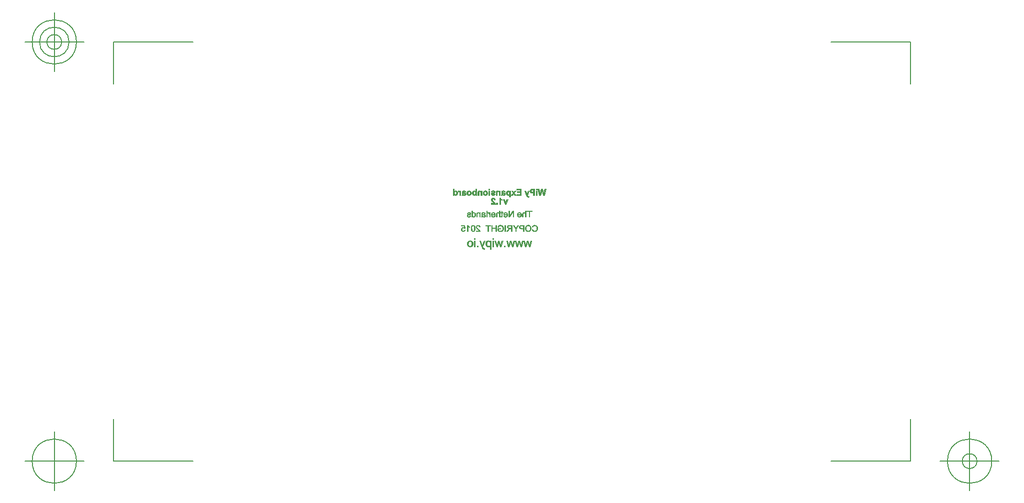
<source format=gbr>
G04 Generated by Ultiboard 11.0 *
%FSLAX25Y25*%
%MOIN*%

%ADD10C,0.00004*%
%ADD11C,0.00500*%


G04 ColorRGB FF14FF for the following layer *
%LNSilkscreen Bottom*%
%LPD*%
%FSLAX25Y25*%
%MOIN*%
G54D10*
G36*
X80964Y-3946D02*
X81131Y-8174D01*
X80104Y-3946D01*
X80964Y-3946D01*
G37*
X80964Y-3946D02*
X81131Y-8174D01*
X81131Y-8174D02*
X80104Y-3946D01*
X80104Y-3946D02*
X80964Y-3946D01*
G36*
X81131Y-8174D02*
X80964Y-3946D01*
X81613Y-6899D01*
X81131Y-8174D01*
G37*
X81131Y-8174D02*
X80964Y-3946D01*
X80964Y-3946D02*
X81613Y-6899D01*
X81613Y-6899D02*
X81131Y-8174D01*
G36*
X81613Y-6899D02*
X82036Y-8174D01*
X81131Y-8174D01*
X81613Y-6899D01*
G37*
X81613Y-6899D02*
X82036Y-8174D01*
X82036Y-8174D02*
X81131Y-8174D01*
X81131Y-8174D02*
X81613Y-6899D01*
G36*
X82036Y-8174D02*
X81613Y-6899D01*
X82354Y-3946D01*
X82036Y-8174D01*
G37*
X82036Y-8174D02*
X81613Y-6899D01*
X81613Y-6899D02*
X82354Y-3946D01*
X82354Y-3946D02*
X82036Y-8174D01*
G36*
X82354Y-3946D02*
X82878Y-5013D01*
X82036Y-8174D01*
X82354Y-3946D01*
G37*
X82354Y-3946D02*
X82878Y-5013D01*
X82878Y-5013D02*
X82036Y-8174D01*
X82036Y-8174D02*
X82354Y-3946D01*
G36*
X82878Y-5013D02*
X82354Y-3946D01*
X83369Y-3946D01*
X82878Y-5013D01*
G37*
X82878Y-5013D02*
X82354Y-3946D01*
X82354Y-3946D02*
X83369Y-3946D01*
X83369Y-3946D02*
X82878Y-5013D01*
G36*
X83369Y-3946D02*
X83718Y-8174D01*
X82878Y-5013D01*
X83369Y-3946D01*
G37*
X83369Y-3946D02*
X83718Y-8174D01*
X83718Y-8174D02*
X82878Y-5013D01*
X82878Y-5013D02*
X83369Y-3946D01*
G36*
X83718Y-8174D02*
X83369Y-3946D01*
X84141Y-6850D01*
X83718Y-8174D01*
G37*
X83718Y-8174D02*
X83369Y-3946D01*
X83369Y-3946D02*
X84141Y-6850D01*
X84141Y-6850D02*
X83718Y-8174D01*
G36*
X84141Y-6850D02*
X84643Y-8174D01*
X83718Y-8174D01*
X84141Y-6850D01*
G37*
X84141Y-6850D02*
X84643Y-8174D01*
X84643Y-8174D02*
X83718Y-8174D01*
X83718Y-8174D02*
X84141Y-6850D01*
G36*
X84643Y-8174D02*
X84141Y-6850D01*
X84779Y-3946D01*
X84643Y-8174D01*
G37*
X84643Y-8174D02*
X84141Y-6850D01*
X84141Y-6850D02*
X84779Y-3946D01*
X84779Y-3946D02*
X84643Y-8174D01*
G36*
X84779Y-3946D02*
X85652Y-3946D01*
X84643Y-8174D01*
X84779Y-3946D01*
G37*
X84779Y-3946D02*
X85652Y-3946D01*
X85652Y-3946D02*
X84643Y-8174D01*
X84643Y-8174D02*
X84779Y-3946D01*
G36*
X78865Y-4696D02*
X78865Y-3946D01*
X79675Y-3946D01*
X78865Y-4696D01*
G37*
X78865Y-4696D02*
X78865Y-3946D01*
X78865Y-3946D02*
X79675Y-3946D01*
X79675Y-3946D02*
X78865Y-4696D01*
G36*
X78865Y-4696D02*
X79675Y-3946D01*
X79675Y-4696D01*
X78865Y-4696D01*
G37*
X78865Y-4696D02*
X79675Y-3946D01*
X79675Y-3946D02*
X79675Y-4696D01*
X79675Y-4696D02*
X78865Y-4696D01*
G36*
X78865Y-8174D02*
X78865Y-5111D01*
X79675Y-5111D01*
X78865Y-8174D01*
G37*
X78865Y-8174D02*
X78865Y-5111D01*
X78865Y-5111D02*
X79675Y-5111D01*
X79675Y-5111D02*
X78865Y-8174D01*
G36*
X78865Y-8174D02*
X79675Y-5111D01*
X79675Y-8174D01*
X78865Y-8174D01*
G37*
X78865Y-8174D02*
X79675Y-5111D01*
X79675Y-5111D02*
X79675Y-8174D01*
X79675Y-8174D02*
X78865Y-8174D01*
G36*
X76033Y-5795D02*
X76107Y-6564D01*
X75881Y-5710D01*
X76033Y-5795D01*
G37*
X76033Y-5795D02*
X76107Y-6564D01*
X76107Y-6564D02*
X75881Y-5710D01*
X75881Y-5710D02*
X76033Y-5795D01*
G36*
X76107Y-6564D02*
X76033Y-5795D01*
X76287Y-5845D01*
X76107Y-6564D01*
G37*
X76107Y-6564D02*
X76033Y-5795D01*
X76033Y-5795D02*
X76287Y-5845D01*
X76287Y-5845D02*
X76107Y-6564D01*
G36*
X76287Y-5845D02*
X76618Y-6579D01*
X76107Y-6564D01*
X76287Y-5845D01*
G37*
X76287Y-5845D02*
X76618Y-6579D01*
X76618Y-6579D02*
X76107Y-6564D01*
X76107Y-6564D02*
X76287Y-5845D01*
G36*
X76618Y-6579D02*
X76287Y-5845D01*
X76708Y-5861D01*
X76618Y-6579D01*
G37*
X76618Y-6579D02*
X76287Y-5845D01*
X76287Y-5845D02*
X76708Y-5861D01*
X76708Y-5861D02*
X76618Y-6579D01*
G36*
X76708Y-5861D02*
X77175Y-6579D01*
X76618Y-6579D01*
X76708Y-5861D01*
G37*
X76708Y-5861D02*
X77175Y-6579D01*
X77175Y-6579D02*
X76618Y-6579D01*
X76618Y-6579D02*
X76708Y-5861D01*
G36*
X77175Y-6579D02*
X76708Y-5861D01*
X77175Y-5861D01*
X77175Y-6579D01*
G37*
X77175Y-6579D02*
X76708Y-5861D01*
X76708Y-5861D02*
X77175Y-5861D01*
X77175Y-5861D02*
X77175Y-6579D01*
G36*
X77175Y-5861D02*
X78028Y-3946D01*
X77175Y-6579D01*
X77175Y-5861D01*
G37*
X77175Y-5861D02*
X78028Y-3946D01*
X78028Y-3946D02*
X77175Y-6579D01*
X77175Y-6579D02*
X77175Y-5861D01*
G36*
X78028Y-3946D02*
X77175Y-5861D01*
X77175Y-4662D01*
X78028Y-3946D01*
G37*
X78028Y-3946D02*
X77175Y-5861D01*
X77175Y-5861D02*
X77175Y-4662D01*
X77175Y-4662D02*
X78028Y-3946D01*
G36*
X77175Y-4662D02*
X76762Y-4662D01*
X78028Y-3946D01*
X77175Y-4662D01*
G37*
X77175Y-4662D02*
X76762Y-4662D01*
X76762Y-4662D02*
X78028Y-3946D01*
X78028Y-3946D02*
X77175Y-4662D01*
G36*
X75694Y-5434D02*
X75733Y-6519D01*
X75670Y-5258D01*
X75694Y-5434D01*
G37*
X75694Y-5434D02*
X75733Y-6519D01*
X75733Y-6519D02*
X75670Y-5258D01*
X75670Y-5258D02*
X75694Y-5434D01*
G36*
X75733Y-6519D02*
X75694Y-5434D01*
X75766Y-5587D01*
X75733Y-6519D01*
G37*
X75733Y-6519D02*
X75694Y-5434D01*
X75694Y-5434D02*
X75766Y-5587D01*
X75766Y-5587D02*
X75733Y-6519D01*
G36*
X75766Y-5587D02*
X76107Y-6564D01*
X75733Y-6519D01*
X75766Y-5587D01*
G37*
X75766Y-5587D02*
X76107Y-6564D01*
X76107Y-6564D02*
X75733Y-6519D01*
X75733Y-6519D02*
X75766Y-5587D01*
G36*
X76107Y-6564D02*
X75766Y-5587D01*
X75881Y-5710D01*
X76107Y-6564D01*
G37*
X76107Y-6564D02*
X75766Y-5587D01*
X75766Y-5587D02*
X75881Y-5710D01*
X75881Y-5710D02*
X76107Y-6564D01*
G36*
X75805Y-4878D02*
X76016Y-3962D01*
X75959Y-4756D01*
X75805Y-4878D01*
G37*
X75805Y-4878D02*
X76016Y-3962D01*
X76016Y-3962D02*
X75959Y-4756D01*
X75959Y-4756D02*
X75805Y-4878D01*
G36*
X76016Y-3962D02*
X75805Y-4878D01*
X75703Y-5048D01*
X76016Y-3962D01*
G37*
X76016Y-3962D02*
X75805Y-4878D01*
X75805Y-4878D02*
X75703Y-5048D01*
X75703Y-5048D02*
X76016Y-3962D01*
G36*
X75703Y-5048D02*
X75644Y-4010D01*
X76016Y-3962D01*
X75703Y-5048D01*
G37*
X75703Y-5048D02*
X75644Y-4010D01*
X75644Y-4010D02*
X76016Y-3962D01*
X76016Y-3962D02*
X75703Y-5048D01*
G36*
X75644Y-4010D02*
X75703Y-5048D01*
X75670Y-5258D01*
X75644Y-4010D01*
G37*
X75644Y-4010D02*
X75703Y-5048D01*
X75703Y-5048D02*
X75670Y-5258D01*
X75670Y-5258D02*
X75644Y-4010D01*
G36*
X75670Y-5258D02*
X75510Y-6444D01*
X75644Y-4010D01*
X75670Y-5258D01*
G37*
X75670Y-5258D02*
X75510Y-6444D01*
X75510Y-6444D02*
X75644Y-4010D01*
X75644Y-4010D02*
X75670Y-5258D01*
G36*
X75510Y-6444D02*
X75670Y-5258D01*
X75733Y-6519D01*
X75510Y-6444D01*
G37*
X75510Y-6444D02*
X75670Y-5258D01*
X75670Y-5258D02*
X75733Y-6519D01*
X75733Y-6519D02*
X75510Y-6444D01*
G36*
X75310Y-4161D02*
X75644Y-4010D01*
X75510Y-6444D01*
X75310Y-4161D01*
G37*
X75310Y-4161D02*
X75644Y-4010D01*
X75644Y-4010D02*
X75510Y-6444D01*
X75510Y-6444D02*
X75310Y-4161D01*
G36*
X75310Y-4161D02*
X75510Y-6444D01*
X75290Y-6318D01*
X75310Y-4161D01*
G37*
X75310Y-4161D02*
X75510Y-6444D01*
X75510Y-6444D02*
X75290Y-6318D01*
X75290Y-6318D02*
X75310Y-4161D01*
G36*
X75310Y-4161D02*
X75290Y-6318D01*
X75092Y-6138D01*
X75310Y-4161D01*
G37*
X75310Y-4161D02*
X75290Y-6318D01*
X75290Y-6318D02*
X75092Y-6138D01*
X75092Y-6138D02*
X75310Y-4161D01*
G36*
X75310Y-4161D02*
X75092Y-6138D01*
X75035Y-4424D01*
X75310Y-4161D01*
G37*
X75310Y-4161D02*
X75092Y-6138D01*
X75092Y-6138D02*
X75035Y-4424D01*
X75035Y-4424D02*
X75310Y-4161D01*
G36*
X74931Y-5902D02*
X74825Y-5605D01*
X74851Y-4789D01*
X74931Y-5902D01*
G37*
X74931Y-5902D02*
X74825Y-5605D01*
X74825Y-5605D02*
X74851Y-4789D01*
X74851Y-4789D02*
X74931Y-5902D01*
G36*
X74931Y-5902D02*
X74851Y-4789D01*
X75035Y-4424D01*
X74931Y-5902D01*
G37*
X74931Y-5902D02*
X74851Y-4789D01*
X74851Y-4789D02*
X75035Y-4424D01*
X75035Y-4424D02*
X74931Y-5902D01*
G36*
X74931Y-5902D02*
X75035Y-4424D01*
X75092Y-6138D01*
X74931Y-5902D01*
G37*
X74931Y-5902D02*
X75035Y-4424D01*
X75035Y-4424D02*
X75092Y-6138D01*
X75092Y-6138D02*
X74931Y-5902D01*
G36*
X77175Y-8174D02*
X77175Y-6579D01*
X78028Y-3946D01*
X77175Y-8174D01*
G37*
X77175Y-8174D02*
X77175Y-6579D01*
X77175Y-6579D02*
X78028Y-3946D01*
X78028Y-3946D02*
X77175Y-8174D01*
G36*
X77175Y-8174D02*
X78028Y-3946D01*
X78028Y-8174D01*
X77175Y-8174D01*
G37*
X77175Y-8174D02*
X78028Y-3946D01*
X78028Y-3946D02*
X78028Y-8174D01*
X78028Y-8174D02*
X77175Y-8174D01*
G36*
X76659Y-3946D02*
X78028Y-3946D01*
X76762Y-4662D01*
X76659Y-3946D01*
G37*
X76659Y-3946D02*
X78028Y-3946D01*
X78028Y-3946D02*
X76762Y-4662D01*
X76762Y-4662D02*
X76659Y-3946D01*
G36*
X76659Y-3946D02*
X76762Y-4662D01*
X76378Y-4669D01*
X76659Y-3946D01*
G37*
X76659Y-3946D02*
X76762Y-4662D01*
X76762Y-4662D02*
X76378Y-4669D01*
X76378Y-4669D02*
X76659Y-3946D01*
G36*
X76659Y-3946D02*
X76378Y-4669D01*
X76148Y-4690D01*
X76659Y-3946D01*
G37*
X76659Y-3946D02*
X76378Y-4669D01*
X76378Y-4669D02*
X76148Y-4690D01*
X76148Y-4690D02*
X76659Y-3946D01*
G36*
X76659Y-3946D02*
X76148Y-4690D01*
X76016Y-3962D01*
X76659Y-3946D01*
G37*
X76659Y-3946D02*
X76148Y-4690D01*
X76148Y-4690D02*
X76016Y-3962D01*
X76016Y-3962D02*
X76659Y-3946D01*
G36*
X75959Y-4756D02*
X76016Y-3962D01*
X76148Y-4690D01*
X75959Y-4756D01*
G37*
X75959Y-4756D02*
X76016Y-3962D01*
X76016Y-3962D02*
X76148Y-4690D01*
X76148Y-4690D02*
X75959Y-4756D01*
G36*
X74851Y-4789D02*
X74825Y-5605D01*
X74790Y-5247D01*
X74851Y-4789D01*
G37*
X74851Y-4789D02*
X74825Y-5605D01*
X74825Y-5605D02*
X74790Y-5247D01*
X74790Y-5247D02*
X74851Y-4789D01*
G36*
X73521Y-8605D02*
X73533Y-9404D01*
X73402Y-8416D01*
X73521Y-8605D01*
G37*
X73521Y-8605D02*
X73533Y-9404D01*
X73533Y-9404D02*
X73402Y-8416D01*
X73402Y-8416D02*
X73521Y-8605D01*
G36*
X73533Y-9404D02*
X73521Y-8605D01*
X73694Y-8729D01*
X73533Y-9404D01*
G37*
X73533Y-9404D02*
X73521Y-8605D01*
X73521Y-8605D02*
X73694Y-8729D01*
X73694Y-8729D02*
X73533Y-9404D01*
G36*
X73694Y-8729D02*
X73752Y-9417D01*
X73533Y-9404D01*
X73694Y-8729D01*
G37*
X73694Y-8729D02*
X73752Y-9417D01*
X73752Y-9417D02*
X73533Y-9404D01*
X73533Y-9404D02*
X73694Y-8729D01*
G36*
X73752Y-9417D02*
X73694Y-8729D01*
X73939Y-8771D01*
X73752Y-9417D01*
G37*
X73752Y-9417D02*
X73694Y-8729D01*
X73694Y-8729D02*
X73939Y-8771D01*
X73939Y-8771D02*
X73752Y-9417D01*
G36*
X73939Y-8771D02*
X73983Y-9404D01*
X73752Y-9417D01*
X73939Y-8771D01*
G37*
X73939Y-8771D02*
X73983Y-9404D01*
X73983Y-9404D02*
X73752Y-9417D01*
X73752Y-9417D02*
X73939Y-8771D01*
G36*
X73983Y-9404D02*
X73939Y-8771D01*
X74102Y-8761D01*
X73983Y-9404D01*
G37*
X73983Y-9404D02*
X73939Y-8771D01*
X73939Y-8771D02*
X74102Y-8761D01*
X74102Y-8761D02*
X73983Y-9404D01*
G36*
X74102Y-8761D02*
X74211Y-9367D01*
X73983Y-9404D01*
X74102Y-8761D01*
G37*
X74102Y-8761D02*
X74211Y-9367D01*
X74211Y-9367D02*
X73983Y-9404D01*
X73983Y-9404D02*
X74102Y-8761D01*
G36*
X74211Y-9367D02*
X74102Y-8761D01*
X74283Y-8733D01*
X74211Y-9367D01*
G37*
X74211Y-9367D02*
X74102Y-8761D01*
X74102Y-8761D02*
X74283Y-8733D01*
X74283Y-8733D02*
X74211Y-9367D01*
G36*
X73616Y-5111D02*
X73170Y-9309D01*
X73030Y-9231D01*
X73616Y-5111D01*
G37*
X73616Y-5111D02*
X73170Y-9309D01*
X73170Y-9309D02*
X73030Y-9231D01*
X73030Y-9231D02*
X73616Y-5111D01*
G36*
X73170Y-9309D02*
X73616Y-5111D01*
X73314Y-8182D01*
X73170Y-9309D01*
G37*
X73170Y-9309D02*
X73616Y-5111D01*
X73616Y-5111D02*
X73314Y-8182D01*
X73314Y-8182D02*
X73170Y-9309D01*
G36*
X73314Y-8182D02*
X73338Y-9367D01*
X73170Y-9309D01*
X73314Y-8182D01*
G37*
X73314Y-8182D02*
X73338Y-9367D01*
X73338Y-9367D02*
X73170Y-9309D01*
X73170Y-9309D02*
X73314Y-8182D01*
G36*
X73338Y-9367D02*
X73314Y-8182D01*
X73402Y-8416D01*
X73338Y-9367D01*
G37*
X73338Y-9367D02*
X73314Y-8182D01*
X73314Y-8182D02*
X73402Y-8416D01*
X73402Y-8416D02*
X73338Y-9367D01*
G36*
X73402Y-8416D02*
X73533Y-9404D01*
X73338Y-9367D01*
X73402Y-8416D01*
G37*
X73402Y-8416D02*
X73533Y-9404D01*
X73533Y-9404D02*
X73338Y-9367D01*
X73338Y-9367D02*
X73402Y-8416D01*
G36*
X72911Y-9129D02*
X72808Y-9001D01*
X72884Y-7286D01*
X72911Y-9129D01*
G37*
X72911Y-9129D02*
X72808Y-9001D01*
X72808Y-9001D02*
X72884Y-7286D01*
X72884Y-7286D02*
X72911Y-9129D01*
G36*
X72911Y-9129D02*
X72884Y-7286D01*
X73616Y-5111D01*
X72911Y-9129D01*
G37*
X72911Y-9129D02*
X72884Y-7286D01*
X72884Y-7286D02*
X73616Y-5111D01*
X73616Y-5111D02*
X72911Y-9129D01*
G36*
X72911Y-9129D02*
X73616Y-5111D01*
X73030Y-9231D01*
X72911Y-9129D01*
G37*
X72911Y-9129D02*
X73616Y-5111D01*
X73616Y-5111D02*
X73030Y-9231D01*
X73030Y-9231D02*
X72911Y-9129D01*
G36*
X72884Y-7286D02*
X72808Y-9001D01*
X72709Y-8828D01*
X72884Y-7286D01*
G37*
X72884Y-7286D02*
X72808Y-9001D01*
X72808Y-9001D02*
X72709Y-8828D01*
X72709Y-8828D02*
X72884Y-7286D01*
G36*
X72884Y-7286D02*
X72709Y-8828D01*
X72604Y-8592D01*
X72884Y-7286D01*
G37*
X72884Y-7286D02*
X72709Y-8828D01*
X72709Y-8828D02*
X72604Y-8592D01*
X72604Y-8592D02*
X72884Y-7286D01*
G36*
X72884Y-7286D02*
X72604Y-8592D01*
X72411Y-8058D01*
X72884Y-7286D01*
G37*
X72884Y-7286D02*
X72604Y-8592D01*
X72604Y-8592D02*
X72411Y-8058D01*
X72411Y-8058D02*
X72884Y-7286D01*
G36*
X72884Y-7286D02*
X72411Y-8058D01*
X72169Y-5111D01*
X72884Y-7286D01*
G37*
X72884Y-7286D02*
X72411Y-8058D01*
X72411Y-8058D02*
X72169Y-5111D01*
X72169Y-5111D02*
X72884Y-7286D01*
G36*
X72169Y-5111D02*
X72411Y-8058D01*
X71330Y-5111D01*
X72169Y-5111D01*
G37*
X72169Y-5111D02*
X72411Y-8058D01*
X72411Y-8058D02*
X71330Y-5111D01*
X71330Y-5111D02*
X72169Y-5111D01*
G36*
X73314Y-8182D02*
X73616Y-5111D01*
X74479Y-5111D01*
X73314Y-8182D01*
G37*
X73314Y-8182D02*
X73616Y-5111D01*
X73616Y-5111D02*
X74479Y-5111D01*
X74479Y-5111D02*
X73314Y-8182D01*
G36*
X68311Y-5599D02*
X68311Y-6311D01*
X66188Y-6311D01*
X68311Y-5599D01*
G37*
X68311Y-5599D02*
X68311Y-6311D01*
X68311Y-6311D02*
X66188Y-6311D01*
X66188Y-6311D02*
X68311Y-5599D01*
G36*
X68311Y-6311D02*
X68311Y-5599D01*
X69164Y-3946D01*
X68311Y-6311D01*
G37*
X68311Y-6311D02*
X68311Y-5599D01*
X68311Y-5599D02*
X69164Y-3946D01*
X69164Y-3946D02*
X68311Y-6311D01*
G36*
X69164Y-3946D02*
X68311Y-7462D01*
X68311Y-6311D01*
X69164Y-3946D01*
G37*
X69164Y-3946D02*
X68311Y-7462D01*
X68311Y-7462D02*
X68311Y-6311D01*
X68311Y-6311D02*
X69164Y-3946D01*
G36*
X68311Y-7462D02*
X69164Y-3946D01*
X69164Y-8174D01*
X68311Y-7462D01*
G37*
X68311Y-7462D02*
X69164Y-3946D01*
X69164Y-3946D02*
X69164Y-8174D01*
X69164Y-8174D02*
X68311Y-7462D01*
G36*
X69164Y-8174D02*
X65949Y-8174D01*
X68311Y-7462D01*
X69164Y-8174D01*
G37*
X69164Y-8174D02*
X65949Y-8174D01*
X65949Y-8174D02*
X68311Y-7462D01*
X68311Y-7462D02*
X69164Y-8174D01*
G36*
X69164Y-3946D02*
X68311Y-5599D01*
X68311Y-4662D01*
X69164Y-3946D01*
G37*
X69164Y-3946D02*
X68311Y-5599D01*
X68311Y-5599D02*
X68311Y-4662D01*
X68311Y-4662D02*
X69164Y-3946D01*
G36*
X69164Y-3946D02*
X68311Y-4662D01*
X66030Y-4662D01*
X69164Y-3946D01*
G37*
X69164Y-3946D02*
X68311Y-4662D01*
X68311Y-4662D02*
X66030Y-4662D01*
X66030Y-4662D02*
X69164Y-3946D01*
G36*
X69164Y-3946D02*
X66030Y-4662D01*
X66030Y-3946D01*
X69164Y-3946D01*
G37*
X69164Y-3946D02*
X66030Y-4662D01*
X66030Y-4662D02*
X66030Y-3946D01*
X66030Y-3946D02*
X69164Y-3946D01*
G36*
X68311Y-7462D02*
X65949Y-8174D01*
X65949Y-7462D01*
X68311Y-7462D01*
G37*
X68311Y-7462D02*
X65949Y-8174D01*
X65949Y-8174D02*
X65949Y-7462D01*
X65949Y-7462D02*
X68311Y-7462D01*
G36*
X68311Y-5599D02*
X66188Y-6311D01*
X66188Y-5599D01*
X68311Y-5599D01*
G37*
X68311Y-5599D02*
X66188Y-6311D01*
X66188Y-6311D02*
X66188Y-5599D01*
X66188Y-5599D02*
X68311Y-5599D01*
G36*
X64516Y-6596D02*
X65620Y-8174D01*
X64672Y-8174D01*
X64516Y-6596D01*
G37*
X64516Y-6596D02*
X65620Y-8174D01*
X65620Y-8174D02*
X64672Y-8174D01*
X64672Y-8174D02*
X64516Y-6596D01*
G36*
X64516Y-6596D02*
X64672Y-8174D01*
X64043Y-7225D01*
X64516Y-6596D01*
G37*
X64516Y-6596D02*
X64672Y-8174D01*
X64672Y-8174D02*
X64043Y-7225D01*
X64043Y-7225D02*
X64516Y-6596D01*
G36*
X64516Y-6596D02*
X64043Y-7225D01*
X64585Y-5111D01*
X64516Y-6596D01*
G37*
X64516Y-6596D02*
X64043Y-7225D01*
X64043Y-7225D02*
X64585Y-5111D01*
X64585Y-5111D02*
X64516Y-6596D01*
G36*
X64516Y-6596D02*
X64585Y-5111D01*
X65574Y-5111D01*
X64516Y-6596D01*
G37*
X64516Y-6596D02*
X64585Y-5111D01*
X64585Y-5111D02*
X65574Y-5111D01*
X65574Y-5111D02*
X64516Y-6596D01*
G36*
X63472Y-5111D02*
X63559Y-6562D01*
X62521Y-5111D01*
X63472Y-5111D01*
G37*
X63472Y-5111D02*
X63559Y-6562D01*
X63559Y-6562D02*
X62521Y-5111D01*
X62521Y-5111D02*
X63472Y-5111D01*
G36*
X63559Y-6562D02*
X63472Y-5111D01*
X64043Y-5953D01*
X63559Y-6562D01*
G37*
X63559Y-6562D02*
X63472Y-5111D01*
X63472Y-5111D02*
X64043Y-5953D01*
X64043Y-5953D02*
X63559Y-6562D01*
G36*
X64043Y-5953D02*
X64043Y-7225D01*
X63559Y-6562D01*
X64043Y-5953D01*
G37*
X64043Y-5953D02*
X64043Y-7225D01*
X64043Y-7225D02*
X63559Y-6562D01*
X63559Y-6562D02*
X64043Y-5953D01*
G36*
X64043Y-7225D02*
X64043Y-5953D01*
X64585Y-5111D01*
X64043Y-7225D01*
G37*
X64043Y-7225D02*
X64043Y-5953D01*
X64043Y-5953D02*
X64585Y-5111D01*
X64585Y-5111D02*
X64043Y-7225D01*
G36*
X63420Y-8174D02*
X62425Y-8174D01*
X63559Y-6562D01*
X63420Y-8174D01*
G37*
X63420Y-8174D02*
X62425Y-8174D01*
X62425Y-8174D02*
X63559Y-6562D01*
X63559Y-6562D02*
X63420Y-8174D01*
G36*
X63420Y-8174D02*
X63559Y-6562D01*
X64043Y-7225D01*
X63420Y-8174D01*
G37*
X63420Y-8174D02*
X63559Y-6562D01*
X63559Y-6562D02*
X64043Y-7225D01*
X64043Y-7225D02*
X63420Y-8174D01*
G36*
X61214Y-5561D02*
X61214Y-5111D01*
X61970Y-5111D01*
X61214Y-5561D01*
G37*
X61214Y-5561D02*
X61214Y-5111D01*
X61214Y-5111D02*
X61970Y-5111D01*
X61970Y-5111D02*
X61214Y-5561D01*
G36*
X61214Y-5561D02*
X61970Y-5111D01*
X61970Y-9339D01*
X61214Y-5561D01*
G37*
X61214Y-5561D02*
X61970Y-5111D01*
X61970Y-5111D02*
X61970Y-9339D01*
X61970Y-9339D02*
X61214Y-5561D01*
G36*
X61214Y-5561D02*
X61970Y-9339D01*
X61168Y-6591D01*
X61214Y-5561D01*
G37*
X61214Y-5561D02*
X61970Y-9339D01*
X61970Y-9339D02*
X61168Y-6591D01*
X61168Y-6591D02*
X61214Y-5561D01*
G36*
X61214Y-5561D02*
X61168Y-6591D01*
X61119Y-6196D01*
X61214Y-5561D01*
G37*
X61214Y-5561D02*
X61168Y-6591D01*
X61168Y-6591D02*
X61119Y-6196D01*
X61119Y-6196D02*
X61214Y-5561D01*
G36*
X61214Y-5561D02*
X61119Y-6196D01*
X61041Y-5352D01*
X61214Y-5561D01*
G37*
X61214Y-5561D02*
X61119Y-6196D01*
X61119Y-6196D02*
X61041Y-5352D01*
X61041Y-5352D02*
X61214Y-5561D01*
G36*
X61117Y-7039D02*
X61160Y-7796D01*
X60963Y-7353D01*
X61117Y-7039D01*
G37*
X61117Y-7039D02*
X61160Y-7796D01*
X61160Y-7796D02*
X60963Y-7353D01*
X60963Y-7353D02*
X61117Y-7039D01*
G36*
X61160Y-7796D02*
X61117Y-7039D01*
X61168Y-6591D01*
X61160Y-7796D01*
G37*
X61160Y-7796D02*
X61117Y-7039D01*
X61117Y-7039D02*
X61168Y-6591D01*
X61168Y-6591D02*
X61160Y-7796D01*
G36*
X61168Y-6591D02*
X61160Y-9339D01*
X61160Y-7796D01*
X61168Y-6591D01*
G37*
X61168Y-6591D02*
X61160Y-9339D01*
X61160Y-9339D02*
X61160Y-7796D01*
X61160Y-7796D02*
X61168Y-6591D01*
G36*
X61160Y-9339D02*
X61168Y-6591D01*
X61970Y-9339D01*
X61160Y-9339D01*
G37*
X61160Y-9339D02*
X61168Y-6591D01*
X61168Y-6591D02*
X61970Y-9339D01*
X61970Y-9339D02*
X61160Y-9339D01*
G36*
X60937Y-8005D02*
X60726Y-8142D01*
X60736Y-7538D01*
X60937Y-8005D01*
G37*
X60937Y-8005D02*
X60726Y-8142D01*
X60726Y-8142D02*
X60736Y-7538D01*
X60736Y-7538D02*
X60937Y-8005D01*
G36*
X60937Y-8005D02*
X60736Y-7538D01*
X60963Y-7353D01*
X60937Y-8005D01*
G37*
X60937Y-8005D02*
X60736Y-7538D01*
X60736Y-7538D02*
X60963Y-7353D01*
X60963Y-7353D02*
X60937Y-8005D01*
G36*
X60937Y-8005D02*
X60963Y-7353D01*
X61160Y-7796D01*
X60937Y-8005D01*
G37*
X60937Y-8005D02*
X60963Y-7353D01*
X60963Y-7353D02*
X61160Y-7796D01*
X61160Y-7796D02*
X60937Y-8005D01*
G36*
X59995Y-7374D02*
X60009Y-8216D01*
X59854Y-7075D01*
X59995Y-7374D01*
G37*
X59995Y-7374D02*
X60009Y-8216D01*
X60009Y-8216D02*
X59854Y-7075D01*
X59854Y-7075D02*
X59995Y-7374D01*
G36*
X60009Y-8216D02*
X59995Y-7374D01*
X60206Y-7543D01*
X60009Y-8216D01*
G37*
X60009Y-8216D02*
X59995Y-7374D01*
X59995Y-7374D02*
X60206Y-7543D01*
X60206Y-7543D02*
X60009Y-8216D01*
G36*
X60206Y-7543D02*
X60266Y-8243D01*
X60009Y-8216D01*
X60206Y-7543D01*
G37*
X60206Y-7543D02*
X60266Y-8243D01*
X60266Y-8243D02*
X60009Y-8216D01*
X60009Y-8216D02*
X60206Y-7543D01*
G36*
X60266Y-8243D02*
X60206Y-7543D01*
X60465Y-7600D01*
X60266Y-8243D01*
G37*
X60266Y-8243D02*
X60206Y-7543D01*
X60206Y-7543D02*
X60465Y-7600D01*
X60465Y-7600D02*
X60266Y-8243D01*
G36*
X60465Y-7600D02*
X60508Y-8218D01*
X60266Y-8243D01*
X60465Y-7600D01*
G37*
X60465Y-7600D02*
X60508Y-8218D01*
X60508Y-8218D02*
X60266Y-8243D01*
X60266Y-8243D02*
X60465Y-7600D01*
G36*
X60508Y-8218D02*
X60465Y-7600D01*
X60736Y-7538D01*
X60508Y-8218D01*
G37*
X60508Y-8218D02*
X60465Y-7600D01*
X60465Y-7600D02*
X60736Y-7538D01*
X60736Y-7538D02*
X60508Y-8218D01*
G36*
X60736Y-7538D02*
X60726Y-8142D01*
X60508Y-8218D01*
X60736Y-7538D01*
G37*
X60736Y-7538D02*
X60726Y-8142D01*
X60726Y-8142D02*
X60508Y-8218D01*
X60508Y-8218D02*
X60736Y-7538D01*
G36*
X59555Y-8004D02*
X59357Y-7818D01*
X59551Y-5277D01*
X59555Y-8004D01*
G37*
X59555Y-8004D02*
X59357Y-7818D01*
X59357Y-7818D02*
X59551Y-5277D01*
X59551Y-5277D02*
X59555Y-8004D01*
G36*
X59555Y-8004D02*
X59551Y-5277D01*
X60003Y-5068D01*
X59555Y-8004D01*
G37*
X59555Y-8004D02*
X59551Y-5277D01*
X59551Y-5277D02*
X60003Y-5068D01*
X60003Y-5068D02*
X59555Y-8004D01*
G36*
X59555Y-8004D02*
X60003Y-5068D01*
X59855Y-6211D01*
X59555Y-8004D01*
G37*
X59555Y-8004D02*
X60003Y-5068D01*
X60003Y-5068D02*
X59855Y-6211D01*
X59855Y-6211D02*
X59555Y-8004D01*
G36*
X59555Y-8004D02*
X59855Y-6211D01*
X59807Y-6631D01*
X59555Y-8004D01*
G37*
X59555Y-8004D02*
X59855Y-6211D01*
X59855Y-6211D02*
X59807Y-6631D01*
X59807Y-6631D02*
X59555Y-8004D01*
G36*
X59555Y-8004D02*
X59807Y-6631D01*
X59854Y-7075D01*
X59555Y-8004D01*
G37*
X59555Y-8004D02*
X59807Y-6631D01*
X59807Y-6631D02*
X59854Y-7075D01*
X59854Y-7075D02*
X59555Y-8004D01*
G36*
X59555Y-8004D02*
X59854Y-7075D01*
X60009Y-8216D01*
X59555Y-8004D01*
G37*
X59555Y-8004D02*
X59854Y-7075D01*
X59854Y-7075D02*
X60009Y-8216D01*
X60009Y-8216D02*
X59555Y-8004D01*
G36*
X60003Y-5068D02*
X60217Y-5741D01*
X60000Y-5916D01*
X60003Y-5068D01*
G37*
X60003Y-5068D02*
X60217Y-5741D01*
X60217Y-5741D02*
X60000Y-5916D01*
X60000Y-5916D02*
X60003Y-5068D01*
G36*
X60217Y-5741D02*
X60003Y-5068D01*
X60260Y-5042D01*
X60217Y-5741D01*
G37*
X60217Y-5741D02*
X60003Y-5068D01*
X60003Y-5068D02*
X60260Y-5042D01*
X60260Y-5042D02*
X60217Y-5741D01*
G36*
X60260Y-5042D02*
X60479Y-5682D01*
X60217Y-5741D01*
X60260Y-5042D01*
G37*
X60260Y-5042D02*
X60479Y-5682D01*
X60479Y-5682D02*
X60217Y-5741D01*
X60217Y-5741D02*
X60260Y-5042D01*
G36*
X60479Y-5682D02*
X60260Y-5042D01*
X60552Y-5078D01*
X60479Y-5682D01*
G37*
X60479Y-5682D02*
X60260Y-5042D01*
X60260Y-5042D02*
X60552Y-5078D01*
X60552Y-5078D02*
X60479Y-5682D01*
G36*
X60552Y-5078D02*
X60751Y-5740D01*
X60479Y-5682D01*
X60552Y-5078D01*
G37*
X60552Y-5078D02*
X60751Y-5740D01*
X60751Y-5740D02*
X60479Y-5682D01*
X60479Y-5682D02*
X60552Y-5078D01*
G36*
X60751Y-5740D02*
X60552Y-5078D01*
X60816Y-5186D01*
X60751Y-5740D01*
G37*
X60751Y-5740D02*
X60552Y-5078D01*
X60552Y-5078D02*
X60816Y-5186D01*
X60816Y-5186D02*
X60751Y-5740D01*
G36*
X60816Y-5186D02*
X60972Y-5912D01*
X60751Y-5740D01*
X60816Y-5186D01*
G37*
X60816Y-5186D02*
X60972Y-5912D01*
X60972Y-5912D02*
X60751Y-5740D01*
X60751Y-5740D02*
X60816Y-5186D01*
G36*
X60972Y-5912D02*
X60816Y-5186D01*
X61041Y-5352D01*
X60972Y-5912D01*
G37*
X60972Y-5912D02*
X60816Y-5186D01*
X60816Y-5186D02*
X61041Y-5352D01*
X61041Y-5352D02*
X60972Y-5912D01*
G36*
X61041Y-5352D02*
X61119Y-6196D01*
X60972Y-5912D01*
X61041Y-5352D01*
G37*
X61041Y-5352D02*
X61119Y-6196D01*
X61119Y-6196D02*
X60972Y-5912D01*
X60972Y-5912D02*
X61041Y-5352D01*
G36*
X59006Y-6272D02*
X59006Y-6987D01*
X58982Y-6625D01*
X59006Y-6272D01*
G37*
X59006Y-6272D02*
X59006Y-6987D01*
X59006Y-6987D02*
X58982Y-6625D01*
X58982Y-6625D02*
X59006Y-6272D01*
G36*
X59006Y-6987D02*
X59006Y-6272D01*
X59192Y-5690D01*
X59006Y-6987D01*
G37*
X59006Y-6987D02*
X59006Y-6272D01*
X59006Y-6272D02*
X59192Y-5690D01*
X59192Y-5690D02*
X59006Y-6987D01*
G36*
X59192Y-5690D02*
X59193Y-7584D01*
X59006Y-6987D01*
X59192Y-5690D01*
G37*
X59192Y-5690D02*
X59193Y-7584D01*
X59193Y-7584D02*
X59006Y-6987D01*
X59006Y-6987D02*
X59192Y-5690D01*
G36*
X59193Y-7584D02*
X59192Y-5690D01*
X59354Y-5460D01*
X59193Y-7584D01*
G37*
X59193Y-7584D02*
X59192Y-5690D01*
X59192Y-5690D02*
X59354Y-5460D01*
X59354Y-5460D02*
X59193Y-7584D01*
G36*
X59354Y-5460D02*
X59357Y-7818D01*
X59193Y-7584D01*
X59354Y-5460D01*
G37*
X59354Y-5460D02*
X59357Y-7818D01*
X59357Y-7818D02*
X59193Y-7584D01*
X59193Y-7584D02*
X59354Y-5460D01*
G36*
X59357Y-7818D02*
X59354Y-5460D01*
X59551Y-5277D01*
X59357Y-7818D01*
G37*
X59357Y-7818D02*
X59354Y-5460D01*
X59354Y-5460D02*
X59551Y-5277D01*
X59551Y-5277D02*
X59357Y-7818D01*
G36*
X59855Y-6211D02*
X60003Y-5068D01*
X60000Y-5916D01*
X59855Y-6211D01*
G37*
X59855Y-6211D02*
X60003Y-5068D01*
X60003Y-5068D02*
X60000Y-5916D01*
X60000Y-5916D02*
X59855Y-6211D01*
G36*
X58280Y-6695D02*
X58280Y-7986D01*
X58081Y-6563D01*
X58280Y-6695D01*
G37*
X58280Y-6695D02*
X58280Y-7986D01*
X58280Y-7986D02*
X58081Y-6563D01*
X58081Y-6563D02*
X58280Y-6695D01*
G36*
X58280Y-7986D02*
X58280Y-6695D01*
X58429Y-6875D01*
X58280Y-7986D01*
G37*
X58280Y-7986D02*
X58280Y-6695D01*
X58280Y-6695D02*
X58429Y-6875D01*
X58429Y-6875D02*
X58280Y-7986D01*
G36*
X58429Y-6875D02*
X58485Y-7696D01*
X58280Y-7986D01*
X58429Y-6875D01*
G37*
X58429Y-6875D02*
X58485Y-7696D01*
X58485Y-7696D02*
X58280Y-7986D01*
X58280Y-7986D02*
X58429Y-6875D01*
G36*
X58485Y-7696D02*
X58429Y-6875D01*
X58522Y-7092D01*
X58485Y-7696D01*
G37*
X58485Y-7696D02*
X58429Y-6875D01*
X58429Y-6875D02*
X58522Y-7092D01*
X58522Y-7092D02*
X58485Y-7696D01*
G36*
X58522Y-7092D02*
X58553Y-7338D01*
X58485Y-7696D01*
X58522Y-7092D01*
G37*
X58522Y-7092D02*
X58553Y-7338D01*
X58553Y-7338D02*
X58485Y-7696D01*
X58485Y-7696D02*
X58522Y-7092D01*
G36*
X57958Y-8179D02*
X57535Y-8243D01*
X57616Y-7548D01*
X57958Y-8179D01*
G37*
X57958Y-8179D02*
X57535Y-8243D01*
X57535Y-8243D02*
X57616Y-7548D01*
X57616Y-7548D02*
X57958Y-8179D01*
G36*
X57958Y-8179D02*
X57616Y-7548D01*
X57711Y-7412D01*
X57958Y-8179D01*
G37*
X57958Y-8179D02*
X57616Y-7548D01*
X57616Y-7548D02*
X57711Y-7412D01*
X57711Y-7412D02*
X57958Y-8179D01*
G36*
X57958Y-8179D02*
X57711Y-7412D01*
X57743Y-7254D01*
X57958Y-8179D01*
G37*
X57958Y-8179D02*
X57711Y-7412D01*
X57711Y-7412D02*
X57743Y-7254D01*
X57743Y-7254D02*
X57958Y-8179D01*
G36*
X57958Y-8179D02*
X57743Y-7254D01*
X57809Y-6462D01*
X57958Y-8179D01*
G37*
X57958Y-8179D02*
X57743Y-7254D01*
X57743Y-7254D02*
X57809Y-6462D01*
X57809Y-6462D02*
X57958Y-8179D01*
G36*
X57958Y-8179D02*
X57809Y-6462D01*
X58081Y-6563D01*
X57958Y-8179D01*
G37*
X57958Y-8179D02*
X57809Y-6462D01*
X57809Y-6462D02*
X58081Y-6563D01*
X58081Y-6563D02*
X57958Y-8179D01*
G36*
X57958Y-8179D02*
X58081Y-6563D01*
X58280Y-7986D01*
X57958Y-8179D01*
G37*
X57958Y-8179D02*
X58081Y-6563D01*
X58081Y-6563D02*
X58280Y-7986D01*
X58280Y-7986D02*
X57958Y-8179D01*
G36*
X56753Y-7406D02*
X56801Y-8016D01*
X56681Y-7260D01*
X56753Y-7406D01*
G37*
X56753Y-7406D02*
X56801Y-8016D01*
X56801Y-8016D02*
X56681Y-7260D01*
X56681Y-7260D02*
X56753Y-7406D01*
G36*
X56801Y-8016D02*
X56753Y-7406D01*
X56875Y-7528D01*
X56801Y-8016D01*
G37*
X56801Y-8016D02*
X56753Y-7406D01*
X56753Y-7406D02*
X56875Y-7528D01*
X56875Y-7528D02*
X56801Y-8016D01*
G36*
X56875Y-7528D02*
X57030Y-8142D01*
X56801Y-8016D01*
X56875Y-7528D01*
G37*
X56875Y-7528D02*
X57030Y-8142D01*
X57030Y-8142D02*
X56801Y-8016D01*
X56801Y-8016D02*
X56875Y-7528D01*
G36*
X57030Y-8142D02*
X56875Y-7528D01*
X57079Y-7636D01*
X57030Y-8142D01*
G37*
X57030Y-8142D02*
X56875Y-7528D01*
X56875Y-7528D02*
X57079Y-7636D01*
X57079Y-7636D02*
X57030Y-8142D01*
G36*
X57079Y-7636D02*
X57275Y-8218D01*
X57030Y-8142D01*
X57079Y-7636D01*
G37*
X57079Y-7636D02*
X57275Y-8218D01*
X57275Y-8218D02*
X57030Y-8142D01*
X57030Y-8142D02*
X57079Y-7636D01*
G36*
X57275Y-8218D02*
X57079Y-7636D01*
X57293Y-7672D01*
X57275Y-8218D01*
G37*
X57275Y-8218D02*
X57079Y-7636D01*
X57079Y-7636D02*
X57293Y-7672D01*
X57293Y-7672D02*
X57275Y-8218D01*
G36*
X57293Y-7672D02*
X57535Y-8243D01*
X57275Y-8218D01*
X57293Y-7672D01*
G37*
X57293Y-7672D02*
X57535Y-8243D01*
X57535Y-8243D02*
X57275Y-8218D01*
X57275Y-8218D02*
X57293Y-7672D01*
G36*
X57535Y-8243D02*
X57293Y-7672D01*
X57471Y-7641D01*
X57535Y-8243D01*
G37*
X57535Y-8243D02*
X57293Y-7672D01*
X57293Y-7672D02*
X57471Y-7641D01*
X57471Y-7641D02*
X57535Y-8243D01*
G36*
X57471Y-7641D02*
X57616Y-7548D01*
X57535Y-8243D01*
X57471Y-7641D01*
G37*
X57471Y-7641D02*
X57616Y-7548D01*
X57616Y-7548D02*
X57535Y-8243D01*
X57535Y-8243D02*
X57471Y-7641D01*
G36*
X56851Y-6760D02*
X56956Y-6271D01*
X57143Y-6827D01*
X56851Y-6760D01*
G37*
X56851Y-6760D02*
X56956Y-6271D01*
X56956Y-6271D02*
X57143Y-6827D01*
X57143Y-6827D02*
X56851Y-6760D01*
G36*
X56956Y-6271D02*
X56851Y-6760D01*
X56650Y-6703D01*
X56956Y-6271D01*
G37*
X56956Y-6271D02*
X56851Y-6760D01*
X56851Y-6760D02*
X56650Y-6703D01*
X56650Y-6703D02*
X56956Y-6271D01*
G36*
X56650Y-6703D02*
X56650Y-6175D01*
X56956Y-6271D01*
X56650Y-6703D01*
G37*
X56650Y-6703D02*
X56650Y-6175D01*
X56650Y-6175D02*
X56956Y-6271D01*
X56956Y-6271D02*
X56650Y-6703D01*
G36*
X56650Y-6175D02*
X56650Y-6703D01*
X56650Y-6865D01*
X56650Y-6175D01*
G37*
X56650Y-6175D02*
X56650Y-6703D01*
X56650Y-6703D02*
X56650Y-6865D01*
X56650Y-6865D02*
X56650Y-6175D01*
G36*
X56650Y-6865D02*
X56650Y-6095D01*
X56650Y-6175D01*
X56650Y-6865D01*
G37*
X56650Y-6865D02*
X56650Y-6095D01*
X56650Y-6095D02*
X56650Y-6175D01*
X56650Y-6175D02*
X56650Y-6865D01*
G36*
X56650Y-6095D02*
X56650Y-6865D01*
X56586Y-7839D01*
X56650Y-6095D01*
G37*
X56650Y-6095D02*
X56650Y-6865D01*
X56650Y-6865D02*
X56586Y-7839D01*
X56586Y-7839D02*
X56650Y-6095D01*
G36*
X56586Y-7839D02*
X56670Y-5074D01*
X56650Y-6095D01*
X56586Y-7839D01*
G37*
X56586Y-7839D02*
X56670Y-5074D01*
X56670Y-5074D02*
X56650Y-6095D01*
X56650Y-6095D02*
X56586Y-7839D01*
G36*
X56670Y-5074D02*
X56586Y-7839D01*
X56575Y-7875D01*
X56670Y-5074D01*
G37*
X56670Y-5074D02*
X56586Y-7839D01*
X56586Y-7839D02*
X56575Y-7875D01*
X56575Y-7875D02*
X56670Y-5074D01*
G36*
X56575Y-7875D02*
X56557Y-7934D01*
X56670Y-5074D01*
X56575Y-7875D01*
G37*
X56575Y-7875D02*
X56557Y-7934D01*
X56557Y-7934D02*
X56670Y-5074D01*
X56670Y-5074D02*
X56575Y-7875D01*
G36*
X56586Y-7839D02*
X56650Y-6865D01*
X56658Y-7109D01*
X56586Y-7839D01*
G37*
X56586Y-7839D02*
X56650Y-6865D01*
X56650Y-6865D02*
X56658Y-7109D01*
X56658Y-7109D02*
X56586Y-7839D01*
G36*
X56586Y-7839D02*
X56658Y-7109D01*
X56681Y-7260D01*
X56586Y-7839D01*
G37*
X56586Y-7839D02*
X56658Y-7109D01*
X56658Y-7109D02*
X56681Y-7260D01*
X56681Y-7260D02*
X56586Y-7839D01*
G36*
X56586Y-7839D02*
X56681Y-7260D01*
X56801Y-8016D01*
X56586Y-7839D01*
G37*
X56586Y-7839D02*
X56681Y-7260D01*
X56681Y-7260D02*
X56801Y-8016D01*
X56801Y-8016D02*
X56586Y-7839D01*
G36*
X57703Y-7096D02*
X57809Y-6462D01*
X57743Y-7254D01*
X57703Y-7096D01*
G37*
X57703Y-7096D02*
X57809Y-6462D01*
X57809Y-6462D02*
X57743Y-7254D01*
X57743Y-7254D02*
X57703Y-7096D01*
G36*
X57809Y-6462D02*
X57703Y-7096D01*
X57584Y-6968D01*
X57809Y-6462D01*
G37*
X57809Y-6462D02*
X57703Y-7096D01*
X57703Y-7096D02*
X57584Y-6968D01*
X57584Y-6968D02*
X57809Y-6462D01*
G36*
X57584Y-6968D02*
X57437Y-6374D01*
X57809Y-6462D01*
X57584Y-6968D01*
G37*
X57584Y-6968D02*
X57437Y-6374D01*
X57437Y-6374D02*
X57809Y-6462D01*
X57809Y-6462D02*
X57584Y-6968D01*
G36*
X57437Y-6374D02*
X57584Y-6968D01*
X57422Y-6898D01*
X57437Y-6374D01*
G37*
X57437Y-6374D02*
X57584Y-6968D01*
X57584Y-6968D02*
X57422Y-6898D01*
X57422Y-6898D02*
X57437Y-6374D01*
G36*
X57422Y-6898D02*
X57143Y-6827D01*
X57437Y-6374D01*
X57422Y-6898D01*
G37*
X57422Y-6898D02*
X57143Y-6827D01*
X57143Y-6827D02*
X57437Y-6374D01*
X57437Y-6374D02*
X57422Y-6898D01*
G36*
X58469Y-5913D02*
X58042Y-5256D01*
X58301Y-5527D01*
X58469Y-5913D01*
G37*
X58469Y-5913D02*
X58042Y-5256D01*
X58042Y-5256D02*
X58301Y-5527D01*
X58301Y-5527D02*
X58469Y-5913D01*
G36*
X58042Y-5256D02*
X58469Y-5913D01*
X57734Y-6046D01*
X58042Y-5256D01*
G37*
X58042Y-5256D02*
X58469Y-5913D01*
X58469Y-5913D02*
X57734Y-6046D01*
X57734Y-6046D02*
X58042Y-5256D01*
G36*
X57734Y-6046D02*
X57666Y-5096D01*
X58042Y-5256D01*
X57734Y-6046D01*
G37*
X57734Y-6046D02*
X57666Y-5096D01*
X57666Y-5096D02*
X58042Y-5256D01*
X58042Y-5256D02*
X57734Y-6046D01*
G36*
X57666Y-5096D02*
X57734Y-6046D01*
X57647Y-5864D01*
X57666Y-5096D01*
G37*
X57666Y-5096D02*
X57734Y-6046D01*
X57734Y-6046D02*
X57647Y-5864D01*
X57647Y-5864D02*
X57666Y-5096D01*
G36*
X57647Y-5864D02*
X57538Y-5747D01*
X57666Y-5096D01*
X57647Y-5864D01*
G37*
X57647Y-5864D02*
X57538Y-5747D01*
X57538Y-5747D02*
X57666Y-5096D01*
X57666Y-5096D02*
X57647Y-5864D01*
G36*
X57393Y-5683D02*
X57666Y-5096D01*
X57538Y-5747D01*
X57393Y-5683D01*
G37*
X57393Y-5683D02*
X57666Y-5096D01*
X57666Y-5096D02*
X57538Y-5747D01*
X57538Y-5747D02*
X57393Y-5683D01*
G36*
X57666Y-5096D02*
X57393Y-5683D01*
X57200Y-5662D01*
X57666Y-5096D01*
G37*
X57666Y-5096D02*
X57393Y-5683D01*
X57393Y-5683D02*
X57200Y-5662D01*
X57200Y-5662D02*
X57666Y-5096D01*
G36*
X57200Y-5662D02*
X57143Y-5042D01*
X57666Y-5096D01*
X57200Y-5662D01*
G37*
X57200Y-5662D02*
X57143Y-5042D01*
X57143Y-5042D02*
X57666Y-5096D01*
X57666Y-5096D02*
X57200Y-5662D01*
G36*
X57143Y-5042D02*
X57200Y-5662D01*
X56932Y-5687D01*
X57143Y-5042D01*
G37*
X57143Y-5042D02*
X57200Y-5662D01*
X57200Y-5662D02*
X56932Y-5687D01*
X56932Y-5687D02*
X57143Y-5042D01*
G36*
X56932Y-5687D02*
X56765Y-5762D01*
X57143Y-5042D01*
X56932Y-5687D01*
G37*
X56932Y-5687D02*
X56765Y-5762D01*
X56765Y-5762D02*
X57143Y-5042D01*
X57143Y-5042D02*
X56932Y-5687D01*
G36*
X56679Y-5895D02*
X56650Y-6095D01*
X56670Y-5074D01*
X56679Y-5895D01*
G37*
X56679Y-5895D02*
X56650Y-6095D01*
X56650Y-6095D02*
X56670Y-5074D01*
X56670Y-5074D02*
X56679Y-5895D01*
G36*
X56679Y-5895D02*
X56670Y-5074D01*
X57143Y-5042D01*
X56679Y-5895D01*
G37*
X56679Y-5895D02*
X56670Y-5074D01*
X56670Y-5074D02*
X57143Y-5042D01*
X57143Y-5042D02*
X56679Y-5895D01*
G36*
X56679Y-5895D02*
X57143Y-5042D01*
X56765Y-5762D01*
X56679Y-5895D01*
G37*
X56679Y-5895D02*
X57143Y-5042D01*
X57143Y-5042D02*
X56765Y-5762D01*
X56765Y-5762D02*
X56679Y-5895D01*
G36*
X56335Y-5171D02*
X56480Y-8174D01*
X56109Y-5316D01*
X56335Y-5171D01*
G37*
X56335Y-5171D02*
X56480Y-8174D01*
X56480Y-8174D02*
X56109Y-5316D01*
X56109Y-5316D02*
X56335Y-5171D01*
G36*
X56480Y-8174D02*
X56335Y-5171D01*
X56670Y-5074D01*
X56480Y-8174D01*
G37*
X56480Y-8174D02*
X56335Y-5171D01*
X56335Y-5171D02*
X56670Y-5074D01*
X56670Y-5074D02*
X56480Y-8174D01*
G36*
X56670Y-5074D02*
X56515Y-8074D01*
X56480Y-8174D01*
X56670Y-5074D01*
G37*
X56670Y-5074D02*
X56515Y-8074D01*
X56515Y-8074D02*
X56480Y-8174D01*
X56480Y-8174D02*
X56670Y-5074D01*
G36*
X56515Y-8074D02*
X56670Y-5074D01*
X56557Y-7934D01*
X56515Y-8074D01*
G37*
X56515Y-8074D02*
X56670Y-5074D01*
X56670Y-5074D02*
X56557Y-7934D01*
X56557Y-7934D02*
X56515Y-8074D01*
G36*
X56480Y-8174D02*
X55678Y-8174D01*
X55768Y-7961D01*
X56480Y-8174D01*
G37*
X56480Y-8174D02*
X55678Y-8174D01*
X55678Y-8174D02*
X55768Y-7961D01*
X55768Y-7961D02*
X56480Y-8174D01*
G36*
X56480Y-8174D02*
X55768Y-7961D01*
X55824Y-7763D01*
X56480Y-8174D01*
G37*
X56480Y-8174D02*
X55768Y-7961D01*
X55768Y-7961D02*
X55824Y-7763D01*
X55824Y-7763D02*
X56480Y-8174D01*
G36*
X56480Y-8174D02*
X55824Y-7763D01*
X55853Y-7518D01*
X56480Y-8174D01*
G37*
X56480Y-8174D02*
X55824Y-7763D01*
X55824Y-7763D02*
X55853Y-7518D01*
X55853Y-7518D02*
X56480Y-8174D01*
G36*
X56480Y-8174D02*
X55853Y-7518D01*
X55862Y-7167D01*
X56480Y-8174D01*
G37*
X56480Y-8174D02*
X55853Y-7518D01*
X55853Y-7518D02*
X55862Y-7167D01*
X55862Y-7167D02*
X56480Y-8174D01*
G36*
X56480Y-8174D02*
X55862Y-7167D01*
X55881Y-5776D01*
X56480Y-8174D01*
G37*
X56480Y-8174D02*
X55862Y-7167D01*
X55862Y-7167D02*
X55881Y-5776D01*
X55881Y-5776D02*
X56480Y-8174D01*
G36*
X56480Y-8174D02*
X55881Y-5776D01*
X55962Y-5496D01*
X56480Y-8174D01*
G37*
X56480Y-8174D02*
X55881Y-5776D01*
X55881Y-5776D02*
X55962Y-5496D01*
X55962Y-5496D02*
X56480Y-8174D01*
G36*
X56480Y-8174D02*
X55962Y-5496D01*
X56109Y-5316D01*
X56480Y-8174D01*
G37*
X56480Y-8174D02*
X55962Y-5496D01*
X55962Y-5496D02*
X56109Y-5316D01*
X56109Y-5316D02*
X56480Y-8174D01*
G36*
X55881Y-5776D02*
X55862Y-7167D01*
X55854Y-6222D01*
X55881Y-5776D01*
G37*
X55881Y-5776D02*
X55862Y-7167D01*
X55862Y-7167D02*
X55854Y-6222D01*
X55854Y-6222D02*
X55881Y-5776D01*
G36*
X57143Y-6827D02*
X56956Y-6271D01*
X57437Y-6374D01*
X57143Y-6827D01*
G37*
X57143Y-6827D02*
X56956Y-6271D01*
X56956Y-6271D02*
X57437Y-6374D01*
X57437Y-6374D02*
X57143Y-6827D01*
G36*
X53080Y-8174D02*
X52270Y-8174D01*
X52281Y-5957D01*
X53080Y-8174D01*
G37*
X53080Y-8174D02*
X52270Y-8174D01*
X52270Y-8174D02*
X52281Y-5957D01*
X52281Y-5957D02*
X53080Y-8174D01*
G36*
X53080Y-8174D02*
X52281Y-5957D01*
X52314Y-5726D01*
X53080Y-8174D01*
G37*
X53080Y-8174D02*
X52281Y-5957D01*
X52281Y-5957D02*
X52314Y-5726D01*
X52314Y-5726D02*
X53080Y-8174D01*
G36*
X53080Y-8174D02*
X52314Y-5726D01*
X52376Y-5545D01*
X53080Y-8174D01*
G37*
X53080Y-8174D02*
X52314Y-5726D01*
X52314Y-5726D02*
X52376Y-5545D01*
X52376Y-5545D02*
X53080Y-8174D01*
G36*
X53080Y-8174D02*
X52376Y-5545D01*
X52473Y-5385D01*
X53080Y-8174D01*
G37*
X53080Y-8174D02*
X52376Y-5545D01*
X52376Y-5545D02*
X52473Y-5385D01*
X52473Y-5385D02*
X53080Y-8174D01*
G36*
X53080Y-8174D02*
X52473Y-5385D01*
X52614Y-5249D01*
X53080Y-8174D01*
G37*
X53080Y-8174D02*
X52473Y-5385D01*
X52473Y-5385D02*
X52614Y-5249D01*
X52614Y-5249D02*
X53080Y-8174D01*
G36*
X53080Y-8174D02*
X52614Y-5249D01*
X52809Y-5139D01*
X53080Y-8174D01*
G37*
X53080Y-8174D02*
X52614Y-5249D01*
X52614Y-5249D02*
X52809Y-5139D01*
X52809Y-5139D02*
X53080Y-8174D01*
G36*
X53080Y-8174D02*
X52809Y-5139D01*
X53042Y-5066D01*
X53080Y-8174D01*
G37*
X53080Y-8174D02*
X52809Y-5139D01*
X52809Y-5139D02*
X53042Y-5066D01*
X53042Y-5066D02*
X53080Y-8174D01*
G36*
X53080Y-8174D02*
X53042Y-5066D01*
X53080Y-6611D01*
X53080Y-8174D01*
G37*
X53080Y-8174D02*
X53042Y-5066D01*
X53042Y-5066D02*
X53080Y-6611D01*
X53080Y-6611D02*
X53080Y-8174D01*
G36*
X54308Y-5561D02*
X54308Y-5111D01*
X55061Y-5111D01*
X54308Y-5561D01*
G37*
X54308Y-5561D02*
X54308Y-5111D01*
X54308Y-5111D02*
X55061Y-5111D01*
X55061Y-5111D02*
X54308Y-5561D01*
G36*
X54308Y-5561D02*
X55061Y-5111D01*
X55061Y-8174D01*
X54308Y-5561D01*
G37*
X54308Y-5561D02*
X55061Y-5111D01*
X55061Y-5111D02*
X55061Y-8174D01*
X55061Y-8174D02*
X54308Y-5561D01*
G36*
X54308Y-5561D02*
X55061Y-8174D01*
X54251Y-8174D01*
X54308Y-5561D01*
G37*
X54308Y-5561D02*
X55061Y-8174D01*
X55061Y-8174D02*
X54251Y-8174D01*
X54251Y-8174D02*
X54308Y-5561D01*
G36*
X54308Y-5561D02*
X54251Y-8174D01*
X54251Y-6787D01*
X54308Y-5561D01*
G37*
X54308Y-5561D02*
X54251Y-8174D01*
X54251Y-8174D02*
X54251Y-6787D01*
X54251Y-6787D02*
X54308Y-5561D01*
G36*
X54308Y-5561D02*
X54251Y-6787D01*
X54235Y-6354D01*
X54308Y-5561D01*
G37*
X54308Y-5561D02*
X54251Y-6787D01*
X54251Y-6787D02*
X54235Y-6354D01*
X54235Y-6354D02*
X54308Y-5561D01*
G36*
X54308Y-5561D02*
X54235Y-6354D01*
X54189Y-6083D01*
X54308Y-5561D01*
G37*
X54308Y-5561D02*
X54235Y-6354D01*
X54235Y-6354D02*
X54189Y-6083D01*
X54189Y-6083D02*
X54308Y-5561D01*
G36*
X54308Y-5561D02*
X54189Y-6083D01*
X54100Y-5912D01*
X54308Y-5561D01*
G37*
X54308Y-5561D02*
X54189Y-6083D01*
X54189Y-6083D02*
X54100Y-5912D01*
X54100Y-5912D02*
X54308Y-5561D01*
G36*
X54308Y-5561D02*
X54100Y-5912D01*
X54095Y-5334D01*
X54308Y-5561D01*
G37*
X54308Y-5561D02*
X54100Y-5912D01*
X54100Y-5912D02*
X54095Y-5334D01*
X54095Y-5334D02*
X54308Y-5561D01*
G36*
X53959Y-5778D02*
X54095Y-5334D01*
X54100Y-5912D01*
X53959Y-5778D01*
G37*
X53959Y-5778D02*
X54095Y-5334D01*
X54095Y-5334D02*
X54100Y-5912D01*
X54100Y-5912D02*
X53959Y-5778D01*
G36*
X54095Y-5334D02*
X53959Y-5778D01*
X53781Y-5691D01*
X54095Y-5334D01*
G37*
X54095Y-5334D02*
X53959Y-5778D01*
X53959Y-5778D02*
X53781Y-5691D01*
X53781Y-5691D02*
X54095Y-5334D01*
G36*
X53781Y-5691D02*
X53590Y-5075D01*
X54095Y-5334D01*
X53781Y-5691D01*
G37*
X53781Y-5691D02*
X53590Y-5075D01*
X53590Y-5075D02*
X54095Y-5334D01*
X54095Y-5334D02*
X53781Y-5691D01*
G36*
X53590Y-5075D02*
X53781Y-5691D01*
X53582Y-5662D01*
X53590Y-5075D01*
G37*
X53590Y-5075D02*
X53781Y-5691D01*
X53781Y-5691D02*
X53582Y-5662D01*
X53582Y-5662D02*
X53590Y-5075D01*
G36*
X53582Y-5662D02*
X53429Y-5682D01*
X53590Y-5075D01*
X53582Y-5662D01*
G37*
X53582Y-5662D02*
X53429Y-5682D01*
X53429Y-5682D02*
X53590Y-5075D01*
X53590Y-5075D02*
X53582Y-5662D01*
G36*
X53300Y-5743D02*
X53200Y-5840D01*
X53299Y-5042D01*
X53300Y-5743D01*
G37*
X53300Y-5743D02*
X53200Y-5840D01*
X53200Y-5840D02*
X53299Y-5042D01*
X53299Y-5042D02*
X53300Y-5743D01*
G36*
X53300Y-5743D02*
X53299Y-5042D01*
X53590Y-5075D01*
X53300Y-5743D01*
G37*
X53300Y-5743D02*
X53299Y-5042D01*
X53299Y-5042D02*
X53590Y-5075D01*
X53590Y-5075D02*
X53300Y-5743D01*
G36*
X53300Y-5743D02*
X53590Y-5075D01*
X53429Y-5682D01*
X53300Y-5743D01*
G37*
X53300Y-5743D02*
X53590Y-5075D01*
X53590Y-5075D02*
X53429Y-5682D01*
X53429Y-5682D02*
X53300Y-5743D01*
G36*
X53132Y-5969D02*
X53093Y-6202D01*
X53042Y-5066D01*
X53132Y-5969D01*
G37*
X53132Y-5969D02*
X53093Y-6202D01*
X53093Y-6202D02*
X53042Y-5066D01*
X53042Y-5066D02*
X53132Y-5969D01*
G36*
X53132Y-5969D02*
X53042Y-5066D01*
X53299Y-5042D01*
X53132Y-5969D01*
G37*
X53132Y-5969D02*
X53042Y-5066D01*
X53042Y-5066D02*
X53299Y-5042D01*
X53299Y-5042D02*
X53132Y-5969D01*
G36*
X53132Y-5969D02*
X53299Y-5042D01*
X53200Y-5840D01*
X53132Y-5969D01*
G37*
X53132Y-5969D02*
X53299Y-5042D01*
X53299Y-5042D02*
X53200Y-5840D01*
X53200Y-5840D02*
X53132Y-5969D01*
G36*
X53042Y-5066D02*
X53093Y-6202D01*
X53080Y-6611D01*
X53042Y-5066D01*
G37*
X53042Y-5066D02*
X53093Y-6202D01*
X53093Y-6202D02*
X53080Y-6611D01*
X53080Y-6611D02*
X53042Y-5066D01*
G36*
X52281Y-5957D02*
X52270Y-8174D01*
X52270Y-6271D01*
X52281Y-5957D01*
G37*
X52281Y-5957D02*
X52270Y-8174D01*
X52270Y-8174D02*
X52270Y-6271D01*
X52270Y-6271D02*
X52281Y-5957D01*
G36*
X51256Y-7989D02*
X50826Y-8179D01*
X50841Y-7384D01*
X51256Y-7989D01*
G37*
X51256Y-7989D02*
X50826Y-8179D01*
X50826Y-8179D02*
X50841Y-7384D01*
X50841Y-7384D02*
X51256Y-7989D01*
G36*
X51256Y-7989D02*
X50841Y-7384D01*
X50920Y-7176D01*
X51256Y-7989D01*
G37*
X51256Y-7989D02*
X50841Y-7384D01*
X50841Y-7384D02*
X50920Y-7176D01*
X50920Y-7176D02*
X51256Y-7989D01*
G36*
X51256Y-7989D02*
X50920Y-7176D01*
X51733Y-7300D01*
X51256Y-7989D01*
G37*
X51256Y-7989D02*
X50920Y-7176D01*
X50920Y-7176D02*
X51733Y-7300D01*
X51733Y-7300D02*
X51256Y-7989D01*
G36*
X51256Y-7989D02*
X51733Y-7300D01*
X51558Y-7690D01*
X51256Y-7989D01*
G37*
X51256Y-7989D02*
X51733Y-7300D01*
X51733Y-7300D02*
X51558Y-7690D01*
X51558Y-7690D02*
X51256Y-7989D01*
G36*
X50266Y-7658D02*
X50266Y-8243D01*
X49990Y-7629D01*
X50266Y-7658D01*
G37*
X50266Y-7658D02*
X50266Y-8243D01*
X50266Y-8243D02*
X49990Y-7629D01*
X49990Y-7629D02*
X50266Y-7658D01*
G36*
X50266Y-8243D02*
X50266Y-7658D01*
X50519Y-7627D01*
X50266Y-8243D01*
G37*
X50266Y-8243D02*
X50266Y-7658D01*
X50266Y-7658D02*
X50519Y-7627D01*
X50519Y-7627D02*
X50266Y-8243D01*
G36*
X50519Y-7627D02*
X50826Y-8179D01*
X50266Y-8243D01*
X50519Y-7627D01*
G37*
X50519Y-7627D02*
X50826Y-8179D01*
X50826Y-8179D02*
X50266Y-8243D01*
X50266Y-8243D02*
X50519Y-7627D01*
G36*
X50826Y-8179D02*
X50519Y-7627D01*
X50710Y-7535D01*
X50826Y-8179D01*
G37*
X50826Y-8179D02*
X50519Y-7627D01*
X50519Y-7627D02*
X50710Y-7535D01*
X50710Y-7535D02*
X50826Y-8179D01*
G36*
X50710Y-7535D02*
X50841Y-7384D01*
X50826Y-8179D01*
X50710Y-7535D01*
G37*
X50710Y-7535D02*
X50841Y-7384D01*
X50841Y-7384D02*
X50826Y-8179D01*
X50826Y-8179D02*
X50710Y-7535D01*
G36*
X49744Y-7173D02*
X50030Y-6253D01*
X49842Y-7118D01*
X49744Y-7173D01*
G37*
X49744Y-7173D02*
X50030Y-6253D01*
X50030Y-6253D02*
X49842Y-7118D01*
X49842Y-7118D02*
X49744Y-7173D01*
G36*
X50030Y-6253D02*
X49744Y-7173D01*
X49700Y-7242D01*
X50030Y-6253D01*
G37*
X50030Y-6253D02*
X49744Y-7173D01*
X49744Y-7173D02*
X49700Y-7242D01*
X49700Y-7242D02*
X50030Y-6253D01*
G36*
X49700Y-7242D02*
X49481Y-6417D01*
X50030Y-6253D01*
X49700Y-7242D01*
G37*
X49700Y-7242D02*
X49481Y-6417D01*
X49481Y-6417D02*
X50030Y-6253D01*
X50030Y-6253D02*
X49700Y-7242D01*
G36*
X49481Y-6417D02*
X49700Y-7242D01*
X49686Y-7326D01*
X49481Y-6417D01*
G37*
X49481Y-6417D02*
X49700Y-7242D01*
X49700Y-7242D02*
X49686Y-7326D01*
X49686Y-7326D02*
X49481Y-6417D01*
G36*
X49686Y-7326D02*
X49661Y-8167D01*
X49481Y-6417D01*
X49686Y-7326D01*
G37*
X49686Y-7326D02*
X49661Y-8167D01*
X49661Y-8167D02*
X49481Y-6417D01*
X49481Y-6417D02*
X49686Y-7326D01*
G36*
X49661Y-8167D02*
X49686Y-7326D01*
X49713Y-7448D01*
X49661Y-8167D01*
G37*
X49661Y-8167D02*
X49686Y-7326D01*
X49686Y-7326D02*
X49713Y-7448D01*
X49713Y-7448D02*
X49661Y-8167D01*
G36*
X49713Y-7448D02*
X50266Y-8243D01*
X49661Y-8167D01*
X49713Y-7448D01*
G37*
X49713Y-7448D02*
X50266Y-8243D01*
X50266Y-8243D02*
X49661Y-8167D01*
X49661Y-8167D02*
X49713Y-7448D01*
G36*
X50266Y-8243D02*
X49713Y-7448D01*
X49793Y-7542D01*
X50266Y-8243D01*
G37*
X50266Y-8243D02*
X49713Y-7448D01*
X49713Y-7448D02*
X49793Y-7542D01*
X49793Y-7542D02*
X50266Y-8243D01*
G36*
X49793Y-7542D02*
X49990Y-7629D01*
X50266Y-8243D01*
X49793Y-7542D01*
G37*
X49793Y-7542D02*
X49990Y-7629D01*
X49990Y-7629D02*
X50266Y-8243D01*
X50266Y-8243D02*
X49793Y-7542D01*
G36*
X51598Y-6191D02*
X51542Y-5616D01*
X51621Y-5982D01*
X51598Y-6191D01*
G37*
X51598Y-6191D02*
X51542Y-5616D01*
X51542Y-5616D02*
X51621Y-5982D01*
X51621Y-5982D02*
X51598Y-6191D01*
G36*
X51542Y-5616D02*
X51598Y-6191D01*
X51416Y-6535D01*
X51542Y-5616D01*
G37*
X51542Y-5616D02*
X51598Y-6191D01*
X51598Y-6191D02*
X51416Y-6535D01*
X51416Y-6535D02*
X51542Y-5616D01*
G36*
X51416Y-6535D02*
X51306Y-5313D01*
X51542Y-5616D01*
X51416Y-6535D01*
G37*
X51416Y-6535D02*
X51306Y-5313D01*
X51306Y-5313D02*
X51542Y-5616D01*
X51542Y-5616D02*
X51416Y-6535D01*
G36*
X51306Y-5313D02*
X51416Y-6535D01*
X51257Y-6671D01*
X51306Y-5313D01*
G37*
X51306Y-5313D02*
X51416Y-6535D01*
X51416Y-6535D02*
X51257Y-6671D01*
X51257Y-6671D02*
X51306Y-5313D01*
G36*
X51257Y-6671D02*
X50906Y-5110D01*
X51306Y-5313D01*
X51257Y-6671D01*
G37*
X51257Y-6671D02*
X50906Y-5110D01*
X50906Y-5110D02*
X51306Y-5313D01*
X51306Y-5313D02*
X51257Y-6671D01*
G36*
X50906Y-5110D02*
X51257Y-6671D01*
X50868Y-5878D01*
X50906Y-5110D01*
G37*
X50906Y-5110D02*
X51257Y-6671D01*
X51257Y-6671D02*
X50868Y-5878D01*
X50868Y-5878D02*
X50906Y-5110D01*
G36*
X50868Y-5878D02*
X50845Y-5787D01*
X50906Y-5110D01*
X50868Y-5878D01*
G37*
X50868Y-5878D02*
X50845Y-5787D01*
X50845Y-5787D02*
X50906Y-5110D01*
X50906Y-5110D02*
X50868Y-5878D01*
G36*
X50787Y-6025D02*
X50816Y-6860D01*
X50543Y-6123D01*
X50787Y-6025D01*
G37*
X50787Y-6025D02*
X50816Y-6860D01*
X50816Y-6860D02*
X50543Y-6123D01*
X50543Y-6123D02*
X50787Y-6025D01*
G36*
X50816Y-6860D02*
X50787Y-6025D01*
X50848Y-5958D01*
X50816Y-6860D01*
G37*
X50816Y-6860D02*
X50787Y-6025D01*
X50787Y-6025D02*
X50848Y-5958D01*
X50848Y-5958D02*
X50816Y-6860D01*
G36*
X50848Y-5958D02*
X51257Y-6671D01*
X50816Y-6860D01*
X50848Y-5958D01*
G37*
X50848Y-5958D02*
X51257Y-6671D01*
X51257Y-6671D02*
X50816Y-6860D01*
X50816Y-6860D02*
X50848Y-5958D01*
G36*
X51257Y-6671D02*
X50848Y-5958D01*
X50868Y-5878D01*
X51257Y-6671D01*
G37*
X51257Y-6671D02*
X50848Y-5958D01*
X50848Y-5958D02*
X50868Y-5878D01*
X50868Y-5878D02*
X51257Y-6671D01*
G36*
X50030Y-6253D02*
X50543Y-6123D01*
X50816Y-6860D01*
X50030Y-6253D01*
G37*
X50030Y-6253D02*
X50543Y-6123D01*
X50543Y-6123D02*
X50816Y-6860D01*
X50816Y-6860D02*
X50030Y-6253D01*
G36*
X50030Y-6253D02*
X50816Y-6860D01*
X50015Y-7066D01*
X50030Y-6253D01*
G37*
X50030Y-6253D02*
X50816Y-6860D01*
X50816Y-6860D02*
X50015Y-7066D01*
X50015Y-7066D02*
X50030Y-6253D01*
G36*
X50030Y-6253D02*
X50015Y-7066D01*
X49842Y-7118D01*
X50030Y-6253D01*
G37*
X50030Y-6253D02*
X50015Y-7066D01*
X50015Y-7066D02*
X49842Y-7118D01*
X49842Y-7118D02*
X50030Y-6253D01*
G36*
X48936Y-6873D02*
X48961Y-7608D01*
X48873Y-7216D01*
X48936Y-6873D01*
G37*
X48936Y-6873D02*
X48961Y-7608D01*
X48961Y-7608D02*
X48873Y-7216D01*
X48873Y-7216D02*
X48936Y-6873D01*
G36*
X48961Y-7608D02*
X48936Y-6873D01*
X49127Y-6614D01*
X48961Y-7608D01*
G37*
X48961Y-7608D02*
X48936Y-6873D01*
X48936Y-6873D02*
X49127Y-6614D01*
X49127Y-6614D02*
X48961Y-7608D01*
G36*
X49127Y-6614D02*
X49225Y-7940D01*
X48961Y-7608D01*
X49127Y-6614D01*
G37*
X49127Y-6614D02*
X49225Y-7940D01*
X49225Y-7940D02*
X48961Y-7608D01*
X48961Y-7608D02*
X49127Y-6614D01*
G36*
X49225Y-7940D02*
X49127Y-6614D01*
X49481Y-6417D01*
X49225Y-7940D01*
G37*
X49225Y-7940D02*
X49127Y-6614D01*
X49127Y-6614D02*
X49481Y-6417D01*
X49481Y-6417D02*
X49225Y-7940D01*
G36*
X49481Y-6417D02*
X49661Y-8167D01*
X49225Y-7940D01*
X49481Y-6417D01*
G37*
X49481Y-6417D02*
X49661Y-8167D01*
X49661Y-8167D02*
X49225Y-7940D01*
X49225Y-7940D02*
X49481Y-6417D01*
G36*
X50776Y-5714D02*
X50906Y-5110D01*
X50845Y-5787D01*
X50776Y-5714D01*
G37*
X50776Y-5714D02*
X50906Y-5110D01*
X50906Y-5110D02*
X50845Y-5787D01*
X50845Y-5787D02*
X50776Y-5714D01*
G36*
X50906Y-5110D02*
X50776Y-5714D01*
X50592Y-5647D01*
X50906Y-5110D01*
G37*
X50906Y-5110D02*
X50776Y-5714D01*
X50776Y-5714D02*
X50592Y-5647D01*
X50592Y-5647D02*
X50906Y-5110D01*
G36*
X50592Y-5647D02*
X50332Y-5042D01*
X50906Y-5110D01*
X50592Y-5647D01*
G37*
X50592Y-5647D02*
X50332Y-5042D01*
X50332Y-5042D02*
X50906Y-5110D01*
X50906Y-5110D02*
X50592Y-5647D01*
G36*
X50332Y-5042D02*
X50592Y-5647D01*
X50317Y-5625D01*
X50332Y-5042D01*
G37*
X50332Y-5042D02*
X50592Y-5647D01*
X50592Y-5647D02*
X50317Y-5625D01*
X50317Y-5625D02*
X50332Y-5042D01*
G36*
X50317Y-5625D02*
X50093Y-5648D01*
X50332Y-5042D01*
X50317Y-5625D01*
G37*
X50317Y-5625D02*
X50093Y-5648D01*
X50093Y-5648D02*
X50332Y-5042D01*
X50332Y-5042D02*
X50317Y-5625D01*
G36*
X49398Y-5247D02*
X49741Y-5994D01*
X49139Y-5501D01*
X49398Y-5247D01*
G37*
X49398Y-5247D02*
X49741Y-5994D01*
X49741Y-5994D02*
X49139Y-5501D01*
X49139Y-5501D02*
X49398Y-5247D01*
G36*
X49741Y-5994D02*
X49398Y-5247D01*
X49784Y-5093D01*
X49741Y-5994D01*
G37*
X49741Y-5994D02*
X49398Y-5247D01*
X49398Y-5247D02*
X49784Y-5093D01*
X49784Y-5093D02*
X49741Y-5994D01*
G36*
X49784Y-5093D02*
X49812Y-5836D01*
X49741Y-5994D01*
X49784Y-5093D01*
G37*
X49784Y-5093D02*
X49812Y-5836D01*
X49812Y-5836D02*
X49741Y-5994D01*
X49741Y-5994D02*
X49784Y-5093D01*
G36*
X49812Y-5836D02*
X49784Y-5093D01*
X50332Y-5042D01*
X49812Y-5836D01*
G37*
X49812Y-5836D02*
X49784Y-5093D01*
X49784Y-5093D02*
X50332Y-5042D01*
X50332Y-5042D02*
X49812Y-5836D01*
G36*
X50332Y-5042D02*
X49927Y-5720D01*
X49812Y-5836D01*
X50332Y-5042D01*
G37*
X50332Y-5042D02*
X49927Y-5720D01*
X49927Y-5720D02*
X49812Y-5836D01*
X49812Y-5836D02*
X50332Y-5042D01*
G36*
X49927Y-5720D02*
X50332Y-5042D01*
X50093Y-5648D01*
X49927Y-5720D01*
G37*
X49927Y-5720D02*
X50332Y-5042D01*
X50332Y-5042D02*
X50093Y-5648D01*
X50093Y-5648D02*
X49927Y-5720D01*
G36*
X49139Y-5501D02*
X49741Y-5994D01*
X48977Y-5852D01*
X49139Y-5501D01*
G37*
X49139Y-5501D02*
X49741Y-5994D01*
X49741Y-5994D02*
X48977Y-5852D01*
X48977Y-5852D02*
X49139Y-5501D01*
G36*
X47353Y-4696D02*
X47353Y-3946D01*
X48163Y-3946D01*
X47353Y-4696D01*
G37*
X47353Y-4696D02*
X47353Y-3946D01*
X47353Y-3946D02*
X48163Y-3946D01*
X48163Y-3946D02*
X47353Y-4696D01*
G36*
X47353Y-4696D02*
X48163Y-3946D01*
X48163Y-4696D01*
X47353Y-4696D01*
G37*
X47353Y-4696D02*
X48163Y-3946D01*
X48163Y-3946D02*
X48163Y-4696D01*
X48163Y-4696D02*
X47353Y-4696D01*
G36*
X47353Y-8174D02*
X47353Y-5111D01*
X48163Y-5111D01*
X47353Y-8174D01*
G37*
X47353Y-8174D02*
X47353Y-5111D01*
X47353Y-5111D02*
X48163Y-5111D01*
X48163Y-5111D02*
X47353Y-8174D01*
G36*
X47353Y-8174D02*
X48163Y-5111D01*
X48163Y-8174D01*
X47353Y-8174D01*
G37*
X47353Y-8174D02*
X48163Y-5111D01*
X48163Y-5111D02*
X48163Y-8174D01*
X48163Y-8174D02*
X47353Y-8174D01*
G36*
X45880Y-6643D02*
X45930Y-8053D01*
X45826Y-7045D01*
X45880Y-6643D01*
G37*
X45880Y-6643D02*
X45930Y-8053D01*
X45930Y-8053D02*
X45826Y-7045D01*
X45826Y-7045D02*
X45880Y-6643D01*
G36*
X45930Y-8053D02*
X45880Y-6643D01*
X45947Y-5241D01*
X45930Y-8053D01*
G37*
X45930Y-8053D02*
X45880Y-6643D01*
X45880Y-6643D02*
X45947Y-5241D01*
X45947Y-5241D02*
X45930Y-8053D01*
G36*
X45947Y-5241D02*
X46266Y-7818D01*
X45930Y-8053D01*
X45947Y-5241D01*
G37*
X45947Y-5241D02*
X46266Y-7818D01*
X46266Y-7818D02*
X45930Y-8053D01*
X45930Y-8053D02*
X45947Y-5241D01*
G36*
X46266Y-7818D02*
X45947Y-5241D01*
X46271Y-5485D01*
X46266Y-7818D01*
G37*
X46266Y-7818D02*
X45947Y-5241D01*
X45947Y-5241D02*
X46271Y-5485D01*
X46271Y-5485D02*
X46266Y-7818D01*
G36*
X46271Y-5485D02*
X46511Y-7495D01*
X46266Y-7818D01*
X46271Y-5485D01*
G37*
X46271Y-5485D02*
X46511Y-7495D01*
X46511Y-7495D02*
X46266Y-7818D01*
X46266Y-7818D02*
X46271Y-5485D01*
G36*
X46511Y-7495D02*
X46271Y-5485D01*
X46511Y-5818D01*
X46511Y-7495D01*
G37*
X46511Y-7495D02*
X46271Y-5485D01*
X46271Y-5485D02*
X46511Y-5818D01*
X46511Y-5818D02*
X46511Y-7495D01*
G36*
X46511Y-5818D02*
X46660Y-6202D01*
X46511Y-7495D01*
X46511Y-5818D01*
G37*
X46511Y-5818D02*
X46660Y-6202D01*
X46660Y-6202D02*
X46511Y-7495D01*
X46511Y-7495D02*
X46511Y-5818D01*
G36*
X45422Y-7522D02*
X45538Y-8195D01*
X45130Y-7583D01*
X45422Y-7522D01*
G37*
X45422Y-7522D02*
X45538Y-8195D01*
X45538Y-8195D02*
X45130Y-7583D01*
X45130Y-7583D02*
X45422Y-7522D01*
G36*
X45538Y-8195D02*
X45422Y-7522D01*
X45663Y-7340D01*
X45538Y-8195D01*
G37*
X45538Y-8195D02*
X45422Y-7522D01*
X45422Y-7522D02*
X45663Y-7340D01*
X45663Y-7340D02*
X45538Y-8195D01*
G36*
X45663Y-7340D02*
X45930Y-8053D01*
X45538Y-8195D01*
X45663Y-7340D01*
G37*
X45663Y-7340D02*
X45930Y-8053D01*
X45930Y-8053D02*
X45538Y-8195D01*
X45538Y-8195D02*
X45663Y-7340D01*
G36*
X45930Y-8053D02*
X45663Y-7340D01*
X45826Y-7045D01*
X45930Y-8053D01*
G37*
X45930Y-8053D02*
X45663Y-7340D01*
X45663Y-7340D02*
X45826Y-7045D01*
X45826Y-7045D02*
X45930Y-8053D01*
G36*
X44598Y-7340D02*
X44801Y-8214D01*
X44437Y-7043D01*
X44598Y-7340D01*
G37*
X44598Y-7340D02*
X44801Y-8214D01*
X44801Y-8214D02*
X44437Y-7043D01*
X44437Y-7043D02*
X44598Y-7340D01*
G36*
X44801Y-8214D02*
X44598Y-7340D01*
X44838Y-7522D01*
X44801Y-8214D01*
G37*
X44801Y-8214D02*
X44598Y-7340D01*
X44598Y-7340D02*
X44838Y-7522D01*
X44838Y-7522D02*
X44801Y-8214D01*
G36*
X44838Y-7522D02*
X45127Y-8243D01*
X44801Y-8214D01*
X44838Y-7522D01*
G37*
X44838Y-7522D02*
X45127Y-8243D01*
X45127Y-8243D02*
X44801Y-8214D01*
X44801Y-8214D02*
X44838Y-7522D01*
G36*
X45127Y-8243D02*
X44838Y-7522D01*
X45130Y-7583D01*
X45127Y-8243D01*
G37*
X45127Y-8243D02*
X44838Y-7522D01*
X44838Y-7522D02*
X45130Y-7583D01*
X45130Y-7583D02*
X45127Y-8243D01*
G36*
X45130Y-7583D02*
X45538Y-8195D01*
X45127Y-8243D01*
X45130Y-7583D01*
G37*
X45130Y-7583D02*
X45538Y-8195D01*
X45538Y-8195D02*
X45127Y-8243D01*
X45127Y-8243D02*
X45130Y-7583D01*
G36*
X43577Y-6304D02*
X43578Y-6967D01*
X43550Y-6634D01*
X43577Y-6304D01*
G37*
X43577Y-6304D02*
X43578Y-6967D01*
X43578Y-6967D02*
X43550Y-6634D01*
X43550Y-6634D02*
X43577Y-6304D01*
G36*
X43578Y-6967D02*
X43577Y-6304D01*
X43800Y-5734D01*
X43578Y-6967D01*
G37*
X43578Y-6967D02*
X43577Y-6304D01*
X43577Y-6304D02*
X43800Y-5734D01*
X43800Y-5734D02*
X43578Y-6967D01*
G36*
X43800Y-5734D02*
X43802Y-7543D01*
X43578Y-6967D01*
X43800Y-5734D01*
G37*
X43800Y-5734D02*
X43802Y-7543D01*
X43802Y-7543D02*
X43578Y-6967D01*
X43578Y-6967D02*
X43800Y-5734D01*
G36*
X43802Y-7543D02*
X43800Y-5734D01*
X43994Y-5493D01*
X43802Y-7543D01*
G37*
X43802Y-7543D02*
X43800Y-5734D01*
X43800Y-5734D02*
X43994Y-5493D01*
X43994Y-5493D02*
X43802Y-7543D01*
G36*
X43994Y-5493D02*
X43998Y-7786D01*
X43802Y-7543D01*
X43994Y-5493D01*
G37*
X43994Y-5493D02*
X43998Y-7786D01*
X43998Y-7786D02*
X43802Y-7543D01*
X43802Y-7543D02*
X43994Y-5493D01*
G36*
X43998Y-7786D02*
X43994Y-5493D01*
X44231Y-5296D01*
X43998Y-7786D01*
G37*
X43998Y-7786D02*
X43994Y-5493D01*
X43994Y-5493D02*
X44231Y-5296D01*
X44231Y-5296D02*
X43998Y-7786D01*
G36*
X44231Y-5296D02*
X44237Y-7986D01*
X43998Y-7786D01*
X44231Y-5296D01*
G37*
X44231Y-5296D02*
X44237Y-7986D01*
X44237Y-7986D02*
X43998Y-7786D01*
X43998Y-7786D02*
X44231Y-5296D01*
G36*
X44237Y-7986D02*
X44231Y-5296D01*
X44383Y-6637D01*
X44237Y-7986D01*
G37*
X44237Y-7986D02*
X44231Y-5296D01*
X44231Y-5296D02*
X44383Y-6637D01*
X44383Y-6637D02*
X44237Y-7986D01*
G36*
X44383Y-6637D02*
X44437Y-7043D01*
X44237Y-7986D01*
X44383Y-6637D01*
G37*
X44383Y-6637D02*
X44437Y-7043D01*
X44437Y-7043D02*
X44237Y-7986D01*
X44237Y-7986D02*
X44383Y-6637D01*
G36*
X46660Y-7087D02*
X46511Y-7495D01*
X46660Y-6202D01*
X46660Y-7087D01*
G37*
X46660Y-7087D02*
X46511Y-7495D01*
X46511Y-7495D02*
X46660Y-6202D01*
X46660Y-6202D02*
X46660Y-7087D01*
G36*
X46660Y-7087D02*
X46660Y-6202D01*
X46710Y-6599D01*
X46660Y-7087D01*
G37*
X46660Y-7087D02*
X46660Y-6202D01*
X46660Y-6202D02*
X46710Y-6599D01*
X46710Y-6599D02*
X46660Y-7087D01*
G36*
X45826Y-6240D02*
X45947Y-5241D01*
X45880Y-6643D01*
X45826Y-6240D01*
G37*
X45826Y-6240D02*
X45947Y-5241D01*
X45947Y-5241D02*
X45880Y-6643D01*
X45880Y-6643D02*
X45826Y-6240D01*
G36*
X45947Y-5241D02*
X45826Y-6240D01*
X45663Y-5945D01*
X45947Y-5241D01*
G37*
X45947Y-5241D02*
X45826Y-6240D01*
X45826Y-6240D02*
X45663Y-5945D01*
X45663Y-5945D02*
X45947Y-5241D01*
G36*
X45663Y-5945D02*
X45561Y-5092D01*
X45947Y-5241D01*
X45663Y-5945D01*
G37*
X45663Y-5945D02*
X45561Y-5092D01*
X45561Y-5092D02*
X45947Y-5241D01*
X45947Y-5241D02*
X45663Y-5945D01*
G36*
X45561Y-5092D02*
X45663Y-5945D01*
X45422Y-5763D01*
X45561Y-5092D01*
G37*
X45561Y-5092D02*
X45663Y-5945D01*
X45663Y-5945D02*
X45422Y-5763D01*
X45422Y-5763D02*
X45561Y-5092D01*
G36*
X45422Y-5763D02*
X45133Y-5042D01*
X45561Y-5092D01*
X45422Y-5763D01*
G37*
X45422Y-5763D02*
X45133Y-5042D01*
X45133Y-5042D02*
X45561Y-5092D01*
X45561Y-5092D02*
X45422Y-5763D01*
G36*
X45133Y-5042D02*
X45422Y-5763D01*
X45130Y-5703D01*
X45133Y-5042D01*
G37*
X45133Y-5042D02*
X45422Y-5763D01*
X45422Y-5763D02*
X45130Y-5703D01*
X45130Y-5703D02*
X45133Y-5042D01*
G36*
X45130Y-5703D02*
X44838Y-5763D01*
X45133Y-5042D01*
X45130Y-5703D01*
G37*
X45130Y-5703D02*
X44838Y-5763D01*
X44838Y-5763D02*
X45133Y-5042D01*
X45133Y-5042D02*
X45130Y-5703D01*
G36*
X44801Y-5070D02*
X45133Y-5042D01*
X44838Y-5763D01*
X44801Y-5070D01*
G37*
X44801Y-5070D02*
X45133Y-5042D01*
X45133Y-5042D02*
X44838Y-5763D01*
X44838Y-5763D02*
X44801Y-5070D01*
G36*
X44801Y-5070D02*
X44838Y-5763D01*
X44598Y-5945D01*
X44801Y-5070D01*
G37*
X44801Y-5070D02*
X44838Y-5763D01*
X44838Y-5763D02*
X44598Y-5945D01*
X44598Y-5945D02*
X44801Y-5070D01*
G36*
X44801Y-5070D02*
X44598Y-5945D01*
X44437Y-6239D01*
X44801Y-5070D01*
G37*
X44801Y-5070D02*
X44598Y-5945D01*
X44598Y-5945D02*
X44437Y-6239D01*
X44437Y-6239D02*
X44801Y-5070D01*
G36*
X44801Y-5070D02*
X44437Y-6239D01*
X44231Y-5296D01*
X44801Y-5070D01*
G37*
X44801Y-5070D02*
X44437Y-6239D01*
X44437Y-6239D02*
X44231Y-5296D01*
X44231Y-5296D02*
X44801Y-5070D01*
G36*
X44383Y-6637D02*
X44231Y-5296D01*
X44437Y-6239D01*
X44383Y-6637D01*
G37*
X44383Y-6637D02*
X44231Y-5296D01*
X44231Y-5296D02*
X44437Y-6239D01*
X44437Y-6239D02*
X44383Y-6637D01*
G36*
X44237Y-7986D02*
X44437Y-7043D01*
X44801Y-8214D01*
X44237Y-7986D01*
G37*
X44237Y-7986D02*
X44437Y-7043D01*
X44437Y-7043D02*
X44801Y-8214D01*
X44801Y-8214D02*
X44237Y-7986D01*
G36*
X40940Y-8174D02*
X40130Y-8174D01*
X40141Y-5957D01*
X40940Y-8174D01*
G37*
X40940Y-8174D02*
X40130Y-8174D01*
X40130Y-8174D02*
X40141Y-5957D01*
X40141Y-5957D02*
X40940Y-8174D01*
G36*
X40940Y-8174D02*
X40141Y-5957D01*
X40175Y-5726D01*
X40940Y-8174D01*
G37*
X40940Y-8174D02*
X40141Y-5957D01*
X40141Y-5957D02*
X40175Y-5726D01*
X40175Y-5726D02*
X40940Y-8174D01*
G36*
X40940Y-8174D02*
X40175Y-5726D01*
X40237Y-5545D01*
X40940Y-8174D01*
G37*
X40940Y-8174D02*
X40175Y-5726D01*
X40175Y-5726D02*
X40237Y-5545D01*
X40237Y-5545D02*
X40940Y-8174D01*
G36*
X40940Y-8174D02*
X40237Y-5545D01*
X40333Y-5385D01*
X40940Y-8174D01*
G37*
X40940Y-8174D02*
X40237Y-5545D01*
X40237Y-5545D02*
X40333Y-5385D01*
X40333Y-5385D02*
X40940Y-8174D01*
G36*
X40940Y-8174D02*
X40333Y-5385D01*
X40474Y-5249D01*
X40940Y-8174D01*
G37*
X40940Y-8174D02*
X40333Y-5385D01*
X40333Y-5385D02*
X40474Y-5249D01*
X40474Y-5249D02*
X40940Y-8174D01*
G36*
X40940Y-8174D02*
X40474Y-5249D01*
X40669Y-5139D01*
X40940Y-8174D01*
G37*
X40940Y-8174D02*
X40474Y-5249D01*
X40474Y-5249D02*
X40669Y-5139D01*
X40669Y-5139D02*
X40940Y-8174D01*
G36*
X40940Y-8174D02*
X40669Y-5139D01*
X40903Y-5066D01*
X40940Y-8174D01*
G37*
X40940Y-8174D02*
X40669Y-5139D01*
X40669Y-5139D02*
X40903Y-5066D01*
X40903Y-5066D02*
X40940Y-8174D01*
G36*
X40940Y-8174D02*
X40903Y-5066D01*
X40940Y-6611D01*
X40940Y-8174D01*
G37*
X40940Y-8174D02*
X40903Y-5066D01*
X40903Y-5066D02*
X40940Y-6611D01*
X40940Y-6611D02*
X40940Y-8174D01*
G36*
X42168Y-5561D02*
X42168Y-5111D01*
X42921Y-5111D01*
X42168Y-5561D01*
G37*
X42168Y-5561D02*
X42168Y-5111D01*
X42168Y-5111D02*
X42921Y-5111D01*
X42921Y-5111D02*
X42168Y-5561D01*
G36*
X42168Y-5561D02*
X42921Y-5111D01*
X42921Y-8174D01*
X42168Y-5561D01*
G37*
X42168Y-5561D02*
X42921Y-5111D01*
X42921Y-5111D02*
X42921Y-8174D01*
X42921Y-8174D02*
X42168Y-5561D01*
G36*
X42168Y-5561D02*
X42921Y-8174D01*
X42111Y-8174D01*
X42168Y-5561D01*
G37*
X42168Y-5561D02*
X42921Y-8174D01*
X42921Y-8174D02*
X42111Y-8174D01*
X42111Y-8174D02*
X42168Y-5561D01*
G36*
X42168Y-5561D02*
X42111Y-8174D01*
X42111Y-6787D01*
X42168Y-5561D01*
G37*
X42168Y-5561D02*
X42111Y-8174D01*
X42111Y-8174D02*
X42111Y-6787D01*
X42111Y-6787D02*
X42168Y-5561D01*
G36*
X42168Y-5561D02*
X42111Y-6787D01*
X42095Y-6354D01*
X42168Y-5561D01*
G37*
X42168Y-5561D02*
X42111Y-6787D01*
X42111Y-6787D02*
X42095Y-6354D01*
X42095Y-6354D02*
X42168Y-5561D01*
G36*
X42168Y-5561D02*
X42095Y-6354D01*
X42049Y-6083D01*
X42168Y-5561D01*
G37*
X42168Y-5561D02*
X42095Y-6354D01*
X42095Y-6354D02*
X42049Y-6083D01*
X42049Y-6083D02*
X42168Y-5561D01*
G36*
X42168Y-5561D02*
X42049Y-6083D01*
X41961Y-5912D01*
X42168Y-5561D01*
G37*
X42168Y-5561D02*
X42049Y-6083D01*
X42049Y-6083D02*
X41961Y-5912D01*
X41961Y-5912D02*
X42168Y-5561D01*
G36*
X42168Y-5561D02*
X41961Y-5912D01*
X41955Y-5334D01*
X42168Y-5561D01*
G37*
X42168Y-5561D02*
X41961Y-5912D01*
X41961Y-5912D02*
X41955Y-5334D01*
X41955Y-5334D02*
X42168Y-5561D01*
G36*
X41820Y-5778D02*
X41955Y-5334D01*
X41961Y-5912D01*
X41820Y-5778D01*
G37*
X41820Y-5778D02*
X41955Y-5334D01*
X41955Y-5334D02*
X41961Y-5912D01*
X41961Y-5912D02*
X41820Y-5778D01*
G36*
X41955Y-5334D02*
X41820Y-5778D01*
X41642Y-5691D01*
X41955Y-5334D01*
G37*
X41955Y-5334D02*
X41820Y-5778D01*
X41820Y-5778D02*
X41642Y-5691D01*
X41642Y-5691D02*
X41955Y-5334D01*
G36*
X41642Y-5691D02*
X41450Y-5075D01*
X41955Y-5334D01*
X41642Y-5691D01*
G37*
X41642Y-5691D02*
X41450Y-5075D01*
X41450Y-5075D02*
X41955Y-5334D01*
X41955Y-5334D02*
X41642Y-5691D01*
G36*
X41450Y-5075D02*
X41642Y-5691D01*
X41442Y-5662D01*
X41450Y-5075D01*
G37*
X41450Y-5075D02*
X41642Y-5691D01*
X41642Y-5691D02*
X41442Y-5662D01*
X41442Y-5662D02*
X41450Y-5075D01*
G36*
X41442Y-5662D02*
X41289Y-5682D01*
X41450Y-5075D01*
X41442Y-5662D01*
G37*
X41442Y-5662D02*
X41289Y-5682D01*
X41289Y-5682D02*
X41450Y-5075D01*
X41450Y-5075D02*
X41442Y-5662D01*
G36*
X41161Y-5743D02*
X41060Y-5840D01*
X41159Y-5042D01*
X41161Y-5743D01*
G37*
X41161Y-5743D02*
X41060Y-5840D01*
X41060Y-5840D02*
X41159Y-5042D01*
X41159Y-5042D02*
X41161Y-5743D01*
G36*
X41161Y-5743D02*
X41159Y-5042D01*
X41450Y-5075D01*
X41161Y-5743D01*
G37*
X41161Y-5743D02*
X41159Y-5042D01*
X41159Y-5042D02*
X41450Y-5075D01*
X41450Y-5075D02*
X41161Y-5743D01*
G36*
X41161Y-5743D02*
X41450Y-5075D01*
X41289Y-5682D01*
X41161Y-5743D01*
G37*
X41161Y-5743D02*
X41450Y-5075D01*
X41450Y-5075D02*
X41289Y-5682D01*
X41289Y-5682D02*
X41161Y-5743D01*
G36*
X40992Y-5969D02*
X40953Y-6202D01*
X40903Y-5066D01*
X40992Y-5969D01*
G37*
X40992Y-5969D02*
X40953Y-6202D01*
X40953Y-6202D02*
X40903Y-5066D01*
X40903Y-5066D02*
X40992Y-5969D01*
G36*
X40992Y-5969D02*
X40903Y-5066D01*
X41159Y-5042D01*
X40992Y-5969D01*
G37*
X40992Y-5969D02*
X40903Y-5066D01*
X40903Y-5066D02*
X41159Y-5042D01*
X41159Y-5042D02*
X40992Y-5969D01*
G36*
X40992Y-5969D02*
X41159Y-5042D01*
X41060Y-5840D01*
X40992Y-5969D01*
G37*
X40992Y-5969D02*
X41159Y-5042D01*
X41159Y-5042D02*
X41060Y-5840D01*
X41060Y-5840D02*
X40992Y-5969D01*
G36*
X40903Y-5066D02*
X40953Y-6202D01*
X40940Y-6611D01*
X40903Y-5066D01*
G37*
X40903Y-5066D02*
X40953Y-6202D01*
X40953Y-6202D02*
X40940Y-6611D01*
X40940Y-6611D02*
X40903Y-5066D01*
G36*
X40141Y-5957D02*
X40130Y-8174D01*
X40130Y-6271D01*
X40141Y-5957D01*
G37*
X40141Y-5957D02*
X40130Y-8174D01*
X40130Y-8174D02*
X40130Y-6271D01*
X40130Y-6271D02*
X40141Y-5957D01*
G36*
X38490Y-6174D02*
X38532Y-5469D01*
X38538Y-6576D01*
X38490Y-6174D01*
G37*
X38490Y-6174D02*
X38532Y-5469D01*
X38532Y-5469D02*
X38538Y-6576D01*
X38538Y-6576D02*
X38490Y-6174D01*
G36*
X38532Y-5469D02*
X38490Y-6174D01*
X38345Y-5889D01*
X38532Y-5469D01*
G37*
X38532Y-5469D02*
X38490Y-6174D01*
X38490Y-6174D02*
X38345Y-5889D01*
X38345Y-5889D02*
X38532Y-5469D01*
G36*
X38345Y-5889D02*
X38336Y-5282D01*
X38532Y-5469D01*
X38345Y-5889D01*
G37*
X38345Y-5889D02*
X38336Y-5282D01*
X38336Y-5282D02*
X38532Y-5469D01*
X38532Y-5469D02*
X38345Y-5889D01*
G36*
X38336Y-5282D02*
X38345Y-5889D01*
X38127Y-5719D01*
X38336Y-5282D01*
G37*
X38336Y-5282D02*
X38345Y-5889D01*
X38345Y-5889D02*
X38127Y-5719D01*
X38127Y-5719D02*
X38336Y-5282D01*
G36*
X38127Y-5719D02*
X37892Y-5069D01*
X38336Y-5282D01*
X38127Y-5719D01*
G37*
X38127Y-5719D02*
X37892Y-5069D01*
X37892Y-5069D02*
X38336Y-5282D01*
X38336Y-5282D02*
X38127Y-5719D01*
G36*
X37892Y-5069D02*
X38127Y-5719D01*
X37860Y-5662D01*
X37892Y-5069D01*
G37*
X37892Y-5069D02*
X38127Y-5719D01*
X38127Y-5719D02*
X37860Y-5662D01*
X37860Y-5662D02*
X37892Y-5069D01*
G36*
X37860Y-5662D02*
X37644Y-5042D01*
X37892Y-5069D01*
X37860Y-5662D01*
G37*
X37860Y-5662D02*
X37644Y-5042D01*
X37644Y-5042D02*
X37892Y-5069D01*
X37892Y-5069D02*
X37860Y-5662D01*
G36*
X37644Y-5042D02*
X37860Y-5662D01*
X37590Y-5720D01*
X37644Y-5042D01*
G37*
X37644Y-5042D02*
X37860Y-5662D01*
X37860Y-5662D02*
X37590Y-5720D01*
X37590Y-5720D02*
X37644Y-5042D01*
G36*
X37590Y-5720D02*
X37377Y-5068D01*
X37644Y-5042D01*
X37590Y-5720D01*
G37*
X37590Y-5720D02*
X37377Y-5068D01*
X37377Y-5068D02*
X37644Y-5042D01*
X37644Y-5042D02*
X37590Y-5720D01*
G36*
X37377Y-5068D02*
X37590Y-5720D01*
X37373Y-5894D01*
X37377Y-5068D01*
G37*
X37377Y-5068D02*
X37590Y-5720D01*
X37590Y-5720D02*
X37373Y-5894D01*
X37373Y-5894D02*
X37377Y-5068D01*
G36*
X37373Y-5894D02*
X37230Y-6200D01*
X37377Y-5068D01*
X37373Y-5894D01*
G37*
X37373Y-5894D02*
X37230Y-6200D01*
X37230Y-6200D02*
X37377Y-5068D01*
X37377Y-5068D02*
X37373Y-5894D01*
G36*
X36923Y-8004D02*
X36726Y-7819D01*
X36914Y-5270D01*
X36923Y-8004D01*
G37*
X36923Y-8004D02*
X36726Y-7819D01*
X36726Y-7819D02*
X36914Y-5270D01*
X36914Y-5270D02*
X36923Y-8004D01*
G36*
X36923Y-8004D02*
X36914Y-5270D01*
X37377Y-5068D01*
X36923Y-8004D01*
G37*
X36923Y-8004D02*
X36914Y-5270D01*
X36914Y-5270D02*
X37377Y-5068D01*
X37377Y-5068D02*
X36923Y-8004D01*
G36*
X36923Y-8004D02*
X37377Y-5068D01*
X37230Y-6200D01*
X36923Y-8004D01*
G37*
X36923Y-8004D02*
X37377Y-5068D01*
X37377Y-5068D02*
X37230Y-6200D01*
X37230Y-6200D02*
X36923Y-8004D01*
G36*
X36923Y-8004D02*
X37230Y-6200D01*
X37183Y-6651D01*
X36923Y-8004D01*
G37*
X36923Y-8004D02*
X37230Y-6200D01*
X37230Y-6200D02*
X37183Y-6651D01*
X37183Y-6651D02*
X36923Y-8004D01*
G36*
X36923Y-8004D02*
X37183Y-6651D01*
X37230Y-7078D01*
X36923Y-8004D01*
G37*
X36923Y-8004D02*
X37183Y-6651D01*
X37183Y-6651D02*
X37230Y-7078D01*
X37230Y-7078D02*
X36923Y-8004D01*
G36*
X36923Y-8004D02*
X37230Y-7078D01*
X37376Y-8216D01*
X36923Y-8004D01*
G37*
X36923Y-8004D02*
X37230Y-7078D01*
X37230Y-7078D02*
X37376Y-8216D01*
X37376Y-8216D02*
X36923Y-8004D01*
G36*
X36375Y-6254D02*
X36376Y-6980D01*
X36352Y-6611D01*
X36375Y-6254D01*
G37*
X36375Y-6254D02*
X36376Y-6980D01*
X36376Y-6980D02*
X36352Y-6611D01*
X36352Y-6611D02*
X36375Y-6254D01*
G36*
X36376Y-6980D02*
X36375Y-6254D01*
X36558Y-5672D01*
X36376Y-6980D01*
G37*
X36376Y-6980D02*
X36375Y-6254D01*
X36375Y-6254D02*
X36558Y-5672D01*
X36558Y-5672D02*
X36376Y-6980D01*
G36*
X36558Y-5672D02*
X36562Y-7585D01*
X36376Y-6980D01*
X36558Y-5672D01*
G37*
X36558Y-5672D02*
X36562Y-7585D01*
X36562Y-7585D02*
X36376Y-6980D01*
X36376Y-6980D02*
X36558Y-5672D01*
G36*
X36562Y-7585D02*
X36558Y-5672D01*
X36719Y-5447D01*
X36562Y-7585D01*
G37*
X36562Y-7585D02*
X36558Y-5672D01*
X36558Y-5672D02*
X36719Y-5447D01*
X36719Y-5447D02*
X36562Y-7585D01*
G36*
X36719Y-5447D02*
X36726Y-7819D01*
X36562Y-7585D01*
X36719Y-5447D01*
G37*
X36719Y-5447D02*
X36726Y-7819D01*
X36726Y-7819D02*
X36562Y-7585D01*
X36562Y-7585D02*
X36719Y-5447D01*
G36*
X36726Y-7819D02*
X36719Y-5447D01*
X36914Y-5270D01*
X36726Y-7819D01*
G37*
X36726Y-7819D02*
X36719Y-5447D01*
X36719Y-5447D02*
X36914Y-5270D01*
X36914Y-5270D02*
X36726Y-7819D01*
G36*
X38590Y-7724D02*
X38388Y-7949D01*
X38388Y-7280D01*
X38590Y-7724D01*
G37*
X38590Y-7724D02*
X38388Y-7949D01*
X38388Y-7949D02*
X38388Y-7280D01*
X38388Y-7280D02*
X38590Y-7724D01*
G36*
X38590Y-7724D02*
X38388Y-7280D01*
X38501Y-6990D01*
X38590Y-7724D01*
G37*
X38590Y-7724D02*
X38388Y-7280D01*
X38388Y-7280D02*
X38501Y-6990D01*
X38501Y-6990D02*
X38590Y-7724D01*
G36*
X38590Y-7724D02*
X38501Y-6990D01*
X38538Y-6576D01*
X38590Y-7724D01*
G37*
X38590Y-7724D02*
X38501Y-6990D01*
X38501Y-6990D02*
X38538Y-6576D01*
X38538Y-6576D02*
X38590Y-7724D01*
G36*
X38590Y-7724D02*
X38538Y-6576D01*
X39343Y-3946D01*
X38590Y-7724D01*
G37*
X38590Y-7724D02*
X38538Y-6576D01*
X38538Y-6576D02*
X39343Y-3946D01*
X39343Y-3946D02*
X38590Y-7724D01*
G36*
X38590Y-7724D02*
X39343Y-3946D01*
X38590Y-8174D01*
X38590Y-7724D01*
G37*
X38590Y-7724D02*
X39343Y-3946D01*
X39343Y-3946D02*
X38590Y-8174D01*
X38590Y-8174D02*
X38590Y-7724D01*
G36*
X37372Y-7374D02*
X37376Y-8216D01*
X37230Y-7078D01*
X37372Y-7374D01*
G37*
X37372Y-7374D02*
X37376Y-8216D01*
X37376Y-8216D02*
X37230Y-7078D01*
X37230Y-7078D02*
X37372Y-7374D01*
G36*
X37376Y-8216D02*
X37372Y-7374D01*
X37580Y-7545D01*
X37376Y-8216D01*
G37*
X37376Y-8216D02*
X37372Y-7374D01*
X37372Y-7374D02*
X37580Y-7545D01*
X37580Y-7545D02*
X37376Y-8216D01*
G36*
X37580Y-7545D02*
X37633Y-8243D01*
X37376Y-8216D01*
X37580Y-7545D01*
G37*
X37580Y-7545D02*
X37633Y-8243D01*
X37633Y-8243D02*
X37376Y-8216D01*
X37376Y-8216D02*
X37580Y-7545D01*
G36*
X37633Y-8243D02*
X37580Y-7545D01*
X37829Y-7603D01*
X37633Y-8243D01*
G37*
X37633Y-8243D02*
X37580Y-7545D01*
X37580Y-7545D02*
X37829Y-7603D01*
X37829Y-7603D02*
X37633Y-8243D01*
G36*
X37829Y-7603D02*
X37893Y-8210D01*
X37633Y-8243D01*
X37829Y-7603D01*
G37*
X37829Y-7603D02*
X37893Y-8210D01*
X37893Y-8210D02*
X37633Y-8243D01*
X37633Y-8243D02*
X37829Y-7603D01*
G36*
X37893Y-8210D02*
X37829Y-7603D01*
X38143Y-7522D01*
X37893Y-8210D01*
G37*
X37893Y-8210D02*
X37829Y-7603D01*
X37829Y-7603D02*
X38143Y-7522D01*
X38143Y-7522D02*
X37893Y-8210D01*
G36*
X38143Y-7522D02*
X38150Y-8112D01*
X37893Y-8210D01*
X38143Y-7522D01*
G37*
X38143Y-7522D02*
X38150Y-8112D01*
X38150Y-8112D02*
X37893Y-8210D01*
X37893Y-8210D02*
X38143Y-7522D01*
G36*
X38150Y-8112D02*
X38143Y-7522D01*
X38388Y-7280D01*
X38150Y-8112D01*
G37*
X38150Y-8112D02*
X38143Y-7522D01*
X38143Y-7522D02*
X38388Y-7280D01*
X38388Y-7280D02*
X38150Y-8112D01*
G36*
X38388Y-7280D02*
X38388Y-7949D01*
X38150Y-8112D01*
X38388Y-7280D01*
G37*
X38388Y-7280D02*
X38388Y-7949D01*
X38388Y-7949D02*
X38150Y-8112D01*
X38150Y-8112D02*
X38388Y-7280D01*
G36*
X38532Y-5469D02*
X38532Y-3946D01*
X39343Y-3946D01*
X38532Y-5469D01*
G37*
X38532Y-5469D02*
X38532Y-3946D01*
X38532Y-3946D02*
X39343Y-3946D01*
X39343Y-3946D02*
X38532Y-5469D01*
G36*
X38532Y-5469D02*
X39343Y-3946D01*
X38538Y-6576D01*
X38532Y-5469D01*
G37*
X38532Y-5469D02*
X39343Y-3946D01*
X39343Y-3946D02*
X38538Y-6576D01*
X38538Y-6576D02*
X38532Y-5469D01*
G36*
X38590Y-8174D02*
X39343Y-3946D01*
X39343Y-8174D01*
X38590Y-8174D01*
G37*
X38590Y-8174D02*
X39343Y-3946D01*
X39343Y-3946D02*
X39343Y-8174D01*
X39343Y-8174D02*
X38590Y-8174D01*
G36*
X35058Y-6643D02*
X35108Y-8053D01*
X35004Y-7045D01*
X35058Y-6643D01*
G37*
X35058Y-6643D02*
X35108Y-8053D01*
X35108Y-8053D02*
X35004Y-7045D01*
X35004Y-7045D02*
X35058Y-6643D01*
G36*
X35108Y-8053D02*
X35058Y-6643D01*
X35125Y-5241D01*
X35108Y-8053D01*
G37*
X35108Y-8053D02*
X35058Y-6643D01*
X35058Y-6643D02*
X35125Y-5241D01*
X35125Y-5241D02*
X35108Y-8053D01*
G36*
X35125Y-5241D02*
X35444Y-7818D01*
X35108Y-8053D01*
X35125Y-5241D01*
G37*
X35125Y-5241D02*
X35444Y-7818D01*
X35444Y-7818D02*
X35108Y-8053D01*
X35108Y-8053D02*
X35125Y-5241D01*
G36*
X35444Y-7818D02*
X35125Y-5241D01*
X35449Y-5485D01*
X35444Y-7818D01*
G37*
X35444Y-7818D02*
X35125Y-5241D01*
X35125Y-5241D02*
X35449Y-5485D01*
X35449Y-5485D02*
X35444Y-7818D01*
G36*
X35449Y-5485D02*
X35689Y-7495D01*
X35444Y-7818D01*
X35449Y-5485D01*
G37*
X35449Y-5485D02*
X35689Y-7495D01*
X35689Y-7495D02*
X35444Y-7818D01*
X35444Y-7818D02*
X35449Y-5485D01*
G36*
X35689Y-7495D02*
X35449Y-5485D01*
X35689Y-5818D01*
X35689Y-7495D01*
G37*
X35689Y-7495D02*
X35449Y-5485D01*
X35449Y-5485D02*
X35689Y-5818D01*
X35689Y-5818D02*
X35689Y-7495D01*
G36*
X35689Y-5818D02*
X35838Y-6202D01*
X35689Y-7495D01*
X35689Y-5818D01*
G37*
X35689Y-5818D02*
X35838Y-6202D01*
X35838Y-6202D02*
X35689Y-7495D01*
X35689Y-7495D02*
X35689Y-5818D01*
G36*
X34600Y-7522D02*
X34716Y-8195D01*
X34308Y-7583D01*
X34600Y-7522D01*
G37*
X34600Y-7522D02*
X34716Y-8195D01*
X34716Y-8195D02*
X34308Y-7583D01*
X34308Y-7583D02*
X34600Y-7522D01*
G36*
X34716Y-8195D02*
X34600Y-7522D01*
X34841Y-7340D01*
X34716Y-8195D01*
G37*
X34716Y-8195D02*
X34600Y-7522D01*
X34600Y-7522D02*
X34841Y-7340D01*
X34841Y-7340D02*
X34716Y-8195D01*
G36*
X34841Y-7340D02*
X35108Y-8053D01*
X34716Y-8195D01*
X34841Y-7340D01*
G37*
X34841Y-7340D02*
X35108Y-8053D01*
X35108Y-8053D02*
X34716Y-8195D01*
X34716Y-8195D02*
X34841Y-7340D01*
G36*
X35108Y-8053D02*
X34841Y-7340D01*
X35004Y-7045D01*
X35108Y-8053D01*
G37*
X35108Y-8053D02*
X34841Y-7340D01*
X34841Y-7340D02*
X35004Y-7045D01*
X35004Y-7045D02*
X35108Y-8053D01*
G36*
X33776Y-7340D02*
X33979Y-8214D01*
X33615Y-7043D01*
X33776Y-7340D01*
G37*
X33776Y-7340D02*
X33979Y-8214D01*
X33979Y-8214D02*
X33615Y-7043D01*
X33615Y-7043D02*
X33776Y-7340D01*
G36*
X33979Y-8214D02*
X33776Y-7340D01*
X34016Y-7522D01*
X33979Y-8214D01*
G37*
X33979Y-8214D02*
X33776Y-7340D01*
X33776Y-7340D02*
X34016Y-7522D01*
X34016Y-7522D02*
X33979Y-8214D01*
G36*
X34016Y-7522D02*
X34305Y-8243D01*
X33979Y-8214D01*
X34016Y-7522D01*
G37*
X34016Y-7522D02*
X34305Y-8243D01*
X34305Y-8243D02*
X33979Y-8214D01*
X33979Y-8214D02*
X34016Y-7522D01*
G36*
X34305Y-8243D02*
X34016Y-7522D01*
X34308Y-7583D01*
X34305Y-8243D01*
G37*
X34305Y-8243D02*
X34016Y-7522D01*
X34016Y-7522D02*
X34308Y-7583D01*
X34308Y-7583D02*
X34305Y-8243D01*
G36*
X34308Y-7583D02*
X34716Y-8195D01*
X34305Y-8243D01*
X34308Y-7583D01*
G37*
X34308Y-7583D02*
X34716Y-8195D01*
X34716Y-8195D02*
X34305Y-8243D01*
X34305Y-8243D02*
X34308Y-7583D01*
G36*
X32756Y-6304D02*
X32756Y-6967D01*
X32728Y-6634D01*
X32756Y-6304D01*
G37*
X32756Y-6304D02*
X32756Y-6967D01*
X32756Y-6967D02*
X32728Y-6634D01*
X32728Y-6634D02*
X32756Y-6304D01*
G36*
X32756Y-6967D02*
X32756Y-6304D01*
X32978Y-5734D01*
X32756Y-6967D01*
G37*
X32756Y-6967D02*
X32756Y-6304D01*
X32756Y-6304D02*
X32978Y-5734D01*
X32978Y-5734D02*
X32756Y-6967D01*
G36*
X32978Y-5734D02*
X32980Y-7543D01*
X32756Y-6967D01*
X32978Y-5734D01*
G37*
X32978Y-5734D02*
X32980Y-7543D01*
X32980Y-7543D02*
X32756Y-6967D01*
X32756Y-6967D02*
X32978Y-5734D01*
G36*
X32980Y-7543D02*
X32978Y-5734D01*
X33172Y-5493D01*
X32980Y-7543D01*
G37*
X32980Y-7543D02*
X32978Y-5734D01*
X32978Y-5734D02*
X33172Y-5493D01*
X33172Y-5493D02*
X32980Y-7543D01*
G36*
X33172Y-5493D02*
X33176Y-7786D01*
X32980Y-7543D01*
X33172Y-5493D01*
G37*
X33172Y-5493D02*
X33176Y-7786D01*
X33176Y-7786D02*
X32980Y-7543D01*
X32980Y-7543D02*
X33172Y-5493D01*
G36*
X33176Y-7786D02*
X33172Y-5493D01*
X33410Y-5296D01*
X33176Y-7786D01*
G37*
X33176Y-7786D02*
X33172Y-5493D01*
X33172Y-5493D02*
X33410Y-5296D01*
X33410Y-5296D02*
X33176Y-7786D01*
G36*
X33410Y-5296D02*
X33415Y-7986D01*
X33176Y-7786D01*
X33410Y-5296D01*
G37*
X33410Y-5296D02*
X33415Y-7986D01*
X33415Y-7986D02*
X33176Y-7786D01*
X33176Y-7786D02*
X33410Y-5296D01*
G36*
X33415Y-7986D02*
X33410Y-5296D01*
X33561Y-6637D01*
X33415Y-7986D01*
G37*
X33415Y-7986D02*
X33410Y-5296D01*
X33410Y-5296D02*
X33561Y-6637D01*
X33561Y-6637D02*
X33415Y-7986D01*
G36*
X33561Y-6637D02*
X33615Y-7043D01*
X33415Y-7986D01*
X33561Y-6637D01*
G37*
X33561Y-6637D02*
X33615Y-7043D01*
X33615Y-7043D02*
X33415Y-7986D01*
X33415Y-7986D02*
X33561Y-6637D01*
G36*
X35838Y-7087D02*
X35689Y-7495D01*
X35838Y-6202D01*
X35838Y-7087D01*
G37*
X35838Y-7087D02*
X35689Y-7495D01*
X35689Y-7495D02*
X35838Y-6202D01*
X35838Y-6202D02*
X35838Y-7087D01*
G36*
X35838Y-7087D02*
X35838Y-6202D01*
X35888Y-6599D01*
X35838Y-7087D01*
G37*
X35838Y-7087D02*
X35838Y-6202D01*
X35838Y-6202D02*
X35888Y-6599D01*
X35888Y-6599D02*
X35838Y-7087D01*
G36*
X35004Y-6240D02*
X35125Y-5241D01*
X35058Y-6643D01*
X35004Y-6240D01*
G37*
X35004Y-6240D02*
X35125Y-5241D01*
X35125Y-5241D02*
X35058Y-6643D01*
X35058Y-6643D02*
X35004Y-6240D01*
G36*
X35125Y-5241D02*
X35004Y-6240D01*
X34841Y-5945D01*
X35125Y-5241D01*
G37*
X35125Y-5241D02*
X35004Y-6240D01*
X35004Y-6240D02*
X34841Y-5945D01*
X34841Y-5945D02*
X35125Y-5241D01*
G36*
X34841Y-5945D02*
X34739Y-5092D01*
X35125Y-5241D01*
X34841Y-5945D01*
G37*
X34841Y-5945D02*
X34739Y-5092D01*
X34739Y-5092D02*
X35125Y-5241D01*
X35125Y-5241D02*
X34841Y-5945D01*
G36*
X34739Y-5092D02*
X34841Y-5945D01*
X34600Y-5763D01*
X34739Y-5092D01*
G37*
X34739Y-5092D02*
X34841Y-5945D01*
X34841Y-5945D02*
X34600Y-5763D01*
X34600Y-5763D02*
X34739Y-5092D01*
G36*
X34600Y-5763D02*
X34311Y-5042D01*
X34739Y-5092D01*
X34600Y-5763D01*
G37*
X34600Y-5763D02*
X34311Y-5042D01*
X34311Y-5042D02*
X34739Y-5092D01*
X34739Y-5092D02*
X34600Y-5763D01*
G36*
X34311Y-5042D02*
X34600Y-5763D01*
X34308Y-5703D01*
X34311Y-5042D01*
G37*
X34311Y-5042D02*
X34600Y-5763D01*
X34600Y-5763D02*
X34308Y-5703D01*
X34308Y-5703D02*
X34311Y-5042D01*
G36*
X34308Y-5703D02*
X34016Y-5763D01*
X34311Y-5042D01*
X34308Y-5703D01*
G37*
X34308Y-5703D02*
X34016Y-5763D01*
X34016Y-5763D02*
X34311Y-5042D01*
X34311Y-5042D02*
X34308Y-5703D01*
G36*
X33979Y-5070D02*
X34311Y-5042D01*
X34016Y-5763D01*
X33979Y-5070D01*
G37*
X33979Y-5070D02*
X34311Y-5042D01*
X34311Y-5042D02*
X34016Y-5763D01*
X34016Y-5763D02*
X33979Y-5070D01*
G36*
X33979Y-5070D02*
X34016Y-5763D01*
X33776Y-5945D01*
X33979Y-5070D01*
G37*
X33979Y-5070D02*
X34016Y-5763D01*
X34016Y-5763D02*
X33776Y-5945D01*
X33776Y-5945D02*
X33979Y-5070D01*
G36*
X33979Y-5070D02*
X33776Y-5945D01*
X33615Y-6239D01*
X33979Y-5070D01*
G37*
X33979Y-5070D02*
X33776Y-5945D01*
X33776Y-5945D02*
X33615Y-6239D01*
X33615Y-6239D02*
X33979Y-5070D01*
G36*
X33979Y-5070D02*
X33615Y-6239D01*
X33410Y-5296D01*
X33979Y-5070D01*
G37*
X33979Y-5070D02*
X33615Y-6239D01*
X33615Y-6239D02*
X33410Y-5296D01*
X33410Y-5296D02*
X33979Y-5070D01*
G36*
X33561Y-6637D02*
X33410Y-5296D01*
X33615Y-6239D01*
X33561Y-6637D01*
G37*
X33561Y-6637D02*
X33410Y-5296D01*
X33410Y-5296D02*
X33615Y-6239D01*
X33615Y-6239D02*
X33561Y-6637D01*
G36*
X33415Y-7986D02*
X33615Y-7043D01*
X33979Y-8214D01*
X33415Y-7986D01*
G37*
X33415Y-7986D02*
X33615Y-7043D01*
X33615Y-7043D02*
X33979Y-8214D01*
X33979Y-8214D02*
X33415Y-7986D01*
G36*
X32034Y-6695D02*
X32034Y-7986D01*
X31835Y-6563D01*
X32034Y-6695D01*
G37*
X32034Y-6695D02*
X32034Y-7986D01*
X32034Y-7986D02*
X31835Y-6563D01*
X31835Y-6563D02*
X32034Y-6695D01*
G36*
X32034Y-7986D02*
X32034Y-6695D01*
X32183Y-6875D01*
X32034Y-7986D01*
G37*
X32034Y-7986D02*
X32034Y-6695D01*
X32034Y-6695D02*
X32183Y-6875D01*
X32183Y-6875D02*
X32034Y-7986D01*
G36*
X32183Y-6875D02*
X32239Y-7696D01*
X32034Y-7986D01*
X32183Y-6875D01*
G37*
X32183Y-6875D02*
X32239Y-7696D01*
X32239Y-7696D02*
X32034Y-7986D01*
X32034Y-7986D02*
X32183Y-6875D01*
G36*
X32239Y-7696D02*
X32183Y-6875D01*
X32276Y-7092D01*
X32239Y-7696D01*
G37*
X32239Y-7696D02*
X32183Y-6875D01*
X32183Y-6875D02*
X32276Y-7092D01*
X32276Y-7092D02*
X32239Y-7696D01*
G36*
X32276Y-7092D02*
X32307Y-7338D01*
X32239Y-7696D01*
X32276Y-7092D01*
G37*
X32276Y-7092D02*
X32307Y-7338D01*
X32307Y-7338D02*
X32239Y-7696D01*
X32239Y-7696D02*
X32276Y-7092D01*
G36*
X31712Y-8179D02*
X31289Y-8243D01*
X31370Y-7548D01*
X31712Y-8179D01*
G37*
X31712Y-8179D02*
X31289Y-8243D01*
X31289Y-8243D02*
X31370Y-7548D01*
X31370Y-7548D02*
X31712Y-8179D01*
G36*
X31712Y-8179D02*
X31370Y-7548D01*
X31465Y-7412D01*
X31712Y-8179D01*
G37*
X31712Y-8179D02*
X31370Y-7548D01*
X31370Y-7548D02*
X31465Y-7412D01*
X31465Y-7412D02*
X31712Y-8179D01*
G36*
X31712Y-8179D02*
X31465Y-7412D01*
X31496Y-7254D01*
X31712Y-8179D01*
G37*
X31712Y-8179D02*
X31465Y-7412D01*
X31465Y-7412D02*
X31496Y-7254D01*
X31496Y-7254D02*
X31712Y-8179D01*
G36*
X31712Y-8179D02*
X31496Y-7254D01*
X31562Y-6462D01*
X31712Y-8179D01*
G37*
X31712Y-8179D02*
X31496Y-7254D01*
X31496Y-7254D02*
X31562Y-6462D01*
X31562Y-6462D02*
X31712Y-8179D01*
G36*
X31712Y-8179D02*
X31562Y-6462D01*
X31835Y-6563D01*
X31712Y-8179D01*
G37*
X31712Y-8179D02*
X31562Y-6462D01*
X31562Y-6462D02*
X31835Y-6563D01*
X31835Y-6563D02*
X31712Y-8179D01*
G36*
X31712Y-8179D02*
X31835Y-6563D01*
X32034Y-7986D01*
X31712Y-8179D01*
G37*
X31712Y-8179D02*
X31835Y-6563D01*
X31835Y-6563D02*
X32034Y-7986D01*
X32034Y-7986D02*
X31712Y-8179D01*
G36*
X30507Y-7406D02*
X30555Y-8016D01*
X30435Y-7260D01*
X30507Y-7406D01*
G37*
X30507Y-7406D02*
X30555Y-8016D01*
X30555Y-8016D02*
X30435Y-7260D01*
X30435Y-7260D02*
X30507Y-7406D01*
G36*
X30555Y-8016D02*
X30507Y-7406D01*
X30629Y-7528D01*
X30555Y-8016D01*
G37*
X30555Y-8016D02*
X30507Y-7406D01*
X30507Y-7406D02*
X30629Y-7528D01*
X30629Y-7528D02*
X30555Y-8016D01*
G36*
X30629Y-7528D02*
X30784Y-8142D01*
X30555Y-8016D01*
X30629Y-7528D01*
G37*
X30629Y-7528D02*
X30784Y-8142D01*
X30784Y-8142D02*
X30555Y-8016D01*
X30555Y-8016D02*
X30629Y-7528D01*
G36*
X30784Y-8142D02*
X30629Y-7528D01*
X30833Y-7636D01*
X30784Y-8142D01*
G37*
X30784Y-8142D02*
X30629Y-7528D01*
X30629Y-7528D02*
X30833Y-7636D01*
X30833Y-7636D02*
X30784Y-8142D01*
G36*
X30833Y-7636D02*
X31029Y-8218D01*
X30784Y-8142D01*
X30833Y-7636D01*
G37*
X30833Y-7636D02*
X31029Y-8218D01*
X31029Y-8218D02*
X30784Y-8142D01*
X30784Y-8142D02*
X30833Y-7636D01*
G36*
X31029Y-8218D02*
X30833Y-7636D01*
X31047Y-7672D01*
X31029Y-8218D01*
G37*
X31029Y-8218D02*
X30833Y-7636D01*
X30833Y-7636D02*
X31047Y-7672D01*
X31047Y-7672D02*
X31029Y-8218D01*
G36*
X31047Y-7672D02*
X31289Y-8243D01*
X31029Y-8218D01*
X31047Y-7672D01*
G37*
X31047Y-7672D02*
X31289Y-8243D01*
X31289Y-8243D02*
X31029Y-8218D01*
X31029Y-8218D02*
X31047Y-7672D01*
G36*
X31289Y-8243D02*
X31047Y-7672D01*
X31225Y-7641D01*
X31289Y-8243D01*
G37*
X31289Y-8243D02*
X31047Y-7672D01*
X31047Y-7672D02*
X31225Y-7641D01*
X31225Y-7641D02*
X31289Y-8243D01*
G36*
X31225Y-7641D02*
X31370Y-7548D01*
X31289Y-8243D01*
X31225Y-7641D01*
G37*
X31225Y-7641D02*
X31370Y-7548D01*
X31370Y-7548D02*
X31289Y-8243D01*
X31289Y-8243D02*
X31225Y-7641D01*
G36*
X30605Y-6760D02*
X30710Y-6271D01*
X30897Y-6827D01*
X30605Y-6760D01*
G37*
X30605Y-6760D02*
X30710Y-6271D01*
X30710Y-6271D02*
X30897Y-6827D01*
X30897Y-6827D02*
X30605Y-6760D01*
G36*
X30710Y-6271D02*
X30605Y-6760D01*
X30404Y-6703D01*
X30710Y-6271D01*
G37*
X30710Y-6271D02*
X30605Y-6760D01*
X30605Y-6760D02*
X30404Y-6703D01*
X30404Y-6703D02*
X30710Y-6271D01*
G36*
X30404Y-6703D02*
X30404Y-6175D01*
X30710Y-6271D01*
X30404Y-6703D01*
G37*
X30404Y-6703D02*
X30404Y-6175D01*
X30404Y-6175D02*
X30710Y-6271D01*
X30710Y-6271D02*
X30404Y-6703D01*
G36*
X30404Y-6175D02*
X30404Y-6703D01*
X30404Y-6865D01*
X30404Y-6175D01*
G37*
X30404Y-6175D02*
X30404Y-6703D01*
X30404Y-6703D02*
X30404Y-6865D01*
X30404Y-6865D02*
X30404Y-6175D01*
G36*
X30404Y-6865D02*
X30404Y-6095D01*
X30404Y-6175D01*
X30404Y-6865D01*
G37*
X30404Y-6865D02*
X30404Y-6095D01*
X30404Y-6095D02*
X30404Y-6175D01*
X30404Y-6175D02*
X30404Y-6865D01*
G36*
X30404Y-6095D02*
X30404Y-6865D01*
X30340Y-7839D01*
X30404Y-6095D01*
G37*
X30404Y-6095D02*
X30404Y-6865D01*
X30404Y-6865D02*
X30340Y-7839D01*
X30340Y-7839D02*
X30404Y-6095D01*
G36*
X30340Y-7839D02*
X30424Y-5074D01*
X30404Y-6095D01*
X30340Y-7839D01*
G37*
X30340Y-7839D02*
X30424Y-5074D01*
X30424Y-5074D02*
X30404Y-6095D01*
X30404Y-6095D02*
X30340Y-7839D01*
G36*
X30424Y-5074D02*
X30340Y-7839D01*
X30329Y-7875D01*
X30424Y-5074D01*
G37*
X30424Y-5074D02*
X30340Y-7839D01*
X30340Y-7839D02*
X30329Y-7875D01*
X30329Y-7875D02*
X30424Y-5074D01*
G36*
X30329Y-7875D02*
X30311Y-7934D01*
X30424Y-5074D01*
X30329Y-7875D01*
G37*
X30329Y-7875D02*
X30311Y-7934D01*
X30311Y-7934D02*
X30424Y-5074D01*
X30424Y-5074D02*
X30329Y-7875D01*
G36*
X30340Y-7839D02*
X30404Y-6865D01*
X30412Y-7109D01*
X30340Y-7839D01*
G37*
X30340Y-7839D02*
X30404Y-6865D01*
X30404Y-6865D02*
X30412Y-7109D01*
X30412Y-7109D02*
X30340Y-7839D01*
G36*
X30340Y-7839D02*
X30412Y-7109D01*
X30435Y-7260D01*
X30340Y-7839D01*
G37*
X30340Y-7839D02*
X30412Y-7109D01*
X30412Y-7109D02*
X30435Y-7260D01*
X30435Y-7260D02*
X30340Y-7839D01*
G36*
X30340Y-7839D02*
X30435Y-7260D01*
X30555Y-8016D01*
X30340Y-7839D01*
G37*
X30340Y-7839D02*
X30435Y-7260D01*
X30435Y-7260D02*
X30555Y-8016D01*
X30555Y-8016D02*
X30340Y-7839D01*
G36*
X31457Y-7096D02*
X31562Y-6462D01*
X31496Y-7254D01*
X31457Y-7096D01*
G37*
X31457Y-7096D02*
X31562Y-6462D01*
X31562Y-6462D02*
X31496Y-7254D01*
X31496Y-7254D02*
X31457Y-7096D01*
G36*
X31562Y-6462D02*
X31457Y-7096D01*
X31338Y-6968D01*
X31562Y-6462D01*
G37*
X31562Y-6462D02*
X31457Y-7096D01*
X31457Y-7096D02*
X31338Y-6968D01*
X31338Y-6968D02*
X31562Y-6462D01*
G36*
X31338Y-6968D02*
X31191Y-6374D01*
X31562Y-6462D01*
X31338Y-6968D01*
G37*
X31338Y-6968D02*
X31191Y-6374D01*
X31191Y-6374D02*
X31562Y-6462D01*
X31562Y-6462D02*
X31338Y-6968D01*
G36*
X31191Y-6374D02*
X31338Y-6968D01*
X31176Y-6898D01*
X31191Y-6374D01*
G37*
X31191Y-6374D02*
X31338Y-6968D01*
X31338Y-6968D02*
X31176Y-6898D01*
X31176Y-6898D02*
X31191Y-6374D01*
G36*
X31176Y-6898D02*
X30897Y-6827D01*
X31191Y-6374D01*
X31176Y-6898D01*
G37*
X31176Y-6898D02*
X30897Y-6827D01*
X30897Y-6827D02*
X31191Y-6374D01*
X31191Y-6374D02*
X31176Y-6898D01*
G36*
X32223Y-5913D02*
X31796Y-5256D01*
X32054Y-5527D01*
X32223Y-5913D01*
G37*
X32223Y-5913D02*
X31796Y-5256D01*
X31796Y-5256D02*
X32054Y-5527D01*
X32054Y-5527D02*
X32223Y-5913D01*
G36*
X31796Y-5256D02*
X32223Y-5913D01*
X31488Y-6046D01*
X31796Y-5256D01*
G37*
X31796Y-5256D02*
X32223Y-5913D01*
X32223Y-5913D02*
X31488Y-6046D01*
X31488Y-6046D02*
X31796Y-5256D01*
G36*
X31488Y-6046D02*
X31420Y-5096D01*
X31796Y-5256D01*
X31488Y-6046D01*
G37*
X31488Y-6046D02*
X31420Y-5096D01*
X31420Y-5096D02*
X31796Y-5256D01*
X31796Y-5256D02*
X31488Y-6046D01*
G36*
X31420Y-5096D02*
X31488Y-6046D01*
X31401Y-5864D01*
X31420Y-5096D01*
G37*
X31420Y-5096D02*
X31488Y-6046D01*
X31488Y-6046D02*
X31401Y-5864D01*
X31401Y-5864D02*
X31420Y-5096D01*
G36*
X31401Y-5864D02*
X31292Y-5747D01*
X31420Y-5096D01*
X31401Y-5864D01*
G37*
X31401Y-5864D02*
X31292Y-5747D01*
X31292Y-5747D02*
X31420Y-5096D01*
X31420Y-5096D02*
X31401Y-5864D01*
G36*
X31147Y-5683D02*
X31420Y-5096D01*
X31292Y-5747D01*
X31147Y-5683D01*
G37*
X31147Y-5683D02*
X31420Y-5096D01*
X31420Y-5096D02*
X31292Y-5747D01*
X31292Y-5747D02*
X31147Y-5683D01*
G36*
X31420Y-5096D02*
X31147Y-5683D01*
X30954Y-5662D01*
X31420Y-5096D01*
G37*
X31420Y-5096D02*
X31147Y-5683D01*
X31147Y-5683D02*
X30954Y-5662D01*
X30954Y-5662D02*
X31420Y-5096D01*
G36*
X30954Y-5662D02*
X30897Y-5042D01*
X31420Y-5096D01*
X30954Y-5662D01*
G37*
X30954Y-5662D02*
X30897Y-5042D01*
X30897Y-5042D02*
X31420Y-5096D01*
X31420Y-5096D02*
X30954Y-5662D01*
G36*
X30897Y-5042D02*
X30954Y-5662D01*
X30685Y-5687D01*
X30897Y-5042D01*
G37*
X30897Y-5042D02*
X30954Y-5662D01*
X30954Y-5662D02*
X30685Y-5687D01*
X30685Y-5687D02*
X30897Y-5042D01*
G36*
X30685Y-5687D02*
X30519Y-5762D01*
X30897Y-5042D01*
X30685Y-5687D01*
G37*
X30685Y-5687D02*
X30519Y-5762D01*
X30519Y-5762D02*
X30897Y-5042D01*
X30897Y-5042D02*
X30685Y-5687D01*
G36*
X30432Y-5895D02*
X30404Y-6095D01*
X30424Y-5074D01*
X30432Y-5895D01*
G37*
X30432Y-5895D02*
X30404Y-6095D01*
X30404Y-6095D02*
X30424Y-5074D01*
X30424Y-5074D02*
X30432Y-5895D01*
G36*
X30432Y-5895D02*
X30424Y-5074D01*
X30897Y-5042D01*
X30432Y-5895D01*
G37*
X30432Y-5895D02*
X30424Y-5074D01*
X30424Y-5074D02*
X30897Y-5042D01*
X30897Y-5042D02*
X30432Y-5895D01*
G36*
X30432Y-5895D02*
X30897Y-5042D01*
X30519Y-5762D01*
X30432Y-5895D01*
G37*
X30432Y-5895D02*
X30897Y-5042D01*
X30897Y-5042D02*
X30519Y-5762D01*
X30519Y-5762D02*
X30432Y-5895D01*
G36*
X30089Y-5171D02*
X30233Y-8174D01*
X29863Y-5316D01*
X30089Y-5171D01*
G37*
X30089Y-5171D02*
X30233Y-8174D01*
X30233Y-8174D02*
X29863Y-5316D01*
X29863Y-5316D02*
X30089Y-5171D01*
G36*
X30233Y-8174D02*
X30089Y-5171D01*
X30424Y-5074D01*
X30233Y-8174D01*
G37*
X30233Y-8174D02*
X30089Y-5171D01*
X30089Y-5171D02*
X30424Y-5074D01*
X30424Y-5074D02*
X30233Y-8174D01*
G36*
X30424Y-5074D02*
X30269Y-8074D01*
X30233Y-8174D01*
X30424Y-5074D01*
G37*
X30424Y-5074D02*
X30269Y-8074D01*
X30269Y-8074D02*
X30233Y-8174D01*
X30233Y-8174D02*
X30424Y-5074D01*
G36*
X30269Y-8074D02*
X30424Y-5074D01*
X30311Y-7934D01*
X30269Y-8074D01*
G37*
X30269Y-8074D02*
X30424Y-5074D01*
X30424Y-5074D02*
X30311Y-7934D01*
X30311Y-7934D02*
X30269Y-8074D01*
G36*
X30233Y-8174D02*
X29432Y-8174D01*
X29522Y-7961D01*
X30233Y-8174D01*
G37*
X30233Y-8174D02*
X29432Y-8174D01*
X29432Y-8174D02*
X29522Y-7961D01*
X29522Y-7961D02*
X30233Y-8174D01*
G36*
X30233Y-8174D02*
X29522Y-7961D01*
X29577Y-7763D01*
X30233Y-8174D01*
G37*
X30233Y-8174D02*
X29522Y-7961D01*
X29522Y-7961D02*
X29577Y-7763D01*
X29577Y-7763D02*
X30233Y-8174D01*
G36*
X30233Y-8174D02*
X29577Y-7763D01*
X29607Y-7518D01*
X30233Y-8174D01*
G37*
X30233Y-8174D02*
X29577Y-7763D01*
X29577Y-7763D02*
X29607Y-7518D01*
X29607Y-7518D02*
X30233Y-8174D01*
G36*
X30233Y-8174D02*
X29607Y-7518D01*
X29616Y-7167D01*
X30233Y-8174D01*
G37*
X30233Y-8174D02*
X29607Y-7518D01*
X29607Y-7518D02*
X29616Y-7167D01*
X29616Y-7167D02*
X30233Y-8174D01*
G36*
X30233Y-8174D02*
X29616Y-7167D01*
X29635Y-5776D01*
X30233Y-8174D01*
G37*
X30233Y-8174D02*
X29616Y-7167D01*
X29616Y-7167D02*
X29635Y-5776D01*
X29635Y-5776D02*
X30233Y-8174D01*
G36*
X30233Y-8174D02*
X29635Y-5776D01*
X29716Y-5496D01*
X30233Y-8174D01*
G37*
X30233Y-8174D02*
X29635Y-5776D01*
X29635Y-5776D02*
X29716Y-5496D01*
X29716Y-5496D02*
X30233Y-8174D01*
G36*
X30233Y-8174D02*
X29716Y-5496D01*
X29863Y-5316D01*
X30233Y-8174D01*
G37*
X30233Y-8174D02*
X29716Y-5496D01*
X29716Y-5496D02*
X29863Y-5316D01*
X29863Y-5316D02*
X30233Y-8174D01*
G36*
X29635Y-5776D02*
X29616Y-7167D01*
X29608Y-6222D01*
X29635Y-5776D01*
G37*
X29635Y-5776D02*
X29616Y-7167D01*
X29616Y-7167D02*
X29608Y-6222D01*
X29608Y-6222D02*
X29635Y-5776D01*
G36*
X30897Y-6827D02*
X30710Y-6271D01*
X31191Y-6374D01*
X30897Y-6827D01*
G37*
X30897Y-6827D02*
X30710Y-6271D01*
X30710Y-6271D02*
X31191Y-6374D01*
X31191Y-6374D02*
X30897Y-6827D01*
G36*
X28091Y-5547D02*
X28091Y-5111D01*
X28844Y-5111D01*
X28091Y-5547D01*
G37*
X28091Y-5547D02*
X28091Y-5111D01*
X28091Y-5111D02*
X28844Y-5111D01*
X28844Y-5111D02*
X28091Y-5547D01*
G36*
X28091Y-5547D02*
X28844Y-5111D01*
X28844Y-8174D01*
X28091Y-5547D01*
G37*
X28091Y-5547D02*
X28844Y-5111D01*
X28844Y-5111D02*
X28844Y-8174D01*
X28844Y-8174D02*
X28091Y-5547D01*
G36*
X28091Y-5547D02*
X28844Y-8174D01*
X28033Y-8174D01*
X28091Y-5547D01*
G37*
X28091Y-5547D02*
X28844Y-8174D01*
X28844Y-8174D02*
X28033Y-8174D01*
X28033Y-8174D02*
X28091Y-5547D01*
G36*
X28091Y-5547D02*
X28033Y-8174D01*
X28033Y-7228D01*
X28091Y-5547D01*
G37*
X28091Y-5547D02*
X28033Y-8174D01*
X28033Y-8174D02*
X28033Y-7228D01*
X28033Y-7228D02*
X28091Y-5547D01*
G36*
X28091Y-5547D02*
X28033Y-7228D01*
X28016Y-6581D01*
X28091Y-5547D01*
G37*
X28091Y-5547D02*
X28033Y-7228D01*
X28033Y-7228D02*
X28016Y-6581D01*
X28016Y-6581D02*
X28091Y-5547D01*
G36*
X28091Y-5547D02*
X28016Y-6581D01*
X27966Y-6201D01*
X28091Y-5547D01*
G37*
X28091Y-5547D02*
X28016Y-6581D01*
X28016Y-6581D02*
X27966Y-6201D01*
X27966Y-6201D02*
X28091Y-5547D01*
G36*
X28091Y-5547D02*
X27966Y-6201D01*
X27908Y-5291D01*
X28091Y-5547D01*
G37*
X28091Y-5547D02*
X27966Y-6201D01*
X27966Y-6201D02*
X27908Y-5291D01*
X27908Y-5291D02*
X28091Y-5547D01*
G36*
X27885Y-5994D02*
X27908Y-5291D01*
X27966Y-6201D01*
X27885Y-5994D01*
G37*
X27885Y-5994D02*
X27908Y-5291D01*
X27908Y-5291D02*
X27966Y-6201D01*
X27966Y-6201D02*
X27885Y-5994D01*
G36*
X27908Y-5291D02*
X27885Y-5994D01*
X27780Y-5863D01*
X27908Y-5291D01*
G37*
X27908Y-5291D02*
X27885Y-5994D01*
X27885Y-5994D02*
X27780Y-5863D01*
X27780Y-5863D02*
X27908Y-5291D01*
G36*
X27780Y-5863D02*
X27744Y-5140D01*
X27908Y-5291D01*
X27780Y-5863D01*
G37*
X27780Y-5863D02*
X27744Y-5140D01*
X27744Y-5140D02*
X27908Y-5291D01*
X27908Y-5291D02*
X27780Y-5863D01*
G36*
X27744Y-5140D02*
X27780Y-5863D01*
X27648Y-5792D01*
X27744Y-5140D01*
G37*
X27744Y-5140D02*
X27780Y-5863D01*
X27780Y-5863D02*
X27648Y-5792D01*
X27648Y-5792D02*
X27744Y-5140D01*
G36*
X27648Y-5792D02*
X27579Y-5067D01*
X27744Y-5140D01*
X27648Y-5792D01*
G37*
X27648Y-5792D02*
X27579Y-5067D01*
X27579Y-5067D02*
X27744Y-5140D01*
X27744Y-5140D02*
X27648Y-5792D01*
G36*
X27579Y-5067D02*
X27648Y-5792D01*
X27491Y-5769D01*
X27579Y-5067D01*
G37*
X27579Y-5067D02*
X27648Y-5792D01*
X27648Y-5792D02*
X27491Y-5769D01*
X27491Y-5769D02*
X27579Y-5067D01*
G36*
X27491Y-5769D02*
X27393Y-5042D01*
X27579Y-5067D01*
X27491Y-5769D01*
G37*
X27491Y-5769D02*
X27393Y-5042D01*
X27393Y-5042D02*
X27579Y-5067D01*
X27579Y-5067D02*
X27491Y-5769D01*
G36*
X27393Y-5042D02*
X27491Y-5769D01*
X27308Y-5802D01*
X27393Y-5042D01*
G37*
X27393Y-5042D02*
X27491Y-5769D01*
X27491Y-5769D02*
X27308Y-5802D01*
X27308Y-5802D02*
X27393Y-5042D01*
G36*
X27308Y-5802D02*
X27121Y-5080D01*
X27393Y-5042D01*
X27308Y-5802D01*
G37*
X27308Y-5802D02*
X27121Y-5080D01*
X27121Y-5080D02*
X27393Y-5042D01*
X27393Y-5042D02*
X27308Y-5802D01*
G36*
X27121Y-5080D02*
X27308Y-5802D01*
X27111Y-5902D01*
X27121Y-5080D01*
G37*
X27121Y-5080D02*
X27308Y-5802D01*
X27308Y-5802D02*
X27111Y-5902D01*
X27111Y-5902D02*
X27121Y-5080D01*
G36*
X27111Y-5902D02*
X26860Y-5195D01*
X27121Y-5080D01*
X27111Y-5902D01*
G37*
X27111Y-5902D02*
X26860Y-5195D01*
X26860Y-5195D02*
X27121Y-5080D01*
X27121Y-5080D02*
X27111Y-5902D01*
G36*
X24700Y-5894D02*
X24709Y-5282D01*
X24917Y-5720D01*
X24700Y-5894D01*
G37*
X24700Y-5894D02*
X24709Y-5282D01*
X24709Y-5282D02*
X24917Y-5720D01*
X24917Y-5720D02*
X24700Y-5894D01*
G36*
X24709Y-5282D02*
X24700Y-5894D01*
X24557Y-6200D01*
X24709Y-5282D01*
G37*
X24709Y-5282D02*
X24700Y-5894D01*
X24700Y-5894D02*
X24557Y-6200D01*
X24557Y-6200D02*
X24709Y-5282D01*
G36*
X24557Y-6200D02*
X24513Y-5469D01*
X24709Y-5282D01*
X24557Y-6200D01*
G37*
X24557Y-6200D02*
X24513Y-5469D01*
X24513Y-5469D02*
X24709Y-5282D01*
X24709Y-5282D02*
X24557Y-6200D01*
G36*
X24513Y-5469D02*
X24557Y-6200D01*
X24510Y-6654D01*
X24513Y-5469D01*
G37*
X24513Y-5469D02*
X24557Y-6200D01*
X24557Y-6200D02*
X24510Y-6654D01*
X24510Y-6654D02*
X24513Y-5469D01*
G36*
X24510Y-6654D02*
X24513Y-3946D01*
X24513Y-5469D01*
X24510Y-6654D01*
G37*
X24510Y-6654D02*
X24513Y-3946D01*
X24513Y-3946D02*
X24513Y-5469D01*
X24513Y-5469D02*
X24510Y-6654D01*
G36*
X24513Y-3946D02*
X24510Y-6654D01*
X24455Y-7724D01*
X24513Y-3946D01*
G37*
X24513Y-3946D02*
X24510Y-6654D01*
X24510Y-6654D02*
X24455Y-7724D01*
X24455Y-7724D02*
X24513Y-3946D01*
G36*
X24455Y-7724D02*
X23702Y-8174D01*
X24513Y-3946D01*
X24455Y-7724D01*
G37*
X24455Y-7724D02*
X23702Y-8174D01*
X23702Y-8174D02*
X24513Y-3946D01*
X24513Y-3946D02*
X24455Y-7724D01*
G36*
X23702Y-8174D02*
X24455Y-7724D01*
X24455Y-8174D01*
X23702Y-8174D01*
G37*
X23702Y-8174D02*
X24455Y-7724D01*
X24455Y-7724D02*
X24455Y-8174D01*
X24455Y-8174D02*
X23702Y-8174D01*
G36*
X24559Y-7068D02*
X24659Y-7953D01*
X24510Y-6654D01*
X24559Y-7068D01*
G37*
X24559Y-7068D02*
X24659Y-7953D01*
X24659Y-7953D02*
X24510Y-6654D01*
X24510Y-6654D02*
X24559Y-7068D01*
G36*
X24659Y-7953D02*
X24559Y-7068D01*
X24706Y-7365D01*
X24659Y-7953D01*
G37*
X24659Y-7953D02*
X24559Y-7068D01*
X24559Y-7068D02*
X24706Y-7365D01*
X24706Y-7365D02*
X24659Y-7953D01*
G36*
X24706Y-7365D02*
X24897Y-8115D01*
X24659Y-7953D01*
X24706Y-7365D01*
G37*
X24706Y-7365D02*
X24897Y-8115D01*
X24897Y-8115D02*
X24659Y-7953D01*
X24659Y-7953D02*
X24706Y-7365D01*
G36*
X24897Y-8115D02*
X24706Y-7365D01*
X24923Y-7543D01*
X24897Y-8115D01*
G37*
X24897Y-8115D02*
X24706Y-7365D01*
X24706Y-7365D02*
X24923Y-7543D01*
X24923Y-7543D02*
X24897Y-8115D01*
G36*
X24923Y-7543D02*
X25154Y-8211D01*
X24897Y-8115D01*
X24923Y-7543D01*
G37*
X24923Y-7543D02*
X25154Y-8211D01*
X25154Y-8211D02*
X24897Y-8115D01*
X24897Y-8115D02*
X24923Y-7543D01*
G36*
X25154Y-8211D02*
X24923Y-7543D01*
X25181Y-7603D01*
X25154Y-8211D01*
G37*
X25154Y-8211D02*
X24923Y-7543D01*
X24923Y-7543D02*
X25181Y-7603D01*
X25181Y-7603D02*
X25154Y-8211D01*
G36*
X25181Y-7603D02*
X25412Y-8243D01*
X25154Y-8211D01*
X25181Y-7603D01*
G37*
X25181Y-7603D02*
X25412Y-8243D01*
X25412Y-8243D02*
X25154Y-8211D01*
X25154Y-8211D02*
X25181Y-7603D01*
G36*
X25412Y-8243D02*
X25181Y-7603D01*
X25494Y-7524D01*
X25412Y-8243D01*
G37*
X25412Y-8243D02*
X25181Y-7603D01*
X25181Y-7603D02*
X25494Y-7524D01*
X25494Y-7524D02*
X25412Y-8243D01*
G36*
X25494Y-7524D02*
X25667Y-8216D01*
X25412Y-8243D01*
X25494Y-7524D01*
G37*
X25494Y-7524D02*
X25667Y-8216D01*
X25667Y-8216D02*
X25412Y-8243D01*
X25412Y-8243D02*
X25494Y-7524D01*
G36*
X25667Y-8216D02*
X25494Y-7524D01*
X25729Y-7286D01*
X25667Y-8216D01*
G37*
X25667Y-8216D02*
X25494Y-7524D01*
X25494Y-7524D02*
X25729Y-7286D01*
X25729Y-7286D02*
X25667Y-8216D01*
G36*
X25729Y-7286D02*
X26119Y-8004D01*
X25667Y-8216D01*
X25729Y-7286D01*
G37*
X25729Y-7286D02*
X26119Y-8004D01*
X26119Y-8004D02*
X25667Y-8216D01*
X25667Y-8216D02*
X25729Y-7286D01*
G36*
X26119Y-8004D02*
X25729Y-7286D01*
X25831Y-6999D01*
X26119Y-8004D01*
G37*
X26119Y-8004D02*
X25729Y-7286D01*
X25729Y-7286D02*
X25831Y-6999D01*
X25831Y-6999D02*
X26119Y-8004D01*
G36*
X25831Y-6999D02*
X25865Y-6576D01*
X26119Y-8004D01*
X25831Y-6999D01*
G37*
X25831Y-6999D02*
X25865Y-6576D01*
X25865Y-6576D02*
X26119Y-8004D01*
X26119Y-8004D02*
X25831Y-6999D01*
G36*
X26131Y-5270D02*
X26316Y-7818D01*
X26119Y-8004D01*
X26131Y-5270D01*
G37*
X26131Y-5270D02*
X26316Y-7818D01*
X26316Y-7818D02*
X26119Y-8004D01*
X26119Y-8004D02*
X26131Y-5270D01*
G36*
X26316Y-7818D02*
X26131Y-5270D01*
X26326Y-5447D01*
X26316Y-7818D01*
G37*
X26316Y-7818D02*
X26131Y-5270D01*
X26131Y-5270D02*
X26326Y-5447D01*
X26326Y-5447D02*
X26316Y-7818D01*
G36*
X26326Y-5447D02*
X26481Y-7584D01*
X26316Y-7818D01*
X26326Y-5447D01*
G37*
X26326Y-5447D02*
X26481Y-7584D01*
X26481Y-7584D02*
X26316Y-7818D01*
X26316Y-7818D02*
X26326Y-5447D01*
G36*
X26481Y-7584D02*
X26326Y-5447D01*
X26486Y-5673D01*
X26481Y-7584D01*
G37*
X26481Y-7584D02*
X26326Y-5447D01*
X26326Y-5447D02*
X26486Y-5673D01*
X26486Y-5673D02*
X26481Y-7584D01*
G36*
X26486Y-5673D02*
X26669Y-6991D01*
X26481Y-7584D01*
X26486Y-5673D01*
G37*
X26486Y-5673D02*
X26669Y-6991D01*
X26669Y-6991D02*
X26481Y-7584D01*
X26481Y-7584D02*
X26486Y-5673D01*
G36*
X26669Y-6991D02*
X26486Y-5673D01*
X26670Y-6265D01*
X26669Y-6991D01*
G37*
X26669Y-6991D02*
X26486Y-5673D01*
X26486Y-5673D02*
X26670Y-6265D01*
X26670Y-6265D02*
X26669Y-6991D01*
G36*
X26670Y-6265D02*
X26692Y-6631D01*
X26669Y-6991D01*
X26670Y-6265D01*
G37*
X26670Y-6265D02*
X26692Y-6631D01*
X26692Y-6631D02*
X26669Y-6991D01*
X26669Y-6991D02*
X26670Y-6265D01*
G36*
X26131Y-5270D02*
X26119Y-8004D01*
X25865Y-6576D01*
X26131Y-5270D01*
G37*
X26131Y-5270D02*
X26119Y-8004D01*
X26119Y-8004D02*
X25865Y-6576D01*
X25865Y-6576D02*
X26131Y-5270D01*
G36*
X26131Y-5270D02*
X25865Y-6576D01*
X25816Y-6177D01*
X26131Y-5270D01*
G37*
X26131Y-5270D02*
X25865Y-6576D01*
X25865Y-6576D02*
X25816Y-6177D01*
X25816Y-6177D02*
X26131Y-5270D01*
G36*
X26131Y-5270D02*
X25816Y-6177D01*
X25670Y-5891D01*
X26131Y-5270D01*
G37*
X26131Y-5270D02*
X25816Y-6177D01*
X25816Y-6177D02*
X25670Y-5891D01*
X25670Y-5891D02*
X26131Y-5270D01*
G36*
X26131Y-5270D02*
X25670Y-5891D01*
X25668Y-5068D01*
X26131Y-5270D01*
G37*
X26131Y-5270D02*
X25670Y-5891D01*
X25670Y-5891D02*
X25668Y-5068D01*
X25668Y-5068D02*
X26131Y-5270D01*
G36*
X25153Y-5069D02*
X25187Y-5662D01*
X24917Y-5720D01*
X25153Y-5069D01*
G37*
X25153Y-5069D02*
X25187Y-5662D01*
X25187Y-5662D02*
X24917Y-5720D01*
X24917Y-5720D02*
X25153Y-5069D01*
G36*
X25187Y-5662D02*
X25153Y-5069D01*
X25401Y-5042D01*
X25187Y-5662D01*
G37*
X25187Y-5662D02*
X25153Y-5069D01*
X25153Y-5069D02*
X25401Y-5042D01*
X25401Y-5042D02*
X25187Y-5662D01*
G36*
X25401Y-5042D02*
X25452Y-5719D01*
X25187Y-5662D01*
X25401Y-5042D01*
G37*
X25401Y-5042D02*
X25452Y-5719D01*
X25452Y-5719D02*
X25187Y-5662D01*
X25187Y-5662D02*
X25401Y-5042D01*
G36*
X25452Y-5719D02*
X25401Y-5042D01*
X25668Y-5068D01*
X25452Y-5719D01*
G37*
X25452Y-5719D02*
X25401Y-5042D01*
X25401Y-5042D02*
X25668Y-5068D01*
X25668Y-5068D02*
X25452Y-5719D01*
G36*
X25668Y-5068D02*
X25670Y-5891D01*
X25452Y-5719D01*
X25668Y-5068D01*
G37*
X25668Y-5068D02*
X25670Y-5891D01*
X25670Y-5891D02*
X25452Y-5719D01*
X25452Y-5719D02*
X25668Y-5068D01*
G36*
X24513Y-3946D02*
X23702Y-8174D01*
X23702Y-3946D01*
X24513Y-3946D01*
G37*
X24513Y-3946D02*
X23702Y-8174D01*
X23702Y-8174D02*
X23702Y-3946D01*
X23702Y-3946D02*
X24513Y-3946D01*
G36*
X24917Y-5720D02*
X24709Y-5282D01*
X25153Y-5069D01*
X24917Y-5720D01*
G37*
X24917Y-5720D02*
X24709Y-5282D01*
X24709Y-5282D02*
X25153Y-5069D01*
X25153Y-5069D02*
X24917Y-5720D01*
G36*
X24510Y-6654D02*
X24659Y-7953D01*
X24455Y-7724D01*
X24510Y-6654D01*
G37*
X24510Y-6654D02*
X24659Y-7953D01*
X24659Y-7953D02*
X24455Y-7724D01*
X24455Y-7724D02*
X24510Y-6654D01*
G36*
X58981Y-14079D02*
X58251Y-14079D01*
X58621Y-13102D01*
X58981Y-14079D01*
G37*
X58981Y-14079D02*
X58251Y-14079D01*
X58251Y-14079D02*
X58621Y-13102D01*
X58621Y-13102D02*
X58981Y-14079D01*
G36*
X58981Y-14079D02*
X58621Y-13102D01*
X58788Y-12580D01*
X58981Y-14079D01*
G37*
X58981Y-14079D02*
X58621Y-13102D01*
X58621Y-13102D02*
X58788Y-12580D01*
X58788Y-12580D02*
X58981Y-14079D01*
G36*
X58981Y-14079D02*
X58788Y-12580D01*
X59365Y-11017D01*
X58981Y-14079D01*
G37*
X58981Y-14079D02*
X58788Y-12580D01*
X58788Y-12580D02*
X59365Y-11017D01*
X59365Y-11017D02*
X58981Y-14079D01*
G36*
X58981Y-14079D02*
X59365Y-11017D01*
X60215Y-11017D01*
X58981Y-14079D01*
G37*
X58981Y-14079D02*
X59365Y-11017D01*
X59365Y-11017D02*
X60215Y-11017D01*
X60215Y-11017D02*
X58981Y-14079D01*
G36*
X57868Y-11017D02*
X58251Y-14079D01*
X57035Y-11017D01*
X57868Y-11017D01*
G37*
X57868Y-11017D02*
X58251Y-14079D01*
X58251Y-14079D02*
X57035Y-11017D01*
X57035Y-11017D02*
X57868Y-11017D01*
G36*
X58251Y-14079D02*
X57868Y-11017D01*
X58450Y-12580D01*
X58251Y-14079D01*
G37*
X58251Y-14079D02*
X57868Y-11017D01*
X57868Y-11017D02*
X58450Y-12580D01*
X58450Y-12580D02*
X58251Y-14079D01*
G36*
X58450Y-12580D02*
X58567Y-12937D01*
X58251Y-14079D01*
X58450Y-12580D01*
G37*
X58450Y-12580D02*
X58567Y-12937D01*
X58567Y-12937D02*
X58251Y-14079D01*
X58251Y-14079D02*
X58450Y-12580D01*
G36*
X58567Y-12937D02*
X58450Y-12580D01*
X58495Y-12710D01*
X58567Y-12937D01*
G37*
X58567Y-12937D02*
X58450Y-12580D01*
X58450Y-12580D02*
X58495Y-12710D01*
X58495Y-12710D02*
X58567Y-12937D01*
G36*
X58495Y-12710D02*
X58537Y-12839D01*
X58567Y-12937D01*
X58495Y-12710D01*
G37*
X58495Y-12710D02*
X58537Y-12839D01*
X58537Y-12839D02*
X58567Y-12937D01*
X58567Y-12937D02*
X58495Y-12710D01*
G36*
X58251Y-14079D02*
X58567Y-12937D01*
X58621Y-13102D01*
X58251Y-14079D01*
G37*
X58251Y-14079D02*
X58567Y-12937D01*
X58567Y-12937D02*
X58621Y-13102D01*
X58621Y-13102D02*
X58251Y-14079D01*
G36*
X55296Y-9835D02*
X55449Y-11026D01*
X55449Y-14079D01*
X55296Y-9835D01*
G37*
X55296Y-9835D02*
X55449Y-11026D01*
X55449Y-11026D02*
X55449Y-14079D01*
X55449Y-14079D02*
X55296Y-9835D01*
G36*
X55449Y-11026D02*
X55296Y-9835D01*
X55493Y-10197D01*
X55449Y-11026D01*
G37*
X55449Y-11026D02*
X55296Y-9835D01*
X55296Y-9835D02*
X55493Y-10197D01*
X55493Y-10197D02*
X55449Y-11026D01*
G36*
X55493Y-10197D02*
X55932Y-11387D01*
X55449Y-11026D01*
X55493Y-10197D01*
G37*
X55493Y-10197D02*
X55932Y-11387D01*
X55932Y-11387D02*
X55449Y-11026D01*
X55449Y-11026D02*
X55493Y-10197D01*
G36*
X55932Y-11387D02*
X55493Y-10197D01*
X55806Y-10511D01*
X55932Y-11387D01*
G37*
X55932Y-11387D02*
X55493Y-10197D01*
X55493Y-10197D02*
X55806Y-10511D01*
X55806Y-10511D02*
X55932Y-11387D01*
G36*
X55806Y-10511D02*
X56165Y-10754D01*
X55932Y-11387D01*
X55806Y-10511D01*
G37*
X55806Y-10511D02*
X56165Y-10754D01*
X56165Y-10754D02*
X55932Y-11387D01*
X55932Y-11387D02*
X55806Y-10511D01*
G36*
X54638Y-14079D02*
X54638Y-9835D01*
X55296Y-9835D01*
X54638Y-14079D01*
G37*
X54638Y-14079D02*
X54638Y-9835D01*
X54638Y-9835D02*
X55296Y-9835D01*
X55296Y-9835D02*
X54638Y-14079D01*
G36*
X54638Y-14079D02*
X55296Y-9835D01*
X55449Y-14079D01*
X54638Y-14079D01*
G37*
X54638Y-14079D02*
X55296Y-9835D01*
X55296Y-9835D02*
X55449Y-14079D01*
X55449Y-14079D02*
X54638Y-14079D01*
G36*
X56495Y-11640D02*
X55932Y-11387D01*
X56165Y-10754D01*
X56495Y-11640D01*
G37*
X56495Y-11640D02*
X55932Y-11387D01*
X55932Y-11387D02*
X56165Y-10754D01*
X56165Y-10754D02*
X56495Y-11640D01*
G36*
X56495Y-11640D02*
X56165Y-10754D01*
X56495Y-10904D01*
X56495Y-11640D01*
G37*
X56495Y-11640D02*
X56165Y-10754D01*
X56165Y-10754D02*
X56495Y-10904D01*
X56495Y-10904D02*
X56495Y-11640D01*
G36*
X53254Y-14079D02*
X52444Y-14079D01*
X52444Y-13269D01*
X53254Y-14079D01*
G37*
X53254Y-14079D02*
X52444Y-14079D01*
X52444Y-14079D02*
X52444Y-13269D01*
X52444Y-13269D02*
X53254Y-14079D01*
G36*
X53254Y-14079D02*
X52444Y-13269D01*
X53254Y-13269D01*
X53254Y-14079D01*
G37*
X53254Y-14079D02*
X52444Y-13269D01*
X52444Y-13269D02*
X53254Y-13269D01*
X53254Y-13269D02*
X53254Y-14079D01*
G36*
X53254Y-14079D02*
X53254Y-13269D01*
X53254Y-14079D01*
G37*
X53254Y-14079D02*
X53254Y-13269D01*
X53254Y-13269D02*
X53254Y-14079D01*
G36*
X51890Y-14079D02*
X49050Y-14079D01*
X50659Y-13327D01*
X51890Y-14079D01*
G37*
X51890Y-14079D02*
X49050Y-14079D01*
X49050Y-14079D02*
X50659Y-13327D01*
X50659Y-13327D02*
X51890Y-14079D01*
G36*
X51890Y-14079D02*
X50659Y-13327D01*
X50702Y-12257D01*
X51890Y-14079D01*
G37*
X51890Y-14079D02*
X50659Y-13327D01*
X50659Y-13327D02*
X50702Y-12257D01*
X50702Y-12257D02*
X51890Y-14079D01*
G36*
X51890Y-14079D02*
X50702Y-12257D01*
X51270Y-12826D01*
X51890Y-14079D01*
G37*
X51890Y-14079D02*
X50702Y-12257D01*
X50702Y-12257D02*
X51270Y-12826D01*
X51270Y-12826D02*
X51890Y-14079D01*
G36*
X51890Y-14079D02*
X51270Y-12826D01*
X51614Y-13270D01*
X51890Y-14079D01*
G37*
X51890Y-14079D02*
X51270Y-12826D01*
X51270Y-12826D02*
X51614Y-13270D01*
X51614Y-13270D02*
X51890Y-14079D01*
G36*
X51890Y-14079D02*
X51614Y-13270D01*
X51798Y-13664D01*
X51890Y-14079D01*
G37*
X51890Y-14079D02*
X51614Y-13270D01*
X51614Y-13270D02*
X51798Y-13664D01*
X51798Y-13664D02*
X51890Y-14079D01*
G36*
X50702Y-12257D02*
X50659Y-13327D01*
X50586Y-13216D01*
X50702Y-12257D01*
G37*
X50702Y-12257D02*
X50659Y-13327D01*
X50659Y-13327D02*
X50586Y-13216D01*
X50586Y-13216D02*
X50702Y-12257D01*
G36*
X50702Y-12257D02*
X50586Y-13216D01*
X50493Y-13102D01*
X50702Y-12257D01*
G37*
X50702Y-12257D02*
X50586Y-13216D01*
X50586Y-13216D02*
X50493Y-13102D01*
X50493Y-13102D02*
X50702Y-12257D01*
G36*
X50702Y-12257D02*
X50493Y-13102D01*
X50321Y-12927D01*
X50702Y-12257D01*
G37*
X50702Y-12257D02*
X50493Y-13102D01*
X50493Y-13102D02*
X50321Y-12927D01*
X50321Y-12927D02*
X50702Y-12257D01*
G36*
X50702Y-12257D02*
X50321Y-12927D01*
X50260Y-11829D01*
X50702Y-12257D01*
G37*
X50702Y-12257D02*
X50321Y-12927D01*
X50321Y-12927D02*
X50260Y-11829D01*
X50260Y-11829D02*
X50702Y-12257D01*
G36*
X49905Y-11315D02*
X50007Y-12635D01*
X49863Y-11069D01*
X49905Y-11315D01*
G37*
X49905Y-11315D02*
X50007Y-12635D01*
X50007Y-12635D02*
X49863Y-11069D01*
X49863Y-11069D02*
X49905Y-11315D01*
G36*
X50007Y-12635D02*
X49905Y-11315D01*
X50030Y-11565D01*
X50007Y-12635D01*
G37*
X50007Y-12635D02*
X49905Y-11315D01*
X49905Y-11315D02*
X50030Y-11565D01*
X50030Y-11565D02*
X50007Y-12635D01*
G36*
X50030Y-11565D02*
X50321Y-12927D01*
X50007Y-12635D01*
X50030Y-11565D01*
G37*
X50030Y-11565D02*
X50321Y-12927D01*
X50321Y-12927D02*
X50007Y-12635D01*
X50007Y-12635D02*
X50030Y-11565D01*
G36*
X50321Y-12927D02*
X50030Y-11565D01*
X50260Y-11829D01*
X50321Y-12927D01*
G37*
X50321Y-12927D02*
X50030Y-11565D01*
X50030Y-11565D02*
X50260Y-11829D01*
X50260Y-11829D02*
X50321Y-12927D01*
G36*
X50009Y-10652D02*
X50095Y-9856D01*
X50182Y-10543D01*
X50009Y-10652D01*
G37*
X50009Y-10652D02*
X50095Y-9856D01*
X50095Y-9856D02*
X50182Y-10543D01*
X50182Y-10543D02*
X50009Y-10652D01*
G36*
X50095Y-9856D02*
X50009Y-10652D01*
X49900Y-10829D01*
X50095Y-9856D01*
G37*
X50095Y-9856D02*
X50009Y-10652D01*
X50009Y-10652D02*
X49900Y-10829D01*
X49900Y-10829D02*
X50095Y-9856D01*
G36*
X49900Y-10829D02*
X49603Y-10024D01*
X50095Y-9856D01*
X49900Y-10829D01*
G37*
X49900Y-10829D02*
X49603Y-10024D01*
X49603Y-10024D02*
X50095Y-9856D01*
X50095Y-9856D02*
X49900Y-10829D01*
G36*
X49603Y-10024D02*
X49900Y-10829D01*
X49863Y-11069D01*
X49603Y-10024D01*
G37*
X49603Y-10024D02*
X49900Y-10829D01*
X49900Y-10829D02*
X49863Y-11069D01*
X49863Y-11069D02*
X49603Y-10024D01*
G36*
X49863Y-11069D02*
X49683Y-12324D01*
X49603Y-10024D01*
X49863Y-11069D01*
G37*
X49863Y-11069D02*
X49683Y-12324D01*
X49683Y-12324D02*
X49603Y-10024D01*
X49603Y-10024D02*
X49863Y-11069D01*
G36*
X49683Y-12324D02*
X49863Y-11069D01*
X50007Y-12635D01*
X49683Y-12324D01*
G37*
X49683Y-12324D02*
X49863Y-11069D01*
X49863Y-11069D02*
X50007Y-12635D01*
X50007Y-12635D02*
X49683Y-12324D01*
G36*
X51795Y-11086D02*
X50988Y-11167D01*
X51343Y-10126D01*
X51795Y-11086D01*
G37*
X51795Y-11086D02*
X50988Y-11167D01*
X50988Y-11167D02*
X51343Y-10126D01*
X51343Y-10126D02*
X51795Y-11086D01*
G36*
X51795Y-11086D02*
X51343Y-10126D01*
X51514Y-10295D01*
X51795Y-11086D01*
G37*
X51795Y-11086D02*
X51343Y-10126D01*
X51343Y-10126D02*
X51514Y-10295D01*
X51514Y-10295D02*
X51795Y-11086D01*
G36*
X51795Y-11086D02*
X51514Y-10295D01*
X51740Y-10775D01*
X51795Y-11086D01*
G37*
X51795Y-11086D02*
X51514Y-10295D01*
X51514Y-10295D02*
X51740Y-10775D01*
X51740Y-10775D02*
X51795Y-11086D01*
G36*
X50933Y-10863D02*
X50815Y-10659D01*
X50914Y-9907D01*
X50933Y-10863D01*
G37*
X50933Y-10863D02*
X50815Y-10659D01*
X50815Y-10659D02*
X50914Y-9907D01*
X50914Y-9907D02*
X50933Y-10863D01*
G36*
X50933Y-10863D02*
X50914Y-9907D01*
X51343Y-10126D01*
X50933Y-10863D01*
G37*
X50933Y-10863D02*
X50914Y-9907D01*
X50914Y-9907D02*
X51343Y-10126D01*
X51343Y-10126D02*
X50933Y-10863D01*
G36*
X50933Y-10863D02*
X51343Y-10126D01*
X50988Y-11167D01*
X50933Y-10863D01*
G37*
X50933Y-10863D02*
X51343Y-10126D01*
X51343Y-10126D02*
X50988Y-11167D01*
X50988Y-11167D02*
X50933Y-10863D01*
G36*
X50639Y-10545D02*
X50914Y-9907D01*
X50815Y-10659D01*
X50639Y-10545D01*
G37*
X50639Y-10545D02*
X50914Y-9907D01*
X50914Y-9907D02*
X50815Y-10659D01*
X50815Y-10659D02*
X50639Y-10545D01*
G36*
X50914Y-9907D02*
X50639Y-10545D01*
X50411Y-10507D01*
X50914Y-9907D01*
G37*
X50914Y-9907D02*
X50639Y-10545D01*
X50639Y-10545D02*
X50411Y-10507D01*
X50411Y-10507D02*
X50914Y-9907D01*
G36*
X50411Y-10507D02*
X50391Y-9835D01*
X50914Y-9907D01*
X50411Y-10507D01*
G37*
X50411Y-10507D02*
X50391Y-9835D01*
X50391Y-9835D02*
X50914Y-9907D01*
X50914Y-9907D02*
X50411Y-10507D01*
G36*
X50391Y-9835D02*
X50411Y-10507D01*
X50182Y-10543D01*
X50391Y-9835D01*
G37*
X50391Y-9835D02*
X50411Y-10507D01*
X50411Y-10507D02*
X50182Y-10543D01*
X50182Y-10543D02*
X50391Y-9835D01*
G36*
X50182Y-10543D02*
X50095Y-9856D01*
X50391Y-9835D01*
X50182Y-10543D01*
G37*
X50182Y-10543D02*
X50095Y-9856D01*
X50095Y-9856D02*
X50391Y-9835D01*
X50391Y-9835D02*
X50182Y-10543D01*
G36*
X49477Y-12095D02*
X49285Y-11819D01*
X49408Y-10172D01*
X49477Y-12095D01*
G37*
X49477Y-12095D02*
X49285Y-11819D01*
X49285Y-11819D02*
X49408Y-10172D01*
X49408Y-10172D02*
X49477Y-12095D01*
G36*
X49477Y-12095D02*
X49408Y-10172D01*
X49603Y-10024D01*
X49477Y-12095D01*
G37*
X49477Y-12095D02*
X49408Y-10172D01*
X49408Y-10172D02*
X49603Y-10024D01*
X49603Y-10024D02*
X49477Y-12095D01*
G36*
X49477Y-12095D02*
X49603Y-10024D01*
X49683Y-12324D01*
X49477Y-12095D01*
G37*
X49477Y-12095D02*
X49603Y-10024D01*
X49603Y-10024D02*
X49683Y-12324D01*
X49683Y-12324D02*
X49477Y-12095D01*
G36*
X49152Y-11555D02*
X49076Y-11290D01*
X49139Y-10551D01*
X49152Y-11555D01*
G37*
X49152Y-11555D02*
X49076Y-11290D01*
X49076Y-11290D02*
X49139Y-10551D01*
X49139Y-10551D02*
X49152Y-11555D01*
G36*
X49152Y-11555D02*
X49139Y-10551D01*
X49408Y-10172D01*
X49152Y-11555D01*
G37*
X49152Y-11555D02*
X49139Y-10551D01*
X49139Y-10551D02*
X49408Y-10172D01*
X49408Y-10172D02*
X49152Y-11555D01*
G36*
X49152Y-11555D02*
X49408Y-10172D01*
X49285Y-11819D01*
X49152Y-11555D01*
G37*
X49152Y-11555D02*
X49408Y-10172D01*
X49408Y-10172D02*
X49285Y-11819D01*
X49285Y-11819D02*
X49152Y-11555D01*
G36*
X49139Y-10551D02*
X49076Y-11290D01*
X49050Y-11011D01*
X49139Y-10551D01*
G37*
X49139Y-10551D02*
X49076Y-11290D01*
X49076Y-11290D02*
X49050Y-11011D01*
X49050Y-11011D02*
X49139Y-10551D01*
G36*
X50659Y-13327D02*
X49050Y-14079D01*
X49050Y-13327D01*
X50659Y-13327D01*
G37*
X50659Y-13327D02*
X49050Y-14079D01*
X49050Y-14079D02*
X49050Y-13327D01*
X49050Y-13327D02*
X50659Y-13327D01*
G36*
X74239Y-22662D02*
X74799Y-18934D01*
X74799Y-22662D01*
X74239Y-22662D01*
G37*
X74239Y-22662D02*
X74799Y-18934D01*
X74799Y-18934D02*
X74799Y-22662D01*
X74799Y-22662D02*
X74239Y-22662D01*
G36*
X74799Y-18934D02*
X74239Y-22662D01*
X74239Y-18934D01*
X74799Y-18934D01*
G37*
X74799Y-18934D02*
X74239Y-22662D01*
X74239Y-22662D02*
X74239Y-18934D01*
X74239Y-18934D02*
X74799Y-18934D01*
G36*
X74239Y-18934D02*
X76192Y-18435D01*
X74799Y-18934D01*
X74239Y-18934D01*
G37*
X74239Y-18934D02*
X76192Y-18435D01*
X76192Y-18435D02*
X74799Y-18934D01*
X74799Y-18934D02*
X74239Y-18934D01*
G36*
X76192Y-18435D02*
X74239Y-18934D01*
X72841Y-18934D01*
X76192Y-18435D01*
G37*
X76192Y-18435D02*
X74239Y-18934D01*
X74239Y-18934D02*
X72841Y-18934D01*
X72841Y-18934D02*
X76192Y-18435D01*
G36*
X72841Y-18934D02*
X72841Y-18435D01*
X76192Y-18435D01*
X72841Y-18934D01*
G37*
X72841Y-18934D02*
X72841Y-18435D01*
X72841Y-18435D02*
X76192Y-18435D01*
X76192Y-18435D02*
X72841Y-18934D01*
G36*
X74799Y-18934D02*
X76192Y-18435D01*
X76192Y-18934D01*
X74799Y-18934D01*
G37*
X74799Y-18934D02*
X76192Y-18435D01*
X76192Y-18435D02*
X76192Y-18934D01*
X76192Y-18934D02*
X74799Y-18934D01*
G36*
X70358Y-22662D02*
X69839Y-22662D01*
X69866Y-20325D01*
X70358Y-22662D01*
G37*
X70358Y-22662D02*
X69839Y-22662D01*
X69839Y-22662D02*
X69866Y-20325D01*
X69866Y-20325D02*
X70358Y-22662D01*
G36*
X70358Y-22662D02*
X69866Y-20325D01*
X69947Y-20035D01*
X70358Y-22662D01*
G37*
X70358Y-22662D02*
X69866Y-20325D01*
X69866Y-20325D02*
X69947Y-20035D01*
X69947Y-20035D02*
X70358Y-22662D01*
G36*
X70358Y-22662D02*
X69947Y-20035D01*
X70091Y-19824D01*
X70358Y-22662D01*
G37*
X70358Y-22662D02*
X69947Y-20035D01*
X69947Y-20035D02*
X70091Y-19824D01*
X70091Y-19824D02*
X70358Y-22662D01*
G36*
X70358Y-22662D02*
X70091Y-19824D01*
X70306Y-19664D01*
X70358Y-22662D01*
G37*
X70358Y-22662D02*
X70091Y-19824D01*
X70091Y-19824D02*
X70306Y-19664D01*
X70306Y-19664D02*
X70358Y-22662D01*
G36*
X70358Y-22662D02*
X70306Y-19664D01*
X70358Y-20721D01*
X70358Y-22662D01*
G37*
X70358Y-22662D02*
X70306Y-19664D01*
X70306Y-19664D02*
X70358Y-20721D01*
X70358Y-20721D02*
X70358Y-22662D01*
G36*
X71814Y-19951D02*
X71814Y-18435D01*
X72333Y-18435D01*
X71814Y-19951D01*
G37*
X71814Y-19951D02*
X71814Y-18435D01*
X71814Y-18435D02*
X72333Y-18435D01*
X72333Y-18435D02*
X71814Y-19951D01*
G36*
X71814Y-19951D02*
X72333Y-18435D01*
X71814Y-20987D01*
X71814Y-19951D01*
G37*
X71814Y-19951D02*
X72333Y-18435D01*
X72333Y-18435D02*
X71814Y-20987D01*
X71814Y-20987D02*
X71814Y-19951D01*
G36*
X71814Y-19951D02*
X71814Y-20987D01*
X71793Y-20665D01*
X71814Y-19951D01*
G37*
X71814Y-19951D02*
X71814Y-20987D01*
X71814Y-20987D02*
X71793Y-20665D01*
X71793Y-20665D02*
X71814Y-19951D01*
G36*
X71814Y-19951D02*
X71793Y-20665D01*
X71728Y-20421D01*
X71814Y-19951D01*
G37*
X71814Y-19951D02*
X71793Y-20665D01*
X71793Y-20665D02*
X71728Y-20421D01*
X71728Y-20421D02*
X71814Y-19951D01*
G36*
X71814Y-19951D02*
X71728Y-20421D01*
X71621Y-19767D01*
X71814Y-19951D01*
G37*
X71814Y-19951D02*
X71728Y-20421D01*
X71728Y-20421D02*
X71621Y-19767D01*
X71621Y-19767D02*
X71814Y-19951D01*
G36*
X71621Y-19767D02*
X71728Y-20421D01*
X71612Y-20238D01*
X71621Y-19767D01*
G37*
X71621Y-19767D02*
X71728Y-20421D01*
X71728Y-20421D02*
X71612Y-20238D01*
X71612Y-20238D02*
X71621Y-19767D01*
G36*
X71621Y-19767D02*
X71612Y-20238D01*
X71438Y-20097D01*
X71621Y-19767D01*
G37*
X71621Y-19767D02*
X71612Y-20238D01*
X71612Y-20238D02*
X71438Y-20097D01*
X71438Y-20097D02*
X71621Y-19767D01*
G36*
X71621Y-19767D02*
X71438Y-20097D01*
X71228Y-20007D01*
X71621Y-19767D01*
G37*
X71621Y-19767D02*
X71438Y-20097D01*
X71438Y-20097D02*
X71228Y-20007D01*
X71228Y-20007D02*
X71621Y-19767D01*
G36*
X71621Y-19767D02*
X71228Y-20007D01*
X71162Y-19557D01*
X71621Y-19767D01*
G37*
X71621Y-19767D02*
X71228Y-20007D01*
X71228Y-20007D02*
X71162Y-19557D01*
X71162Y-19557D02*
X71621Y-19767D01*
G36*
X70579Y-19564D02*
X70730Y-20022D01*
X70527Y-20155D01*
X70579Y-19564D01*
G37*
X70579Y-19564D02*
X70730Y-20022D01*
X70730Y-20022D02*
X70527Y-20155D01*
X70527Y-20155D02*
X70579Y-19564D01*
G36*
X70730Y-20022D02*
X70579Y-19564D01*
X70897Y-19530D01*
X70730Y-20022D01*
G37*
X70730Y-20022D02*
X70579Y-19564D01*
X70579Y-19564D02*
X70897Y-19530D01*
X70897Y-19530D02*
X70730Y-20022D01*
G36*
X70897Y-19530D02*
X71004Y-19977D01*
X70730Y-20022D01*
X70897Y-19530D01*
G37*
X70897Y-19530D02*
X71004Y-19977D01*
X71004Y-19977D02*
X70730Y-20022D01*
X70730Y-20022D02*
X70897Y-19530D01*
G36*
X71004Y-19977D02*
X70897Y-19530D01*
X71162Y-19557D01*
X71004Y-19977D01*
G37*
X71004Y-19977D02*
X70897Y-19530D01*
X70897Y-19530D02*
X71162Y-19557D01*
X71162Y-19557D02*
X71004Y-19977D01*
G36*
X71162Y-19557D02*
X71228Y-20007D01*
X71004Y-19977D01*
X71162Y-19557D01*
G37*
X71162Y-19557D02*
X71228Y-20007D01*
X71228Y-20007D02*
X71004Y-19977D01*
X71004Y-19977D02*
X71162Y-19557D01*
G36*
X70400Y-20385D02*
X70358Y-20721D01*
X70306Y-19664D01*
X70400Y-20385D01*
G37*
X70400Y-20385D02*
X70358Y-20721D01*
X70358Y-20721D02*
X70306Y-19664D01*
X70306Y-19664D02*
X70400Y-20385D01*
G36*
X70400Y-20385D02*
X70306Y-19664D01*
X70579Y-19564D01*
X70400Y-20385D01*
G37*
X70400Y-20385D02*
X70306Y-19664D01*
X70306Y-19664D02*
X70579Y-19564D01*
X70579Y-19564D02*
X70400Y-20385D01*
G36*
X70400Y-20385D02*
X70579Y-19564D01*
X70527Y-20155D01*
X70400Y-20385D01*
G37*
X70400Y-20385D02*
X70579Y-19564D01*
X70579Y-19564D02*
X70527Y-20155D01*
X70527Y-20155D02*
X70400Y-20385D01*
G36*
X71814Y-22662D02*
X71814Y-20987D01*
X72333Y-18435D01*
X71814Y-22662D01*
G37*
X71814Y-22662D02*
X71814Y-20987D01*
X71814Y-20987D02*
X72333Y-18435D01*
X72333Y-18435D02*
X71814Y-22662D01*
G36*
X71814Y-22662D02*
X72333Y-18435D01*
X72333Y-22662D01*
X71814Y-22662D01*
G37*
X71814Y-22662D02*
X72333Y-18435D01*
X72333Y-18435D02*
X72333Y-22662D01*
X72333Y-22662D02*
X71814Y-22662D01*
G36*
X69866Y-20325D02*
X69839Y-22662D01*
X69839Y-20721D01*
X69866Y-20325D01*
G37*
X69866Y-20325D02*
X69839Y-22662D01*
X69839Y-22662D02*
X69839Y-20721D01*
X69839Y-20721D02*
X69866Y-20325D01*
G36*
X69197Y-21509D02*
X69197Y-20792D01*
X69222Y-21157D01*
X69197Y-21509D01*
G37*
X69197Y-21509D02*
X69197Y-20792D01*
X69197Y-20792D02*
X69222Y-21157D01*
X69222Y-21157D02*
X69197Y-21509D01*
G36*
X69197Y-20792D02*
X69197Y-21509D01*
X69001Y-22090D01*
X69197Y-20792D01*
G37*
X69197Y-20792D02*
X69197Y-21509D01*
X69197Y-21509D02*
X69001Y-22090D01*
X69001Y-22090D02*
X69197Y-20792D01*
G36*
X69001Y-22090D02*
X68998Y-20192D01*
X69197Y-20792D01*
X69001Y-22090D01*
G37*
X69001Y-22090D02*
X68998Y-20192D01*
X68998Y-20192D02*
X69197Y-20792D01*
X69197Y-20792D02*
X69001Y-22090D01*
G36*
X68998Y-20192D02*
X69001Y-22090D01*
X68828Y-22317D01*
X68998Y-20192D01*
G37*
X68998Y-20192D02*
X69001Y-22090D01*
X69001Y-22090D02*
X68828Y-22317D01*
X68828Y-22317D02*
X68998Y-20192D01*
G36*
X68828Y-22317D02*
X68824Y-19957D01*
X68998Y-20192D01*
X68828Y-22317D01*
G37*
X68828Y-22317D02*
X68824Y-19957D01*
X68824Y-19957D02*
X68998Y-20192D01*
X68998Y-20192D02*
X68828Y-22317D01*
G36*
X68824Y-19957D02*
X68828Y-22317D01*
X68686Y-21263D01*
X68824Y-19957D01*
G37*
X68824Y-19957D02*
X68828Y-22317D01*
X68828Y-22317D02*
X68686Y-21263D01*
X68686Y-21263D02*
X68824Y-19957D01*
G36*
X68686Y-21263D02*
X68657Y-20837D01*
X68824Y-19957D01*
X68686Y-21263D01*
G37*
X68686Y-21263D02*
X68657Y-20837D01*
X68657Y-20837D02*
X68824Y-19957D01*
X68824Y-19957D02*
X68686Y-21263D01*
G36*
X68657Y-20837D02*
X68686Y-21263D01*
X66947Y-20837D01*
X68657Y-20837D01*
G37*
X68657Y-20837D02*
X68686Y-21263D01*
X68686Y-21263D02*
X66947Y-20837D01*
X66947Y-20837D02*
X68657Y-20837D01*
G36*
X67143Y-20257D02*
X67499Y-19557D01*
X67428Y-20032D01*
X67143Y-20257D01*
G37*
X67143Y-20257D02*
X67499Y-19557D01*
X67499Y-19557D02*
X67428Y-20032D01*
X67428Y-20032D02*
X67143Y-20257D01*
G36*
X67499Y-19557D02*
X67143Y-20257D01*
X67013Y-20499D01*
X67499Y-19557D01*
G37*
X67499Y-19557D02*
X67143Y-20257D01*
X67143Y-20257D02*
X67013Y-20499D01*
X67013Y-20499D02*
X67499Y-19557D01*
G36*
X67013Y-20499D02*
X66997Y-19766D01*
X67499Y-19557D01*
X67013Y-20499D01*
G37*
X67013Y-20499D02*
X66997Y-19766D01*
X66997Y-19766D02*
X67499Y-19557D01*
X67499Y-19557D02*
X67013Y-20499D01*
G36*
X66997Y-19766D02*
X67013Y-20499D01*
X66947Y-20837D01*
X66997Y-19766D01*
G37*
X66997Y-19766D02*
X67013Y-20499D01*
X67013Y-20499D02*
X66947Y-20837D01*
X66947Y-20837D02*
X66997Y-19766D01*
G36*
X66947Y-20837D02*
X66788Y-19949D01*
X66997Y-19766D01*
X66947Y-20837D01*
G37*
X66947Y-20837D02*
X66788Y-19949D01*
X66788Y-19949D02*
X66997Y-19766D01*
X66997Y-19766D02*
X66947Y-20837D01*
G36*
X66788Y-19949D02*
X66947Y-20837D01*
X66618Y-20179D01*
X66788Y-19949D01*
G37*
X66788Y-19949D02*
X66947Y-20837D01*
X66947Y-20837D02*
X66618Y-20179D01*
X66618Y-20179D02*
X66788Y-19949D01*
G36*
X66423Y-20767D02*
X66618Y-20179D01*
X66947Y-20837D01*
X66423Y-20767D01*
G37*
X66423Y-20767D02*
X66618Y-20179D01*
X66618Y-20179D02*
X66947Y-20837D01*
X66947Y-20837D02*
X66423Y-20767D01*
G36*
X66423Y-20767D02*
X66947Y-20837D01*
X68686Y-21263D01*
X66423Y-20767D01*
G37*
X66423Y-20767D02*
X66947Y-20837D01*
X66947Y-20837D02*
X68686Y-21263D01*
X68686Y-21263D02*
X66423Y-20767D01*
G36*
X66423Y-20767D02*
X68686Y-21263D01*
X66402Y-21263D01*
X66423Y-20767D01*
G37*
X66423Y-20767D02*
X68686Y-21263D01*
X68686Y-21263D02*
X66402Y-21263D01*
X66402Y-21263D02*
X66423Y-20767D01*
G36*
X66423Y-20767D02*
X66402Y-21263D01*
X66400Y-21183D01*
X66423Y-20767D01*
G37*
X66423Y-20767D02*
X66402Y-21263D01*
X66402Y-21263D02*
X66400Y-21183D01*
X66400Y-21183D02*
X66423Y-20767D01*
G36*
X66423Y-20767D02*
X66400Y-21183D01*
X66399Y-21125D01*
X66423Y-20767D01*
G37*
X66423Y-20767D02*
X66400Y-21183D01*
X66400Y-21183D02*
X66399Y-21125D01*
X66399Y-21125D02*
X66423Y-20767D01*
G36*
X68614Y-22498D02*
X68081Y-22705D01*
X68112Y-22237D01*
X68614Y-22498D01*
G37*
X68614Y-22498D02*
X68081Y-22705D01*
X68081Y-22705D02*
X68112Y-22237D01*
X68112Y-22237D02*
X68614Y-22498D01*
G36*
X68614Y-22498D02*
X68112Y-22237D01*
X68400Y-22036D01*
X68614Y-22498D01*
G37*
X68614Y-22498D02*
X68112Y-22237D01*
X68112Y-22237D02*
X68400Y-22036D01*
X68400Y-22036D02*
X68614Y-22498D01*
G36*
X68614Y-22498D02*
X68400Y-22036D01*
X68600Y-21709D01*
X68614Y-22498D01*
G37*
X68614Y-22498D02*
X68400Y-22036D01*
X68400Y-22036D02*
X68600Y-21709D01*
X68600Y-21709D02*
X68614Y-22498D01*
G36*
X68614Y-22498D02*
X68600Y-21709D01*
X68686Y-21263D01*
X68614Y-22498D01*
G37*
X68614Y-22498D02*
X68600Y-21709D01*
X68600Y-21709D02*
X68686Y-21263D01*
X68686Y-21263D02*
X68614Y-22498D01*
G36*
X68614Y-22498D02*
X68686Y-21263D01*
X68828Y-22317D01*
X68614Y-22498D01*
G37*
X68614Y-22498D02*
X68686Y-21263D01*
X68686Y-21263D02*
X68828Y-22317D01*
X68828Y-22317D02*
X68614Y-22498D01*
G36*
X67763Y-22731D02*
X67277Y-22666D01*
X67495Y-22267D01*
X67763Y-22731D01*
G37*
X67763Y-22731D02*
X67277Y-22666D01*
X67277Y-22666D02*
X67495Y-22267D01*
X67495Y-22267D02*
X67763Y-22731D01*
G36*
X67763Y-22731D02*
X67495Y-22267D01*
X67760Y-22304D01*
X67763Y-22731D01*
G37*
X67763Y-22731D02*
X67495Y-22267D01*
X67495Y-22267D02*
X67760Y-22304D01*
X67760Y-22304D02*
X67763Y-22731D01*
G36*
X67763Y-22731D02*
X67760Y-22304D01*
X68112Y-22237D01*
X67763Y-22731D01*
G37*
X67763Y-22731D02*
X67760Y-22304D01*
X67760Y-22304D02*
X68112Y-22237D01*
X68112Y-22237D02*
X67763Y-22731D01*
G36*
X67763Y-22731D02*
X68112Y-22237D01*
X68081Y-22705D01*
X67763Y-22731D01*
G37*
X67763Y-22731D02*
X68112Y-22237D01*
X68112Y-22237D02*
X68081Y-22705D01*
X68081Y-22705D02*
X67763Y-22731D01*
G36*
X67277Y-22666D02*
X66886Y-22472D01*
X66953Y-21676D01*
X67277Y-22666D01*
G37*
X67277Y-22666D02*
X66886Y-22472D01*
X66886Y-22472D02*
X66953Y-21676D01*
X66953Y-21676D02*
X67277Y-22666D01*
G36*
X67277Y-22666D02*
X66953Y-21676D01*
X67092Y-21960D01*
X67277Y-22666D01*
G37*
X67277Y-22666D02*
X66953Y-21676D01*
X66953Y-21676D02*
X67092Y-21960D01*
X67092Y-21960D02*
X67277Y-22666D01*
G36*
X67277Y-22666D02*
X67092Y-21960D01*
X67273Y-22154D01*
X67277Y-22666D01*
G37*
X67277Y-22666D02*
X67092Y-21960D01*
X67092Y-21960D02*
X67273Y-22154D01*
X67273Y-22154D02*
X67277Y-22666D01*
G36*
X67277Y-22666D02*
X67273Y-22154D01*
X67495Y-22267D01*
X67277Y-22666D01*
G37*
X67277Y-22666D02*
X67273Y-22154D01*
X67273Y-22154D02*
X67495Y-22267D01*
X67495Y-22267D02*
X67277Y-22666D01*
G36*
X66597Y-22159D02*
X66416Y-21742D01*
X66953Y-21676D01*
X66597Y-22159D01*
G37*
X66597Y-22159D02*
X66416Y-21742D01*
X66416Y-21742D02*
X66953Y-21676D01*
X66953Y-21676D02*
X66597Y-22159D01*
G36*
X66597Y-22159D02*
X66953Y-21676D01*
X66886Y-22472D01*
X66597Y-22159D01*
G37*
X66597Y-22159D02*
X66953Y-21676D01*
X66953Y-21676D02*
X66886Y-22472D01*
X66886Y-22472D02*
X66597Y-22159D01*
G36*
X68610Y-19770D02*
X68824Y-19957D01*
X68657Y-20837D01*
X68610Y-19770D01*
G37*
X68610Y-19770D02*
X68824Y-19957D01*
X68824Y-19957D02*
X68657Y-20837D01*
X68657Y-20837D02*
X68610Y-19770D01*
G36*
X68610Y-19770D02*
X68657Y-20837D01*
X68576Y-20476D01*
X68610Y-19770D01*
G37*
X68610Y-19770D02*
X68657Y-20837D01*
X68657Y-20837D02*
X68576Y-20476D01*
X68576Y-20476D02*
X68610Y-19770D01*
G36*
X68610Y-19770D02*
X68576Y-20476D01*
X68387Y-20196D01*
X68610Y-19770D01*
G37*
X68610Y-19770D02*
X68576Y-20476D01*
X68576Y-20476D02*
X68387Y-20196D01*
X68387Y-20196D02*
X68610Y-19770D01*
G36*
X68610Y-19770D02*
X68387Y-20196D01*
X68115Y-20017D01*
X68610Y-19770D01*
G37*
X68610Y-19770D02*
X68387Y-20196D01*
X68387Y-20196D02*
X68115Y-20017D01*
X68115Y-20017D02*
X68610Y-19770D01*
G36*
X68610Y-19770D02*
X68115Y-20017D01*
X68094Y-19557D01*
X68610Y-19770D01*
G37*
X68610Y-19770D02*
X68115Y-20017D01*
X68115Y-20017D02*
X68094Y-19557D01*
X68094Y-19557D02*
X68610Y-19770D01*
G36*
X67499Y-19557D02*
X67786Y-19957D01*
X67428Y-20032D01*
X67499Y-19557D01*
G37*
X67499Y-19557D02*
X67786Y-19957D01*
X67786Y-19957D02*
X67428Y-20032D01*
X67428Y-20032D02*
X67499Y-19557D01*
G36*
X67786Y-19957D02*
X67499Y-19557D01*
X67792Y-19530D01*
X67786Y-19957D01*
G37*
X67786Y-19957D02*
X67499Y-19557D01*
X67499Y-19557D02*
X67792Y-19530D01*
X67792Y-19530D02*
X67786Y-19957D01*
G36*
X67792Y-19530D02*
X68115Y-20017D01*
X67786Y-19957D01*
X67792Y-19530D01*
G37*
X67792Y-19530D02*
X68115Y-20017D01*
X68115Y-20017D02*
X67786Y-19957D01*
X67786Y-19957D02*
X67792Y-19530D01*
G36*
X68115Y-20017D02*
X67792Y-19530D01*
X68094Y-19557D01*
X68115Y-20017D01*
G37*
X68115Y-20017D02*
X67792Y-19530D01*
X67792Y-19530D02*
X68094Y-19557D01*
X68094Y-19557D02*
X68115Y-20017D01*
G36*
X61269Y-18435D02*
X60733Y-22662D01*
X60733Y-18435D01*
X61269Y-18435D01*
G37*
X61269Y-18435D02*
X60733Y-22662D01*
X60733Y-22662D02*
X60733Y-18435D01*
X60733Y-18435D02*
X61269Y-18435D01*
G36*
X60733Y-22662D02*
X61269Y-18435D01*
X61269Y-21754D01*
X60733Y-22662D01*
G37*
X60733Y-22662D02*
X61269Y-18435D01*
X61269Y-18435D02*
X61269Y-21754D01*
X61269Y-21754D02*
X60733Y-22662D01*
G36*
X61269Y-21754D02*
X61307Y-22662D01*
X60733Y-22662D01*
X61269Y-21754D01*
G37*
X61269Y-21754D02*
X61307Y-22662D01*
X61307Y-22662D02*
X60733Y-22662D01*
X60733Y-22662D02*
X61269Y-21754D01*
G36*
X61307Y-22662D02*
X61269Y-21754D01*
X63489Y-18435D01*
X61307Y-22662D01*
G37*
X61307Y-22662D02*
X61269Y-21754D01*
X61269Y-21754D02*
X63489Y-18435D01*
X63489Y-18435D02*
X61307Y-22662D01*
G36*
X63489Y-18435D02*
X63527Y-19340D01*
X61307Y-22662D01*
X63489Y-18435D01*
G37*
X63489Y-18435D02*
X63527Y-19340D01*
X63527Y-19340D02*
X61307Y-22662D01*
X61307Y-22662D02*
X63489Y-18435D01*
G36*
X63527Y-19340D02*
X63489Y-18435D01*
X64063Y-18435D01*
X63527Y-19340D01*
G37*
X63527Y-19340D02*
X63489Y-18435D01*
X63489Y-18435D02*
X64063Y-18435D01*
X64063Y-18435D02*
X63527Y-19340D01*
G36*
X64063Y-18435D02*
X63527Y-22662D01*
X63527Y-19340D01*
X64063Y-18435D01*
G37*
X64063Y-18435D02*
X63527Y-22662D01*
X63527Y-22662D02*
X63527Y-19340D01*
X63527Y-19340D02*
X64063Y-18435D01*
G36*
X63527Y-22662D02*
X64063Y-18435D01*
X64063Y-22662D01*
X63527Y-22662D01*
G37*
X63527Y-22662D02*
X64063Y-18435D01*
X64063Y-18435D02*
X64063Y-22662D01*
X64063Y-22662D02*
X63527Y-22662D01*
G36*
X60007Y-21509D02*
X60007Y-20792D01*
X60032Y-21157D01*
X60007Y-21509D01*
G37*
X60007Y-21509D02*
X60007Y-20792D01*
X60007Y-20792D02*
X60032Y-21157D01*
X60032Y-21157D02*
X60007Y-21509D01*
G36*
X60007Y-20792D02*
X60007Y-21509D01*
X59811Y-22090D01*
X60007Y-20792D01*
G37*
X60007Y-20792D02*
X60007Y-21509D01*
X60007Y-21509D02*
X59811Y-22090D01*
X59811Y-22090D02*
X60007Y-20792D01*
G36*
X59811Y-22090D02*
X59808Y-20192D01*
X60007Y-20792D01*
X59811Y-22090D01*
G37*
X59811Y-22090D02*
X59808Y-20192D01*
X59808Y-20192D02*
X60007Y-20792D01*
X60007Y-20792D02*
X59811Y-22090D01*
G36*
X59808Y-20192D02*
X59811Y-22090D01*
X59638Y-22317D01*
X59808Y-20192D01*
G37*
X59808Y-20192D02*
X59811Y-22090D01*
X59811Y-22090D02*
X59638Y-22317D01*
X59638Y-22317D02*
X59808Y-20192D01*
G36*
X59638Y-22317D02*
X59634Y-19957D01*
X59808Y-20192D01*
X59638Y-22317D01*
G37*
X59638Y-22317D02*
X59634Y-19957D01*
X59634Y-19957D02*
X59808Y-20192D01*
X59808Y-20192D02*
X59638Y-22317D01*
G36*
X59634Y-19957D02*
X59638Y-22317D01*
X59496Y-21263D01*
X59634Y-19957D01*
G37*
X59634Y-19957D02*
X59638Y-22317D01*
X59638Y-22317D02*
X59496Y-21263D01*
X59496Y-21263D02*
X59634Y-19957D01*
G36*
X59496Y-21263D02*
X59467Y-20837D01*
X59634Y-19957D01*
X59496Y-21263D01*
G37*
X59496Y-21263D02*
X59467Y-20837D01*
X59467Y-20837D02*
X59634Y-19957D01*
X59634Y-19957D02*
X59496Y-21263D01*
G36*
X59467Y-20837D02*
X59496Y-21263D01*
X57757Y-20837D01*
X59467Y-20837D01*
G37*
X59467Y-20837D02*
X59496Y-21263D01*
X59496Y-21263D02*
X57757Y-20837D01*
X57757Y-20837D02*
X59467Y-20837D01*
G36*
X57953Y-20257D02*
X58309Y-19557D01*
X58238Y-20032D01*
X57953Y-20257D01*
G37*
X57953Y-20257D02*
X58309Y-19557D01*
X58309Y-19557D02*
X58238Y-20032D01*
X58238Y-20032D02*
X57953Y-20257D01*
G36*
X58309Y-19557D02*
X57953Y-20257D01*
X57823Y-20499D01*
X58309Y-19557D01*
G37*
X58309Y-19557D02*
X57953Y-20257D01*
X57953Y-20257D02*
X57823Y-20499D01*
X57823Y-20499D02*
X58309Y-19557D01*
G36*
X57823Y-20499D02*
X57807Y-19766D01*
X58309Y-19557D01*
X57823Y-20499D01*
G37*
X57823Y-20499D02*
X57807Y-19766D01*
X57807Y-19766D02*
X58309Y-19557D01*
X58309Y-19557D02*
X57823Y-20499D01*
G36*
X57807Y-19766D02*
X57823Y-20499D01*
X57757Y-20837D01*
X57807Y-19766D01*
G37*
X57807Y-19766D02*
X57823Y-20499D01*
X57823Y-20499D02*
X57757Y-20837D01*
X57757Y-20837D02*
X57807Y-19766D01*
G36*
X57757Y-20837D02*
X57598Y-19949D01*
X57807Y-19766D01*
X57757Y-20837D01*
G37*
X57757Y-20837D02*
X57598Y-19949D01*
X57598Y-19949D02*
X57807Y-19766D01*
X57807Y-19766D02*
X57757Y-20837D01*
G36*
X57598Y-19949D02*
X57757Y-20837D01*
X57428Y-20179D01*
X57598Y-19949D01*
G37*
X57598Y-19949D02*
X57757Y-20837D01*
X57757Y-20837D02*
X57428Y-20179D01*
X57428Y-20179D02*
X57598Y-19949D01*
G36*
X57233Y-20767D02*
X57428Y-20179D01*
X57757Y-20837D01*
X57233Y-20767D01*
G37*
X57233Y-20767D02*
X57428Y-20179D01*
X57428Y-20179D02*
X57757Y-20837D01*
X57757Y-20837D02*
X57233Y-20767D01*
G36*
X57233Y-20767D02*
X57757Y-20837D01*
X59496Y-21263D01*
X57233Y-20767D01*
G37*
X57233Y-20767D02*
X57757Y-20837D01*
X57757Y-20837D02*
X59496Y-21263D01*
X59496Y-21263D02*
X57233Y-20767D01*
G36*
X57233Y-20767D02*
X59496Y-21263D01*
X57212Y-21263D01*
X57233Y-20767D01*
G37*
X57233Y-20767D02*
X59496Y-21263D01*
X59496Y-21263D02*
X57212Y-21263D01*
X57212Y-21263D02*
X57233Y-20767D01*
G36*
X57233Y-20767D02*
X57212Y-21263D01*
X57210Y-21183D01*
X57233Y-20767D01*
G37*
X57233Y-20767D02*
X57212Y-21263D01*
X57212Y-21263D02*
X57210Y-21183D01*
X57210Y-21183D02*
X57233Y-20767D01*
G36*
X57233Y-20767D02*
X57210Y-21183D01*
X57209Y-21125D01*
X57233Y-20767D01*
G37*
X57233Y-20767D02*
X57210Y-21183D01*
X57210Y-21183D02*
X57209Y-21125D01*
X57209Y-21125D02*
X57233Y-20767D01*
G36*
X59424Y-22498D02*
X58892Y-22705D01*
X58922Y-22237D01*
X59424Y-22498D01*
G37*
X59424Y-22498D02*
X58892Y-22705D01*
X58892Y-22705D02*
X58922Y-22237D01*
X58922Y-22237D02*
X59424Y-22498D01*
G36*
X59424Y-22498D02*
X58922Y-22237D01*
X59210Y-22036D01*
X59424Y-22498D01*
G37*
X59424Y-22498D02*
X58922Y-22237D01*
X58922Y-22237D02*
X59210Y-22036D01*
X59210Y-22036D02*
X59424Y-22498D01*
G36*
X59424Y-22498D02*
X59210Y-22036D01*
X59410Y-21709D01*
X59424Y-22498D01*
G37*
X59424Y-22498D02*
X59210Y-22036D01*
X59210Y-22036D02*
X59410Y-21709D01*
X59410Y-21709D02*
X59424Y-22498D01*
G36*
X59424Y-22498D02*
X59410Y-21709D01*
X59496Y-21263D01*
X59424Y-22498D01*
G37*
X59424Y-22498D02*
X59410Y-21709D01*
X59410Y-21709D02*
X59496Y-21263D01*
X59496Y-21263D02*
X59424Y-22498D01*
G36*
X59424Y-22498D02*
X59496Y-21263D01*
X59638Y-22317D01*
X59424Y-22498D01*
G37*
X59424Y-22498D02*
X59496Y-21263D01*
X59496Y-21263D02*
X59638Y-22317D01*
X59638Y-22317D02*
X59424Y-22498D01*
G36*
X58573Y-22731D02*
X58087Y-22666D01*
X58306Y-22267D01*
X58573Y-22731D01*
G37*
X58573Y-22731D02*
X58087Y-22666D01*
X58087Y-22666D02*
X58306Y-22267D01*
X58306Y-22267D02*
X58573Y-22731D01*
G36*
X58573Y-22731D02*
X58306Y-22267D01*
X58570Y-22304D01*
X58573Y-22731D01*
G37*
X58573Y-22731D02*
X58306Y-22267D01*
X58306Y-22267D02*
X58570Y-22304D01*
X58570Y-22304D02*
X58573Y-22731D01*
G36*
X58573Y-22731D02*
X58570Y-22304D01*
X58922Y-22237D01*
X58573Y-22731D01*
G37*
X58573Y-22731D02*
X58570Y-22304D01*
X58570Y-22304D02*
X58922Y-22237D01*
X58922Y-22237D02*
X58573Y-22731D01*
G36*
X58573Y-22731D02*
X58922Y-22237D01*
X58892Y-22705D01*
X58573Y-22731D01*
G37*
X58573Y-22731D02*
X58922Y-22237D01*
X58922Y-22237D02*
X58892Y-22705D01*
X58892Y-22705D02*
X58573Y-22731D01*
G36*
X58087Y-22666D02*
X57696Y-22472D01*
X57763Y-21676D01*
X58087Y-22666D01*
G37*
X58087Y-22666D02*
X57696Y-22472D01*
X57696Y-22472D02*
X57763Y-21676D01*
X57763Y-21676D02*
X58087Y-22666D01*
G36*
X58087Y-22666D02*
X57763Y-21676D01*
X57902Y-21960D01*
X58087Y-22666D01*
G37*
X58087Y-22666D02*
X57763Y-21676D01*
X57763Y-21676D02*
X57902Y-21960D01*
X57902Y-21960D02*
X58087Y-22666D01*
G36*
X58087Y-22666D02*
X57902Y-21960D01*
X58083Y-22154D01*
X58087Y-22666D01*
G37*
X58087Y-22666D02*
X57902Y-21960D01*
X57902Y-21960D02*
X58083Y-22154D01*
X58083Y-22154D02*
X58087Y-22666D01*
G36*
X58087Y-22666D02*
X58083Y-22154D01*
X58306Y-22267D01*
X58087Y-22666D01*
G37*
X58087Y-22666D02*
X58083Y-22154D01*
X58083Y-22154D02*
X58306Y-22267D01*
X58306Y-22267D02*
X58087Y-22666D01*
G36*
X57407Y-22159D02*
X57226Y-21742D01*
X57763Y-21676D01*
X57407Y-22159D01*
G37*
X57407Y-22159D02*
X57226Y-21742D01*
X57226Y-21742D02*
X57763Y-21676D01*
X57763Y-21676D02*
X57407Y-22159D01*
G36*
X57407Y-22159D02*
X57763Y-21676D01*
X57696Y-22472D01*
X57407Y-22159D01*
G37*
X57407Y-22159D02*
X57763Y-21676D01*
X57763Y-21676D02*
X57696Y-22472D01*
X57696Y-22472D02*
X57407Y-22159D01*
G36*
X59420Y-19770D02*
X59634Y-19957D01*
X59467Y-20837D01*
X59420Y-19770D01*
G37*
X59420Y-19770D02*
X59634Y-19957D01*
X59634Y-19957D02*
X59467Y-20837D01*
X59467Y-20837D02*
X59420Y-19770D01*
G36*
X59420Y-19770D02*
X59467Y-20837D01*
X59387Y-20476D01*
X59420Y-19770D01*
G37*
X59420Y-19770D02*
X59467Y-20837D01*
X59467Y-20837D02*
X59387Y-20476D01*
X59387Y-20476D02*
X59420Y-19770D01*
G36*
X59420Y-19770D02*
X59387Y-20476D01*
X59197Y-20196D01*
X59420Y-19770D01*
G37*
X59420Y-19770D02*
X59387Y-20476D01*
X59387Y-20476D02*
X59197Y-20196D01*
X59197Y-20196D02*
X59420Y-19770D01*
G36*
X59420Y-19770D02*
X59197Y-20196D01*
X58925Y-20017D01*
X59420Y-19770D01*
G37*
X59420Y-19770D02*
X59197Y-20196D01*
X59197Y-20196D02*
X58925Y-20017D01*
X58925Y-20017D02*
X59420Y-19770D01*
G36*
X59420Y-19770D02*
X58925Y-20017D01*
X58904Y-19557D01*
X59420Y-19770D01*
G37*
X59420Y-19770D02*
X58925Y-20017D01*
X58925Y-20017D02*
X58904Y-19557D01*
X58904Y-19557D02*
X59420Y-19770D01*
G36*
X58309Y-19557D02*
X58596Y-19957D01*
X58238Y-20032D01*
X58309Y-19557D01*
G37*
X58309Y-19557D02*
X58596Y-19957D01*
X58596Y-19957D02*
X58238Y-20032D01*
X58238Y-20032D02*
X58309Y-19557D01*
G36*
X58596Y-19957D02*
X58309Y-19557D01*
X58602Y-19530D01*
X58596Y-19957D01*
G37*
X58596Y-19957D02*
X58309Y-19557D01*
X58309Y-19557D02*
X58602Y-19530D01*
X58602Y-19530D02*
X58596Y-19957D01*
G36*
X58602Y-19530D02*
X58925Y-20017D01*
X58596Y-19957D01*
X58602Y-19530D01*
G37*
X58602Y-19530D02*
X58925Y-20017D01*
X58925Y-20017D02*
X58596Y-19957D01*
X58596Y-19957D02*
X58602Y-19530D01*
G36*
X58925Y-20017D02*
X58602Y-19530D01*
X58904Y-19557D01*
X58925Y-20017D01*
G37*
X58925Y-20017D02*
X58602Y-19530D01*
X58602Y-19530D02*
X58904Y-19557D01*
X58904Y-19557D02*
X58925Y-20017D01*
G36*
X55957Y-21976D02*
X56010Y-22680D01*
X55936Y-22079D01*
X55957Y-21976D01*
G37*
X55957Y-21976D02*
X56010Y-22680D01*
X56010Y-22680D02*
X55936Y-22079D01*
X55936Y-22079D02*
X55957Y-21976D01*
G36*
X56010Y-22680D02*
X55957Y-21976D01*
X55963Y-21794D01*
X56010Y-22680D01*
G37*
X56010Y-22680D02*
X55957Y-21976D01*
X55957Y-21976D02*
X55963Y-21794D01*
X55963Y-21794D02*
X56010Y-22680D01*
G36*
X55963Y-21794D02*
X56480Y-18841D01*
X56010Y-22680D01*
X55963Y-21794D01*
G37*
X55963Y-21794D02*
X56480Y-18841D01*
X56480Y-18841D02*
X56010Y-22680D01*
X56010Y-22680D02*
X55963Y-21794D01*
G36*
X56480Y-18841D02*
X55963Y-21794D01*
X55963Y-20003D01*
X56480Y-18841D01*
G37*
X56480Y-18841D02*
X55963Y-21794D01*
X55963Y-21794D02*
X55963Y-20003D01*
X55963Y-20003D02*
X56480Y-18841D01*
G36*
X55963Y-20003D02*
X55963Y-19600D01*
X56480Y-18841D01*
X55963Y-20003D01*
G37*
X55963Y-20003D02*
X55963Y-19600D01*
X55963Y-19600D02*
X56480Y-18841D01*
X56480Y-18841D02*
X55963Y-20003D01*
G36*
X55963Y-19600D02*
X55963Y-20003D01*
X55441Y-20003D01*
X55963Y-19600D01*
G37*
X55963Y-19600D02*
X55963Y-20003D01*
X55963Y-20003D02*
X55441Y-20003D01*
X55441Y-20003D02*
X55963Y-19600D01*
G36*
X55441Y-20003D02*
X55441Y-19600D01*
X55963Y-19600D01*
X55441Y-20003D01*
G37*
X55441Y-20003D02*
X55441Y-19600D01*
X55441Y-19600D02*
X55963Y-19600D01*
X55963Y-19600D02*
X55441Y-20003D01*
G36*
X56010Y-22680D02*
X55759Y-22702D01*
X55771Y-22208D01*
X56010Y-22680D01*
G37*
X56010Y-22680D02*
X55759Y-22702D01*
X55759Y-22702D02*
X55771Y-22208D01*
X55771Y-22208D02*
X56010Y-22680D01*
G36*
X56010Y-22680D02*
X55771Y-22208D01*
X55847Y-22180D01*
X56010Y-22680D01*
G37*
X56010Y-22680D02*
X55771Y-22208D01*
X55771Y-22208D02*
X55847Y-22180D01*
X55847Y-22180D02*
X56010Y-22680D01*
G36*
X56010Y-22680D02*
X55847Y-22180D01*
X55900Y-22136D01*
X56010Y-22680D01*
G37*
X56010Y-22680D02*
X55847Y-22180D01*
X55847Y-22180D02*
X55900Y-22136D01*
X55900Y-22136D02*
X56010Y-22680D01*
G36*
X56010Y-22680D02*
X55900Y-22136D01*
X55936Y-22079D01*
X56010Y-22680D01*
G37*
X56010Y-22680D02*
X55900Y-22136D01*
X55900Y-22136D02*
X55936Y-22079D01*
X55936Y-22079D02*
X56010Y-22680D01*
G36*
X55569Y-22213D02*
X55574Y-22691D01*
X55441Y-22198D01*
X55569Y-22213D01*
G37*
X55569Y-22213D02*
X55574Y-22691D01*
X55574Y-22691D02*
X55441Y-22198D01*
X55441Y-22198D02*
X55569Y-22213D01*
G36*
X55574Y-22691D02*
X55569Y-22213D01*
X55669Y-22218D01*
X55574Y-22691D01*
G37*
X55574Y-22691D02*
X55569Y-22213D01*
X55569Y-22213D02*
X55669Y-22218D01*
X55669Y-22218D02*
X55574Y-22691D01*
G36*
X55669Y-22218D02*
X55759Y-22702D01*
X55574Y-22691D01*
X55669Y-22218D01*
G37*
X55669Y-22218D02*
X55759Y-22702D01*
X55759Y-22702D02*
X55574Y-22691D01*
X55574Y-22691D02*
X55669Y-22218D01*
G36*
X55759Y-22702D02*
X55669Y-22218D01*
X55771Y-22208D01*
X55759Y-22702D01*
G37*
X55759Y-22702D02*
X55669Y-22218D01*
X55669Y-22218D02*
X55771Y-22208D01*
X55771Y-22208D02*
X55759Y-22702D01*
G36*
X56480Y-18841D02*
X56480Y-21765D01*
X56464Y-22152D01*
X56480Y-18841D01*
G37*
X56480Y-18841D02*
X56480Y-21765D01*
X56480Y-21765D02*
X56464Y-22152D01*
X56464Y-22152D02*
X56480Y-18841D01*
G36*
X56480Y-21765D02*
X56480Y-18841D01*
X56480Y-19600D01*
X56480Y-21765D01*
G37*
X56480Y-21765D02*
X56480Y-18841D01*
X56480Y-18841D02*
X56480Y-19600D01*
X56480Y-19600D02*
X56480Y-21765D01*
G36*
X56480Y-19600D02*
X56480Y-20003D01*
X56480Y-21765D01*
X56480Y-19600D01*
G37*
X56480Y-19600D02*
X56480Y-20003D01*
X56480Y-20003D02*
X56480Y-21765D01*
X56480Y-21765D02*
X56480Y-19600D01*
G36*
X56480Y-20003D02*
X56480Y-19600D01*
X56860Y-19600D01*
X56480Y-20003D01*
G37*
X56480Y-20003D02*
X56480Y-19600D01*
X56480Y-19600D02*
X56860Y-19600D01*
X56860Y-19600D02*
X56480Y-20003D01*
G36*
X56860Y-19600D02*
X56860Y-20003D01*
X56480Y-20003D01*
X56860Y-19600D01*
G37*
X56860Y-19600D02*
X56860Y-20003D01*
X56860Y-20003D02*
X56480Y-20003D01*
X56480Y-20003D02*
X56860Y-19600D01*
G36*
X56480Y-18841D02*
X56464Y-22152D01*
X56416Y-22378D01*
X56480Y-18841D01*
G37*
X56480Y-18841D02*
X56464Y-22152D01*
X56464Y-22152D02*
X56416Y-22378D01*
X56416Y-22378D02*
X56480Y-18841D01*
G36*
X56480Y-18841D02*
X56416Y-22378D01*
X56330Y-22509D01*
X56480Y-18841D01*
G37*
X56480Y-18841D02*
X56416Y-22378D01*
X56416Y-22378D02*
X56330Y-22509D01*
X56330Y-22509D02*
X56480Y-18841D01*
G36*
X56480Y-18841D02*
X56330Y-22509D01*
X56197Y-22613D01*
X56480Y-18841D01*
G37*
X56480Y-18841D02*
X56330Y-22509D01*
X56330Y-22509D02*
X56197Y-22613D01*
X56197Y-22613D02*
X56480Y-18841D01*
G36*
X56480Y-18841D02*
X56197Y-22613D01*
X56010Y-22680D01*
X56480Y-18841D01*
G37*
X56480Y-18841D02*
X56197Y-22613D01*
X56197Y-22613D02*
X56010Y-22680D01*
X56010Y-22680D02*
X56480Y-18841D01*
G36*
X56480Y-18841D02*
X55963Y-19600D01*
X55963Y-18530D01*
X56480Y-18841D01*
G37*
X56480Y-18841D02*
X55963Y-19600D01*
X55963Y-19600D02*
X55963Y-18530D01*
X55963Y-18530D02*
X56480Y-18841D01*
G36*
X55441Y-22198D02*
X55574Y-22691D01*
X55367Y-22656D01*
X55441Y-22198D01*
G37*
X55441Y-22198D02*
X55574Y-22691D01*
X55574Y-22691D02*
X55367Y-22656D01*
X55367Y-22656D02*
X55441Y-22198D01*
G36*
X52959Y-22662D02*
X52440Y-22662D01*
X52467Y-20325D01*
X52959Y-22662D01*
G37*
X52959Y-22662D02*
X52440Y-22662D01*
X52440Y-22662D02*
X52467Y-20325D01*
X52467Y-20325D02*
X52959Y-22662D01*
G36*
X52959Y-22662D02*
X52467Y-20325D01*
X52548Y-20035D01*
X52959Y-22662D01*
G37*
X52959Y-22662D02*
X52467Y-20325D01*
X52467Y-20325D02*
X52548Y-20035D01*
X52548Y-20035D02*
X52959Y-22662D01*
G36*
X52959Y-22662D02*
X52548Y-20035D01*
X52692Y-19824D01*
X52959Y-22662D01*
G37*
X52959Y-22662D02*
X52548Y-20035D01*
X52548Y-20035D02*
X52692Y-19824D01*
X52692Y-19824D02*
X52959Y-22662D01*
G36*
X52959Y-22662D02*
X52692Y-19824D01*
X52907Y-19664D01*
X52959Y-22662D01*
G37*
X52959Y-22662D02*
X52692Y-19824D01*
X52692Y-19824D02*
X52907Y-19664D01*
X52907Y-19664D02*
X52959Y-22662D01*
G36*
X52959Y-22662D02*
X52907Y-19664D01*
X52959Y-20721D01*
X52959Y-22662D01*
G37*
X52959Y-22662D02*
X52907Y-19664D01*
X52907Y-19664D02*
X52959Y-20721D01*
X52959Y-20721D02*
X52959Y-22662D01*
G36*
X54415Y-19951D02*
X54415Y-18435D01*
X54934Y-18435D01*
X54415Y-19951D01*
G37*
X54415Y-19951D02*
X54415Y-18435D01*
X54415Y-18435D02*
X54934Y-18435D01*
X54934Y-18435D02*
X54415Y-19951D01*
G36*
X54415Y-19951D02*
X54934Y-18435D01*
X54415Y-20987D01*
X54415Y-19951D01*
G37*
X54415Y-19951D02*
X54934Y-18435D01*
X54934Y-18435D02*
X54415Y-20987D01*
X54415Y-20987D02*
X54415Y-19951D01*
G36*
X54415Y-19951D02*
X54415Y-20987D01*
X54393Y-20665D01*
X54415Y-19951D01*
G37*
X54415Y-19951D02*
X54415Y-20987D01*
X54415Y-20987D02*
X54393Y-20665D01*
X54393Y-20665D02*
X54415Y-19951D01*
G36*
X54415Y-19951D02*
X54393Y-20665D01*
X54328Y-20421D01*
X54415Y-19951D01*
G37*
X54415Y-19951D02*
X54393Y-20665D01*
X54393Y-20665D02*
X54328Y-20421D01*
X54328Y-20421D02*
X54415Y-19951D01*
G36*
X54415Y-19951D02*
X54328Y-20421D01*
X54221Y-19767D01*
X54415Y-19951D01*
G37*
X54415Y-19951D02*
X54328Y-20421D01*
X54328Y-20421D02*
X54221Y-19767D01*
X54221Y-19767D02*
X54415Y-19951D01*
G36*
X54221Y-19767D02*
X54328Y-20421D01*
X54213Y-20238D01*
X54221Y-19767D01*
G37*
X54221Y-19767D02*
X54328Y-20421D01*
X54328Y-20421D02*
X54213Y-20238D01*
X54213Y-20238D02*
X54221Y-19767D01*
G36*
X54221Y-19767D02*
X54213Y-20238D01*
X54039Y-20097D01*
X54221Y-19767D01*
G37*
X54221Y-19767D02*
X54213Y-20238D01*
X54213Y-20238D02*
X54039Y-20097D01*
X54039Y-20097D02*
X54221Y-19767D01*
G36*
X54221Y-19767D02*
X54039Y-20097D01*
X53828Y-20007D01*
X54221Y-19767D01*
G37*
X54221Y-19767D02*
X54039Y-20097D01*
X54039Y-20097D02*
X53828Y-20007D01*
X53828Y-20007D02*
X54221Y-19767D01*
G36*
X54221Y-19767D02*
X53828Y-20007D01*
X53763Y-19557D01*
X54221Y-19767D01*
G37*
X54221Y-19767D02*
X53828Y-20007D01*
X53828Y-20007D02*
X53763Y-19557D01*
X53763Y-19557D02*
X54221Y-19767D01*
G36*
X53180Y-19564D02*
X53331Y-20022D01*
X53127Y-20155D01*
X53180Y-19564D01*
G37*
X53180Y-19564D02*
X53331Y-20022D01*
X53331Y-20022D02*
X53127Y-20155D01*
X53127Y-20155D02*
X53180Y-19564D01*
G36*
X53331Y-20022D02*
X53180Y-19564D01*
X53498Y-19530D01*
X53331Y-20022D01*
G37*
X53331Y-20022D02*
X53180Y-19564D01*
X53180Y-19564D02*
X53498Y-19530D01*
X53498Y-19530D02*
X53331Y-20022D01*
G36*
X53498Y-19530D02*
X53605Y-19977D01*
X53331Y-20022D01*
X53498Y-19530D01*
G37*
X53498Y-19530D02*
X53605Y-19977D01*
X53605Y-19977D02*
X53331Y-20022D01*
X53331Y-20022D02*
X53498Y-19530D01*
G36*
X53605Y-19977D02*
X53498Y-19530D01*
X53763Y-19557D01*
X53605Y-19977D01*
G37*
X53605Y-19977D02*
X53498Y-19530D01*
X53498Y-19530D02*
X53763Y-19557D01*
X53763Y-19557D02*
X53605Y-19977D01*
G36*
X53763Y-19557D02*
X53828Y-20007D01*
X53605Y-19977D01*
X53763Y-19557D01*
G37*
X53763Y-19557D02*
X53828Y-20007D01*
X53828Y-20007D02*
X53605Y-19977D01*
X53605Y-19977D02*
X53763Y-19557D01*
G36*
X53001Y-20385D02*
X52959Y-20721D01*
X52907Y-19664D01*
X53001Y-20385D01*
G37*
X53001Y-20385D02*
X52959Y-20721D01*
X52959Y-20721D02*
X52907Y-19664D01*
X52907Y-19664D02*
X53001Y-20385D01*
G36*
X53001Y-20385D02*
X52907Y-19664D01*
X53180Y-19564D01*
X53001Y-20385D01*
G37*
X53001Y-20385D02*
X52907Y-19664D01*
X52907Y-19664D02*
X53180Y-19564D01*
X53180Y-19564D02*
X53001Y-20385D01*
G36*
X53001Y-20385D02*
X53180Y-19564D01*
X53127Y-20155D01*
X53001Y-20385D01*
G37*
X53001Y-20385D02*
X53180Y-19564D01*
X53180Y-19564D02*
X53127Y-20155D01*
X53127Y-20155D02*
X53001Y-20385D01*
G36*
X54415Y-22662D02*
X54415Y-20987D01*
X54934Y-18435D01*
X54415Y-22662D01*
G37*
X54415Y-22662D02*
X54415Y-20987D01*
X54415Y-20987D02*
X54934Y-18435D01*
X54934Y-18435D02*
X54415Y-22662D01*
G36*
X54415Y-22662D02*
X54934Y-18435D01*
X54934Y-22662D01*
X54415Y-22662D01*
G37*
X54415Y-22662D02*
X54934Y-18435D01*
X54934Y-18435D02*
X54934Y-22662D01*
X54934Y-22662D02*
X54415Y-22662D01*
G36*
X52467Y-20325D02*
X52440Y-22662D01*
X52440Y-20721D01*
X52467Y-20325D01*
G37*
X52467Y-20325D02*
X52440Y-22662D01*
X52440Y-22662D02*
X52440Y-20721D01*
X52440Y-20721D02*
X52467Y-20325D01*
G36*
X51798Y-21509D02*
X51798Y-20792D01*
X51823Y-21157D01*
X51798Y-21509D01*
G37*
X51798Y-21509D02*
X51798Y-20792D01*
X51798Y-20792D02*
X51823Y-21157D01*
X51823Y-21157D02*
X51798Y-21509D01*
G36*
X51798Y-20792D02*
X51798Y-21509D01*
X51601Y-22090D01*
X51798Y-20792D01*
G37*
X51798Y-20792D02*
X51798Y-21509D01*
X51798Y-21509D02*
X51601Y-22090D01*
X51601Y-22090D02*
X51798Y-20792D01*
G36*
X51601Y-22090D02*
X51599Y-20192D01*
X51798Y-20792D01*
X51601Y-22090D01*
G37*
X51601Y-22090D02*
X51599Y-20192D01*
X51599Y-20192D02*
X51798Y-20792D01*
X51798Y-20792D02*
X51601Y-22090D01*
G36*
X51599Y-20192D02*
X51601Y-22090D01*
X51429Y-22317D01*
X51599Y-20192D01*
G37*
X51599Y-20192D02*
X51601Y-22090D01*
X51601Y-22090D02*
X51429Y-22317D01*
X51429Y-22317D02*
X51599Y-20192D01*
G36*
X51429Y-22317D02*
X51425Y-19957D01*
X51599Y-20192D01*
X51429Y-22317D01*
G37*
X51429Y-22317D02*
X51425Y-19957D01*
X51425Y-19957D02*
X51599Y-20192D01*
X51599Y-20192D02*
X51429Y-22317D01*
G36*
X51425Y-19957D02*
X51429Y-22317D01*
X51286Y-21263D01*
X51425Y-19957D01*
G37*
X51425Y-19957D02*
X51429Y-22317D01*
X51429Y-22317D02*
X51286Y-21263D01*
X51286Y-21263D02*
X51425Y-19957D01*
G36*
X51286Y-21263D02*
X51257Y-20837D01*
X51425Y-19957D01*
X51286Y-21263D01*
G37*
X51286Y-21263D02*
X51257Y-20837D01*
X51257Y-20837D02*
X51425Y-19957D01*
X51425Y-19957D02*
X51286Y-21263D01*
G36*
X51257Y-20837D02*
X51286Y-21263D01*
X49547Y-20837D01*
X51257Y-20837D01*
G37*
X51257Y-20837D02*
X51286Y-21263D01*
X51286Y-21263D02*
X49547Y-20837D01*
X49547Y-20837D02*
X51257Y-20837D01*
G36*
X49744Y-20257D02*
X50099Y-19557D01*
X50028Y-20032D01*
X49744Y-20257D01*
G37*
X49744Y-20257D02*
X50099Y-19557D01*
X50099Y-19557D02*
X50028Y-20032D01*
X50028Y-20032D02*
X49744Y-20257D01*
G36*
X50099Y-19557D02*
X49744Y-20257D01*
X49614Y-20499D01*
X50099Y-19557D01*
G37*
X50099Y-19557D02*
X49744Y-20257D01*
X49744Y-20257D02*
X49614Y-20499D01*
X49614Y-20499D02*
X50099Y-19557D01*
G36*
X49614Y-20499D02*
X49598Y-19766D01*
X50099Y-19557D01*
X49614Y-20499D01*
G37*
X49614Y-20499D02*
X49598Y-19766D01*
X49598Y-19766D02*
X50099Y-19557D01*
X50099Y-19557D02*
X49614Y-20499D01*
G36*
X49598Y-19766D02*
X49614Y-20499D01*
X49547Y-20837D01*
X49598Y-19766D01*
G37*
X49598Y-19766D02*
X49614Y-20499D01*
X49614Y-20499D02*
X49547Y-20837D01*
X49547Y-20837D02*
X49598Y-19766D01*
G36*
X49547Y-20837D02*
X49389Y-19949D01*
X49598Y-19766D01*
X49547Y-20837D01*
G37*
X49547Y-20837D02*
X49389Y-19949D01*
X49389Y-19949D02*
X49598Y-19766D01*
X49598Y-19766D02*
X49547Y-20837D01*
G36*
X49389Y-19949D02*
X49547Y-20837D01*
X49219Y-20179D01*
X49389Y-19949D01*
G37*
X49389Y-19949D02*
X49547Y-20837D01*
X49547Y-20837D02*
X49219Y-20179D01*
X49219Y-20179D02*
X49389Y-19949D01*
G36*
X49024Y-20767D02*
X49219Y-20179D01*
X49547Y-20837D01*
X49024Y-20767D01*
G37*
X49024Y-20767D02*
X49219Y-20179D01*
X49219Y-20179D02*
X49547Y-20837D01*
X49547Y-20837D02*
X49024Y-20767D01*
G36*
X49024Y-20767D02*
X49547Y-20837D01*
X51286Y-21263D01*
X49024Y-20767D01*
G37*
X49024Y-20767D02*
X49547Y-20837D01*
X49547Y-20837D02*
X51286Y-21263D01*
X51286Y-21263D02*
X49024Y-20767D01*
G36*
X49024Y-20767D02*
X51286Y-21263D01*
X49003Y-21263D01*
X49024Y-20767D01*
G37*
X49024Y-20767D02*
X51286Y-21263D01*
X51286Y-21263D02*
X49003Y-21263D01*
X49003Y-21263D02*
X49024Y-20767D01*
G36*
X49024Y-20767D02*
X49003Y-21263D01*
X49000Y-21183D01*
X49024Y-20767D01*
G37*
X49024Y-20767D02*
X49003Y-21263D01*
X49003Y-21263D02*
X49000Y-21183D01*
X49000Y-21183D02*
X49024Y-20767D01*
G36*
X49024Y-20767D02*
X49000Y-21183D01*
X49000Y-21125D01*
X49024Y-20767D01*
G37*
X49024Y-20767D02*
X49000Y-21183D01*
X49000Y-21183D02*
X49000Y-21125D01*
X49000Y-21125D02*
X49024Y-20767D01*
G36*
X51215Y-22498D02*
X50682Y-22705D01*
X50712Y-22237D01*
X51215Y-22498D01*
G37*
X51215Y-22498D02*
X50682Y-22705D01*
X50682Y-22705D02*
X50712Y-22237D01*
X50712Y-22237D02*
X51215Y-22498D01*
G36*
X51215Y-22498D02*
X50712Y-22237D01*
X51001Y-22036D01*
X51215Y-22498D01*
G37*
X51215Y-22498D02*
X50712Y-22237D01*
X50712Y-22237D02*
X51001Y-22036D01*
X51001Y-22036D02*
X51215Y-22498D01*
G36*
X51215Y-22498D02*
X51001Y-22036D01*
X51200Y-21709D01*
X51215Y-22498D01*
G37*
X51215Y-22498D02*
X51001Y-22036D01*
X51001Y-22036D02*
X51200Y-21709D01*
X51200Y-21709D02*
X51215Y-22498D01*
G36*
X51215Y-22498D02*
X51200Y-21709D01*
X51286Y-21263D01*
X51215Y-22498D01*
G37*
X51215Y-22498D02*
X51200Y-21709D01*
X51200Y-21709D02*
X51286Y-21263D01*
X51286Y-21263D02*
X51215Y-22498D01*
G36*
X51215Y-22498D02*
X51286Y-21263D01*
X51429Y-22317D01*
X51215Y-22498D01*
G37*
X51215Y-22498D02*
X51286Y-21263D01*
X51286Y-21263D02*
X51429Y-22317D01*
X51429Y-22317D02*
X51215Y-22498D01*
G36*
X50364Y-22731D02*
X49878Y-22666D01*
X50096Y-22267D01*
X50364Y-22731D01*
G37*
X50364Y-22731D02*
X49878Y-22666D01*
X49878Y-22666D02*
X50096Y-22267D01*
X50096Y-22267D02*
X50364Y-22731D01*
G36*
X50364Y-22731D02*
X50096Y-22267D01*
X50361Y-22304D01*
X50364Y-22731D01*
G37*
X50364Y-22731D02*
X50096Y-22267D01*
X50096Y-22267D02*
X50361Y-22304D01*
X50361Y-22304D02*
X50364Y-22731D01*
G36*
X50364Y-22731D02*
X50361Y-22304D01*
X50712Y-22237D01*
X50364Y-22731D01*
G37*
X50364Y-22731D02*
X50361Y-22304D01*
X50361Y-22304D02*
X50712Y-22237D01*
X50712Y-22237D02*
X50364Y-22731D01*
G36*
X50364Y-22731D02*
X50712Y-22237D01*
X50682Y-22705D01*
X50364Y-22731D01*
G37*
X50364Y-22731D02*
X50712Y-22237D01*
X50712Y-22237D02*
X50682Y-22705D01*
X50682Y-22705D02*
X50364Y-22731D01*
G36*
X49878Y-22666D02*
X49487Y-22472D01*
X49553Y-21676D01*
X49878Y-22666D01*
G37*
X49878Y-22666D02*
X49487Y-22472D01*
X49487Y-22472D02*
X49553Y-21676D01*
X49553Y-21676D02*
X49878Y-22666D01*
G36*
X49878Y-22666D02*
X49553Y-21676D01*
X49692Y-21960D01*
X49878Y-22666D01*
G37*
X49878Y-22666D02*
X49553Y-21676D01*
X49553Y-21676D02*
X49692Y-21960D01*
X49692Y-21960D02*
X49878Y-22666D01*
G36*
X49878Y-22666D02*
X49692Y-21960D01*
X49873Y-22154D01*
X49878Y-22666D01*
G37*
X49878Y-22666D02*
X49692Y-21960D01*
X49692Y-21960D02*
X49873Y-22154D01*
X49873Y-22154D02*
X49878Y-22666D01*
G36*
X49878Y-22666D02*
X49873Y-22154D01*
X50096Y-22267D01*
X49878Y-22666D01*
G37*
X49878Y-22666D02*
X49873Y-22154D01*
X49873Y-22154D02*
X50096Y-22267D01*
X50096Y-22267D02*
X49878Y-22666D01*
G36*
X49198Y-22159D02*
X49017Y-21742D01*
X49553Y-21676D01*
X49198Y-22159D01*
G37*
X49198Y-22159D02*
X49017Y-21742D01*
X49017Y-21742D02*
X49553Y-21676D01*
X49553Y-21676D02*
X49198Y-22159D01*
G36*
X49198Y-22159D02*
X49553Y-21676D01*
X49487Y-22472D01*
X49198Y-22159D01*
G37*
X49198Y-22159D02*
X49553Y-21676D01*
X49553Y-21676D02*
X49487Y-22472D01*
X49487Y-22472D02*
X49198Y-22159D01*
G36*
X51211Y-19770D02*
X51425Y-19957D01*
X51257Y-20837D01*
X51211Y-19770D01*
G37*
X51211Y-19770D02*
X51425Y-19957D01*
X51425Y-19957D02*
X51257Y-20837D01*
X51257Y-20837D02*
X51211Y-19770D01*
G36*
X51211Y-19770D02*
X51257Y-20837D01*
X51177Y-20476D01*
X51211Y-19770D01*
G37*
X51211Y-19770D02*
X51257Y-20837D01*
X51257Y-20837D02*
X51177Y-20476D01*
X51177Y-20476D02*
X51211Y-19770D01*
G36*
X51211Y-19770D02*
X51177Y-20476D01*
X50988Y-20196D01*
X51211Y-19770D01*
G37*
X51211Y-19770D02*
X51177Y-20476D01*
X51177Y-20476D02*
X50988Y-20196D01*
X50988Y-20196D02*
X51211Y-19770D01*
G36*
X51211Y-19770D02*
X50988Y-20196D01*
X50716Y-20017D01*
X51211Y-19770D01*
G37*
X51211Y-19770D02*
X50988Y-20196D01*
X50988Y-20196D02*
X50716Y-20017D01*
X50716Y-20017D02*
X51211Y-19770D01*
G36*
X51211Y-19770D02*
X50716Y-20017D01*
X50695Y-19557D01*
X51211Y-19770D01*
G37*
X51211Y-19770D02*
X50716Y-20017D01*
X50716Y-20017D02*
X50695Y-19557D01*
X50695Y-19557D02*
X51211Y-19770D01*
G36*
X50099Y-19557D02*
X50387Y-19957D01*
X50028Y-20032D01*
X50099Y-19557D01*
G37*
X50099Y-19557D02*
X50387Y-19957D01*
X50387Y-19957D02*
X50028Y-20032D01*
X50028Y-20032D02*
X50099Y-19557D01*
G36*
X50387Y-19957D02*
X50099Y-19557D01*
X50392Y-19530D01*
X50387Y-19957D01*
G37*
X50387Y-19957D02*
X50099Y-19557D01*
X50099Y-19557D02*
X50392Y-19530D01*
X50392Y-19530D02*
X50387Y-19957D01*
G36*
X50392Y-19530D02*
X50716Y-20017D01*
X50387Y-19957D01*
X50392Y-19530D01*
G37*
X50392Y-19530D02*
X50716Y-20017D01*
X50716Y-20017D02*
X50387Y-19957D01*
X50387Y-19957D02*
X50392Y-19530D01*
G36*
X50716Y-20017D02*
X50392Y-19530D01*
X50695Y-19557D01*
X50716Y-20017D01*
G37*
X50716Y-20017D02*
X50392Y-19530D01*
X50392Y-19530D02*
X50695Y-19557D01*
X50695Y-19557D02*
X50716Y-20017D01*
G36*
X47904Y-20064D02*
X47904Y-19600D01*
X48371Y-19600D01*
X47904Y-20064D01*
G37*
X47904Y-20064D02*
X47904Y-19600D01*
X47904Y-19600D02*
X48371Y-19600D01*
X48371Y-19600D02*
X47904Y-20064D01*
G36*
X47904Y-20064D02*
X48371Y-19600D01*
X48371Y-22662D01*
X47904Y-20064D01*
G37*
X47904Y-20064D02*
X48371Y-19600D01*
X48371Y-19600D02*
X48371Y-22662D01*
X48371Y-22662D02*
X47904Y-20064D01*
G36*
X47904Y-20064D02*
X48371Y-22662D01*
X47852Y-22662D01*
X47904Y-20064D01*
G37*
X47904Y-20064D02*
X48371Y-22662D01*
X48371Y-22662D02*
X47852Y-22662D01*
X47852Y-22662D02*
X47904Y-20064D01*
G36*
X47904Y-20064D02*
X47852Y-22662D01*
X47852Y-21059D01*
X47904Y-20064D01*
G37*
X47904Y-20064D02*
X47852Y-22662D01*
X47852Y-22662D02*
X47852Y-21059D01*
X47852Y-21059D02*
X47904Y-20064D01*
G36*
X47904Y-20064D02*
X47852Y-21059D01*
X47830Y-20743D01*
X47904Y-20064D01*
G37*
X47904Y-20064D02*
X47852Y-21059D01*
X47852Y-21059D02*
X47830Y-20743D01*
X47830Y-20743D02*
X47904Y-20064D01*
G36*
X47904Y-20064D02*
X47830Y-20743D01*
X47765Y-20453D01*
X47904Y-20064D01*
G37*
X47904Y-20064D02*
X47830Y-20743D01*
X47830Y-20743D02*
X47765Y-20453D01*
X47765Y-20453D02*
X47904Y-20064D01*
G36*
X47904Y-20064D02*
X47765Y-20453D01*
X47732Y-19794D01*
X47904Y-20064D01*
G37*
X47904Y-20064D02*
X47765Y-20453D01*
X47765Y-20453D02*
X47732Y-19794D01*
X47732Y-19794D02*
X47904Y-20064D01*
G36*
X47688Y-20291D02*
X47572Y-20169D01*
X47574Y-19634D01*
X47688Y-20291D01*
G37*
X47688Y-20291D02*
X47572Y-20169D01*
X47572Y-20169D02*
X47574Y-19634D01*
X47574Y-19634D02*
X47688Y-20291D01*
G36*
X47688Y-20291D02*
X47574Y-19634D01*
X47732Y-19794D01*
X47688Y-20291D01*
G37*
X47688Y-20291D02*
X47574Y-19634D01*
X47574Y-19634D02*
X47732Y-19794D01*
X47732Y-19794D02*
X47688Y-20291D01*
G36*
X47688Y-20291D02*
X47732Y-19794D01*
X47765Y-20453D01*
X47688Y-20291D01*
G37*
X47688Y-20291D02*
X47732Y-19794D01*
X47732Y-19794D02*
X47765Y-20453D01*
X47765Y-20453D02*
X47688Y-20291D01*
G36*
X46976Y-19572D02*
X47076Y-20095D01*
X46886Y-20179D01*
X46976Y-19572D01*
G37*
X46976Y-19572D02*
X47076Y-20095D01*
X47076Y-20095D02*
X46886Y-20179D01*
X46886Y-20179D02*
X46976Y-19572D01*
G36*
X47076Y-20095D02*
X46976Y-19572D01*
X47241Y-19530D01*
X47076Y-20095D01*
G37*
X47076Y-20095D02*
X46976Y-19572D01*
X46976Y-19572D02*
X47241Y-19530D01*
X47241Y-19530D02*
X47076Y-20095D01*
G36*
X47241Y-19530D02*
X47267Y-20067D01*
X47076Y-20095D01*
X47241Y-19530D01*
G37*
X47241Y-19530D02*
X47267Y-20067D01*
X47267Y-20067D02*
X47076Y-20095D01*
X47076Y-20095D02*
X47241Y-19530D01*
G36*
X47267Y-20067D02*
X47241Y-19530D01*
X47415Y-19556D01*
X47267Y-20067D01*
G37*
X47267Y-20067D02*
X47241Y-19530D01*
X47241Y-19530D02*
X47415Y-19556D01*
X47415Y-19556D02*
X47267Y-20067D01*
G36*
X47415Y-19556D02*
X47428Y-20092D01*
X47267Y-20067D01*
X47415Y-19556D01*
G37*
X47415Y-19556D02*
X47428Y-20092D01*
X47428Y-20092D02*
X47267Y-20067D01*
X47267Y-20067D02*
X47415Y-19556D01*
G36*
X47428Y-20092D02*
X47415Y-19556D01*
X47574Y-19634D01*
X47428Y-20092D01*
G37*
X47428Y-20092D02*
X47415Y-19556D01*
X47415Y-19556D02*
X47574Y-19634D01*
X47574Y-19634D02*
X47428Y-20092D01*
G36*
X47574Y-19634D02*
X47572Y-20169D01*
X47428Y-20092D01*
X47574Y-19634D01*
G37*
X47574Y-19634D02*
X47572Y-20169D01*
X47572Y-20169D02*
X47428Y-20092D01*
X47428Y-20092D02*
X47574Y-19634D01*
G36*
X46976Y-19572D02*
X46886Y-20179D01*
X46707Y-19698D01*
X46976Y-19572D01*
G37*
X46976Y-19572D02*
X46886Y-20179D01*
X46886Y-20179D02*
X46707Y-19698D01*
X46707Y-19698D02*
X46976Y-19572D01*
G36*
X46410Y-22662D02*
X45891Y-22662D01*
X45891Y-18435D01*
X46410Y-22662D01*
G37*
X46410Y-22662D02*
X45891Y-22662D01*
X45891Y-22662D02*
X45891Y-18435D01*
X45891Y-18435D02*
X46410Y-22662D01*
G36*
X46410Y-22662D02*
X45891Y-18435D01*
X46410Y-18435D01*
X46410Y-22662D01*
G37*
X46410Y-22662D02*
X45891Y-18435D01*
X45891Y-18435D02*
X46410Y-18435D01*
X46410Y-18435D02*
X46410Y-22662D01*
G36*
X46410Y-22662D02*
X46410Y-18435D01*
X46410Y-22662D01*
G37*
X46410Y-22662D02*
X46410Y-18435D01*
X46410Y-18435D02*
X46410Y-22662D01*
G36*
X45195Y-22204D02*
X44991Y-22485D01*
X45042Y-21276D01*
X45195Y-22204D01*
G37*
X45195Y-22204D02*
X44991Y-22485D01*
X44991Y-22485D02*
X45042Y-21276D01*
X45042Y-21276D02*
X45195Y-22204D01*
G36*
X45195Y-22204D02*
X45042Y-21276D01*
X45160Y-21444D01*
X45195Y-22204D01*
G37*
X45195Y-22204D02*
X45042Y-21276D01*
X45042Y-21276D02*
X45160Y-21444D01*
X45160Y-21444D02*
X45195Y-22204D01*
G36*
X45195Y-22204D02*
X45160Y-21444D01*
X45237Y-21639D01*
X45195Y-22204D01*
G37*
X45195Y-22204D02*
X45160Y-21444D01*
X45160Y-21444D02*
X45237Y-21639D01*
X45237Y-21639D02*
X45195Y-22204D01*
G36*
X45195Y-22204D02*
X45237Y-21639D01*
X45263Y-21855D01*
X45195Y-22204D01*
G37*
X45195Y-22204D02*
X45237Y-21639D01*
X45237Y-21639D02*
X45263Y-21855D01*
X45263Y-21855D02*
X45195Y-22204D01*
G36*
X44991Y-22485D02*
X44662Y-22669D01*
X44670Y-22030D01*
X44991Y-22485D01*
G37*
X44991Y-22485D02*
X44662Y-22669D01*
X44662Y-22669D02*
X44670Y-22030D01*
X44670Y-22030D02*
X44991Y-22485D01*
G36*
X44991Y-22485D02*
X44670Y-22030D01*
X44709Y-21840D01*
X44991Y-22485D01*
G37*
X44991Y-22485D02*
X44670Y-22030D01*
X44670Y-22030D02*
X44709Y-21840D01*
X44709Y-21840D02*
X44991Y-22485D01*
G36*
X44991Y-22485D02*
X44709Y-21840D01*
X44716Y-21046D01*
X44991Y-22485D01*
G37*
X44991Y-22485D02*
X44709Y-21840D01*
X44709Y-21840D02*
X44716Y-21046D01*
X44716Y-21046D02*
X44991Y-22485D01*
G36*
X44991Y-22485D02*
X44716Y-21046D01*
X44892Y-21145D01*
X44991Y-22485D01*
G37*
X44991Y-22485D02*
X44716Y-21046D01*
X44716Y-21046D02*
X44892Y-21145D01*
X44892Y-21145D02*
X44991Y-22485D01*
G36*
X44991Y-22485D02*
X44892Y-21145D01*
X45042Y-21276D01*
X44991Y-22485D01*
G37*
X44991Y-22485D02*
X44892Y-21145D01*
X44892Y-21145D02*
X45042Y-21276D01*
X45042Y-21276D02*
X44991Y-22485D01*
G36*
X43356Y-22038D02*
X43371Y-22493D01*
X43215Y-21834D01*
X43356Y-22038D01*
G37*
X43356Y-22038D02*
X43371Y-22493D01*
X43371Y-22493D02*
X43215Y-21834D01*
X43215Y-21834D02*
X43356Y-22038D01*
G36*
X43371Y-22493D02*
X43356Y-22038D01*
X43558Y-22193D01*
X43371Y-22493D01*
G37*
X43371Y-22493D02*
X43356Y-22038D01*
X43356Y-22038D02*
X43558Y-22193D01*
X43558Y-22193D02*
X43371Y-22493D01*
G36*
X43558Y-22193D02*
X43643Y-22630D01*
X43371Y-22493D01*
X43558Y-22193D01*
G37*
X43558Y-22193D02*
X43643Y-22630D01*
X43643Y-22630D02*
X43371Y-22493D01*
X43371Y-22493D02*
X43558Y-22193D01*
G36*
X43643Y-22630D02*
X43558Y-22193D01*
X43809Y-22292D01*
X43643Y-22630D01*
G37*
X43643Y-22630D02*
X43558Y-22193D01*
X43558Y-22193D02*
X43809Y-22292D01*
X43809Y-22292D02*
X43643Y-22630D01*
G36*
X43809Y-22292D02*
X43920Y-22706D01*
X43643Y-22630D01*
X43809Y-22292D01*
G37*
X43809Y-22292D02*
X43920Y-22706D01*
X43920Y-22706D02*
X43643Y-22630D01*
X43643Y-22630D02*
X43809Y-22292D01*
G36*
X43920Y-22706D02*
X43809Y-22292D01*
X44092Y-22325D01*
X43920Y-22706D01*
G37*
X43920Y-22706D02*
X43809Y-22292D01*
X43809Y-22292D02*
X44092Y-22325D01*
X44092Y-22325D02*
X43920Y-22706D01*
G36*
X44092Y-22325D02*
X44216Y-22731D01*
X43920Y-22706D01*
X44092Y-22325D01*
G37*
X44092Y-22325D02*
X44216Y-22731D01*
X44216Y-22731D02*
X43920Y-22706D01*
X43920Y-22706D02*
X44092Y-22325D01*
G36*
X44216Y-22731D02*
X44092Y-22325D01*
X44358Y-22290D01*
X44216Y-22731D01*
G37*
X44216Y-22731D02*
X44092Y-22325D01*
X44092Y-22325D02*
X44358Y-22290D01*
X44358Y-22290D02*
X44216Y-22731D01*
G36*
X44358Y-22290D02*
X44662Y-22669D01*
X44216Y-22731D01*
X44358Y-22290D01*
G37*
X44358Y-22290D02*
X44662Y-22669D01*
X44662Y-22669D02*
X44216Y-22731D01*
X44216Y-22731D02*
X44358Y-22290D01*
G36*
X44662Y-22669D02*
X44358Y-22290D01*
X44552Y-22186D01*
X44662Y-22669D01*
G37*
X44662Y-22669D02*
X44358Y-22290D01*
X44358Y-22290D02*
X44552Y-22186D01*
X44552Y-22186D02*
X44662Y-22669D01*
G36*
X44552Y-22186D02*
X44670Y-22030D01*
X44662Y-22669D01*
X44552Y-22186D01*
G37*
X44552Y-22186D02*
X44670Y-22030D01*
X44670Y-22030D02*
X44662Y-22669D01*
X44662Y-22669D02*
X44552Y-22186D01*
G36*
X43371Y-22493D02*
X43153Y-21617D01*
X43215Y-21834D01*
X43371Y-22493D01*
G37*
X43371Y-22493D02*
X43153Y-21617D01*
X43153Y-21617D02*
X43215Y-21834D01*
X43215Y-21834D02*
X43371Y-22493D01*
G36*
X43153Y-21617D02*
X43371Y-22493D01*
X43088Y-22284D01*
X43153Y-21617D01*
G37*
X43153Y-21617D02*
X43371Y-22493D01*
X43371Y-22493D02*
X43088Y-22284D01*
X43088Y-22284D02*
X43153Y-21617D01*
G36*
X43088Y-22284D02*
X43132Y-21315D01*
X43153Y-21617D01*
X43088Y-22284D01*
G37*
X43088Y-22284D02*
X43132Y-21315D01*
X43132Y-21315D02*
X43153Y-21617D01*
X43153Y-21617D02*
X43088Y-22284D01*
G36*
X43132Y-21315D02*
X43088Y-22284D01*
X43129Y-20583D01*
X43132Y-21315D01*
G37*
X43132Y-21315D02*
X43088Y-22284D01*
X43088Y-22284D02*
X43129Y-20583D01*
X43129Y-20583D02*
X43132Y-21315D01*
G36*
X43129Y-20583D02*
X43129Y-20631D01*
X43132Y-21315D01*
X43129Y-20583D01*
G37*
X43129Y-20583D02*
X43129Y-20631D01*
X43129Y-20631D02*
X43132Y-21315D01*
X43132Y-21315D02*
X43129Y-20583D01*
G36*
X43485Y-21232D02*
X43512Y-20815D01*
X43979Y-21321D01*
X43485Y-21232D01*
G37*
X43485Y-21232D02*
X43512Y-20815D01*
X43512Y-20815D02*
X43979Y-21321D01*
X43979Y-21321D02*
X43485Y-21232D01*
G36*
X43512Y-20815D02*
X43485Y-21232D01*
X43132Y-21125D01*
X43512Y-20815D01*
G37*
X43512Y-20815D02*
X43485Y-21232D01*
X43485Y-21232D02*
X43132Y-21125D01*
X43132Y-21125D02*
X43512Y-20815D01*
G36*
X43132Y-21125D02*
X43132Y-20718D01*
X43512Y-20815D01*
X43132Y-21125D01*
G37*
X43132Y-21125D02*
X43132Y-20718D01*
X43132Y-20718D02*
X43512Y-20815D01*
X43512Y-20815D02*
X43132Y-21125D01*
G36*
X43132Y-20718D02*
X43132Y-21125D01*
X43132Y-21315D01*
X43132Y-20718D01*
G37*
X43132Y-20718D02*
X43132Y-21125D01*
X43132Y-21125D02*
X43132Y-21315D01*
X43132Y-21315D02*
X43132Y-20718D01*
G36*
X43132Y-21315D02*
X43129Y-20631D01*
X43132Y-20718D01*
X43132Y-21315D01*
G37*
X43132Y-21315D02*
X43129Y-20631D01*
X43129Y-20631D02*
X43132Y-20718D01*
X43132Y-20718D02*
X43132Y-21315D01*
G36*
X44716Y-21046D02*
X44709Y-21840D01*
X44691Y-21711D01*
X44716Y-21046D01*
G37*
X44716Y-21046D02*
X44709Y-21840D01*
X44709Y-21840D02*
X44691Y-21711D01*
X44691Y-21711D02*
X44716Y-21046D01*
G36*
X44716Y-21046D02*
X44691Y-21711D01*
X44637Y-21594D01*
X44716Y-21046D01*
G37*
X44716Y-21046D02*
X44691Y-21711D01*
X44691Y-21711D02*
X44637Y-21594D01*
X44637Y-21594D02*
X44716Y-21046D01*
G36*
X44716Y-21046D02*
X44637Y-21594D01*
X44550Y-21496D01*
X44716Y-21046D01*
G37*
X44716Y-21046D02*
X44637Y-21594D01*
X44637Y-21594D02*
X44550Y-21496D01*
X44550Y-21496D02*
X44716Y-21046D01*
G36*
X44716Y-21046D02*
X44550Y-21496D01*
X44519Y-20975D01*
X44716Y-21046D01*
G37*
X44716Y-21046D02*
X44550Y-21496D01*
X44550Y-21496D02*
X44519Y-20975D01*
X44519Y-20975D02*
X44716Y-21046D01*
G36*
X44057Y-20897D02*
X44253Y-21370D01*
X43979Y-21321D01*
X44057Y-20897D01*
G37*
X44057Y-20897D02*
X44253Y-21370D01*
X44253Y-21370D02*
X43979Y-21321D01*
X43979Y-21321D02*
X44057Y-20897D01*
G36*
X44253Y-21370D02*
X44057Y-20897D01*
X44327Y-20935D01*
X44253Y-21370D01*
G37*
X44253Y-21370D02*
X44057Y-20897D01*
X44057Y-20897D02*
X44327Y-20935D01*
X44327Y-20935D02*
X44253Y-21370D01*
G36*
X44327Y-20935D02*
X44432Y-21425D01*
X44253Y-21370D01*
X44327Y-20935D01*
G37*
X44327Y-20935D02*
X44432Y-21425D01*
X44432Y-21425D02*
X44253Y-21370D01*
X44253Y-21370D02*
X44327Y-20935D01*
G36*
X44432Y-21425D02*
X44327Y-20935D01*
X44519Y-20975D01*
X44432Y-21425D01*
G37*
X44432Y-21425D02*
X44327Y-20935D01*
X44327Y-20935D02*
X44519Y-20975D01*
X44519Y-20975D02*
X44432Y-21425D01*
G36*
X44519Y-20975D02*
X44550Y-21496D01*
X44432Y-21425D01*
X44519Y-20975D01*
G37*
X44519Y-20975D02*
X44550Y-21496D01*
X44550Y-21496D02*
X44432Y-21425D01*
X44432Y-21425D02*
X44519Y-20975D01*
G36*
X45173Y-20473D02*
X44666Y-20543D01*
X44751Y-19770D01*
X45173Y-20473D01*
G37*
X45173Y-20473D02*
X44666Y-20543D01*
X44666Y-20543D02*
X44751Y-19770D01*
X44751Y-19770D02*
X45173Y-20473D01*
G36*
X45173Y-20473D02*
X44751Y-19770D01*
X44945Y-19947D01*
X45173Y-20473D01*
G37*
X45173Y-20473D02*
X44751Y-19770D01*
X44751Y-19770D02*
X44945Y-19947D01*
X44945Y-19947D02*
X45173Y-20473D01*
G36*
X45173Y-20473D02*
X44945Y-19947D01*
X45082Y-20179D01*
X45173Y-20473D01*
G37*
X45173Y-20473D02*
X44945Y-19947D01*
X44945Y-19947D02*
X45082Y-20179D01*
X45082Y-20179D02*
X45173Y-20473D01*
G36*
X44559Y-20266D02*
X44408Y-20088D01*
X44487Y-19639D01*
X44559Y-20266D01*
G37*
X44559Y-20266D02*
X44408Y-20088D01*
X44408Y-20088D02*
X44487Y-19639D01*
X44487Y-19639D02*
X44559Y-20266D01*
G36*
X44559Y-20266D02*
X44487Y-19639D01*
X44751Y-19770D01*
X44559Y-20266D01*
G37*
X44559Y-20266D02*
X44487Y-19639D01*
X44487Y-19639D02*
X44751Y-19770D01*
X44751Y-19770D02*
X44559Y-20266D01*
G36*
X44559Y-20266D02*
X44751Y-19770D01*
X44666Y-20543D01*
X44559Y-20266D01*
G37*
X44559Y-20266D02*
X44751Y-19770D01*
X44751Y-19770D02*
X44666Y-20543D01*
X44666Y-20543D02*
X44559Y-20266D01*
G36*
X43437Y-19553D02*
X43523Y-20004D01*
X43276Y-20136D01*
X43437Y-19553D01*
G37*
X43437Y-19553D02*
X43523Y-20004D01*
X43523Y-20004D02*
X43276Y-20136D01*
X43276Y-20136D02*
X43437Y-19553D01*
G36*
X43523Y-20004D02*
X43437Y-19553D01*
X43792Y-19530D01*
X43523Y-20004D01*
G37*
X43523Y-20004D02*
X43437Y-19553D01*
X43437Y-19553D02*
X43792Y-19530D01*
X43792Y-19530D02*
X43523Y-20004D01*
G36*
X43792Y-19530D02*
X43867Y-19960D01*
X43523Y-20004D01*
X43792Y-19530D01*
G37*
X43792Y-19530D02*
X43867Y-19960D01*
X43867Y-19960D02*
X43523Y-20004D01*
X43523Y-20004D02*
X43792Y-19530D01*
G36*
X43867Y-19960D02*
X43792Y-19530D01*
X44163Y-19557D01*
X43867Y-19960D01*
G37*
X43867Y-19960D02*
X43792Y-19530D01*
X43792Y-19530D02*
X44163Y-19557D01*
X44163Y-19557D02*
X43867Y-19960D01*
G36*
X44163Y-19557D02*
X44185Y-19992D01*
X43867Y-19960D01*
X44163Y-19557D01*
G37*
X44163Y-19557D02*
X44185Y-19992D01*
X44185Y-19992D02*
X43867Y-19960D01*
X43867Y-19960D02*
X44163Y-19557D01*
G36*
X44185Y-19992D02*
X44163Y-19557D01*
X44487Y-19639D01*
X44185Y-19992D01*
G37*
X44185Y-19992D02*
X44163Y-19557D01*
X44163Y-19557D02*
X44487Y-19639D01*
X44487Y-19639D02*
X44185Y-19992D01*
G36*
X44487Y-19639D02*
X44408Y-20088D01*
X44185Y-19992D01*
X44487Y-19639D01*
G37*
X44487Y-19639D02*
X44408Y-20088D01*
X44408Y-20088D02*
X44185Y-19992D01*
X44185Y-19992D02*
X44487Y-19639D01*
G36*
X43051Y-22487D02*
X43129Y-20583D01*
X43088Y-22284D01*
X43051Y-22487D01*
G37*
X43051Y-22487D02*
X43129Y-20583D01*
X43129Y-20583D02*
X43088Y-22284D01*
X43088Y-22284D02*
X43051Y-22487D01*
G36*
X43129Y-20583D02*
X43051Y-22487D01*
X43155Y-19623D01*
X43129Y-20583D01*
G37*
X43129Y-20583D02*
X43051Y-22487D01*
X43051Y-22487D02*
X43155Y-19623D01*
X43155Y-19623D02*
X43129Y-20583D01*
G36*
X43155Y-19623D02*
X43165Y-20313D01*
X43129Y-20583D01*
X43155Y-19623D01*
G37*
X43155Y-19623D02*
X43165Y-20313D01*
X43165Y-20313D02*
X43129Y-20583D01*
X43129Y-20583D02*
X43155Y-19623D01*
G36*
X43165Y-20313D02*
X43155Y-19623D01*
X43437Y-19553D01*
X43165Y-20313D01*
G37*
X43165Y-20313D02*
X43155Y-19623D01*
X43155Y-19623D02*
X43437Y-19553D01*
X43437Y-19553D02*
X43165Y-20313D01*
G36*
X43437Y-19553D02*
X43276Y-20136D01*
X43165Y-20313D01*
X43437Y-19553D01*
G37*
X43437Y-19553D02*
X43276Y-20136D01*
X43276Y-20136D02*
X43165Y-20313D01*
X43165Y-20313D02*
X43437Y-19553D01*
G36*
X42985Y-22662D02*
X42442Y-22662D01*
X42524Y-22482D01*
X42985Y-22662D01*
G37*
X42985Y-22662D02*
X42442Y-22662D01*
X42442Y-22662D02*
X42524Y-22482D01*
X42524Y-22482D02*
X42985Y-22662D01*
G36*
X42985Y-22662D02*
X42524Y-22482D01*
X42574Y-22294D01*
X42985Y-22662D01*
G37*
X42985Y-22662D02*
X42524Y-22482D01*
X42524Y-22482D02*
X42574Y-22294D01*
X42574Y-22294D02*
X42985Y-22662D01*
G36*
X42985Y-22662D02*
X42574Y-22294D01*
X42599Y-21970D01*
X42985Y-22662D01*
G37*
X42985Y-22662D02*
X42574Y-22294D01*
X42574Y-22294D02*
X42599Y-21970D01*
X42599Y-21970D02*
X42985Y-22662D01*
G36*
X42985Y-22662D02*
X42599Y-21970D01*
X42607Y-21379D01*
X42985Y-22662D01*
G37*
X42985Y-22662D02*
X42599Y-21970D01*
X42599Y-21970D02*
X42607Y-21379D01*
X42607Y-21379D02*
X42985Y-22662D01*
G36*
X42985Y-22662D02*
X42607Y-21379D01*
X42613Y-20394D01*
X42985Y-22662D01*
G37*
X42985Y-22662D02*
X42607Y-21379D01*
X42607Y-21379D02*
X42613Y-20394D01*
X42613Y-20394D02*
X42985Y-22662D01*
G36*
X42985Y-22662D02*
X42613Y-20394D01*
X42633Y-20208D01*
X42985Y-22662D01*
G37*
X42985Y-22662D02*
X42613Y-20394D01*
X42613Y-20394D02*
X42633Y-20208D01*
X42633Y-20208D02*
X42985Y-22662D01*
G36*
X42985Y-22662D02*
X42633Y-20208D01*
X42696Y-20013D01*
X42985Y-22662D01*
G37*
X42985Y-22662D02*
X42633Y-20208D01*
X42633Y-20208D02*
X42696Y-20013D01*
X42696Y-20013D02*
X42985Y-22662D01*
G36*
X42985Y-22662D02*
X42696Y-20013D01*
X42794Y-19855D01*
X42985Y-22662D01*
G37*
X42985Y-22662D02*
X42696Y-20013D01*
X42696Y-20013D02*
X42794Y-19855D01*
X42794Y-19855D02*
X42985Y-22662D01*
G36*
X42985Y-22662D02*
X42794Y-19855D01*
X42942Y-19727D01*
X42985Y-22662D01*
G37*
X42985Y-22662D02*
X42794Y-19855D01*
X42794Y-19855D02*
X42942Y-19727D01*
X42942Y-19727D02*
X42985Y-22662D01*
G36*
X42985Y-22662D02*
X42942Y-19727D01*
X43155Y-19623D01*
X42985Y-22662D01*
G37*
X42985Y-22662D02*
X42942Y-19727D01*
X42942Y-19727D02*
X43155Y-19623D01*
X43155Y-19623D02*
X42985Y-22662D01*
G36*
X42985Y-22662D02*
X43155Y-19623D01*
X43051Y-22487D01*
X42985Y-22662D01*
G37*
X42985Y-22662D02*
X43155Y-19623D01*
X43155Y-19623D02*
X43051Y-22487D01*
X43051Y-22487D02*
X42985Y-22662D01*
G36*
X42613Y-20394D02*
X42607Y-21379D01*
X42607Y-20687D01*
X42613Y-20394D01*
G37*
X42613Y-20394D02*
X42607Y-21379D01*
X42607Y-21379D02*
X42607Y-20687D01*
X42607Y-20687D02*
X42613Y-20394D01*
G36*
X43979Y-21321D02*
X43512Y-20815D01*
X44057Y-20897D01*
X43979Y-21321D01*
G37*
X43979Y-21321D02*
X43512Y-20815D01*
X43512Y-20815D02*
X44057Y-20897D01*
X44057Y-20897D02*
X43979Y-21321D01*
G36*
X39833Y-22662D02*
X39314Y-22662D01*
X39321Y-20473D01*
X39833Y-22662D01*
G37*
X39833Y-22662D02*
X39314Y-22662D01*
X39314Y-22662D02*
X39321Y-20473D01*
X39321Y-20473D02*
X39833Y-22662D01*
G36*
X39833Y-22662D02*
X39321Y-20473D01*
X39343Y-20274D01*
X39833Y-22662D01*
G37*
X39833Y-22662D02*
X39321Y-20473D01*
X39321Y-20473D02*
X39343Y-20274D01*
X39343Y-20274D02*
X39833Y-22662D01*
G36*
X39833Y-22662D02*
X39343Y-20274D01*
X39406Y-20067D01*
X39833Y-22662D01*
G37*
X39833Y-22662D02*
X39343Y-20274D01*
X39343Y-20274D02*
X39406Y-20067D01*
X39406Y-20067D02*
X39833Y-22662D01*
G36*
X39833Y-22662D02*
X39406Y-20067D01*
X39504Y-19891D01*
X39833Y-22662D01*
G37*
X39833Y-22662D02*
X39406Y-20067D01*
X39406Y-20067D02*
X39504Y-19891D01*
X39504Y-19891D02*
X39833Y-22662D01*
G36*
X39833Y-22662D02*
X39504Y-19891D01*
X39649Y-19745D01*
X39833Y-22662D01*
G37*
X39833Y-22662D02*
X39504Y-19891D01*
X39504Y-19891D02*
X39649Y-19745D01*
X39649Y-19745D02*
X39833Y-22662D01*
G36*
X39833Y-22662D02*
X39649Y-19745D01*
X39833Y-20799D01*
X39833Y-22662D01*
G37*
X39833Y-22662D02*
X39649Y-19745D01*
X39649Y-19745D02*
X39833Y-20799D01*
X39833Y-20799D02*
X39833Y-22662D01*
G36*
X41335Y-20035D02*
X41335Y-19600D01*
X41802Y-19600D01*
X41335Y-20035D01*
G37*
X41335Y-20035D02*
X41335Y-19600D01*
X41335Y-19600D02*
X41802Y-19600D01*
X41802Y-19600D02*
X41335Y-20035D01*
G36*
X41335Y-20035D02*
X41802Y-19600D01*
X41802Y-22662D01*
X41335Y-20035D01*
G37*
X41335Y-20035D02*
X41802Y-19600D01*
X41802Y-19600D02*
X41802Y-22662D01*
X41802Y-22662D02*
X41335Y-20035D01*
G36*
X41335Y-20035D02*
X41802Y-22662D01*
X41283Y-22662D01*
X41335Y-20035D01*
G37*
X41335Y-20035D02*
X41802Y-22662D01*
X41802Y-22662D02*
X41283Y-22662D01*
X41283Y-22662D02*
X41335Y-20035D01*
G36*
X41335Y-20035D02*
X41283Y-22662D01*
X41283Y-20989D01*
X41335Y-20035D01*
G37*
X41335Y-20035D02*
X41283Y-22662D01*
X41283Y-22662D02*
X41283Y-20989D01*
X41283Y-20989D02*
X41335Y-20035D01*
G36*
X41335Y-20035D02*
X41283Y-20989D01*
X41223Y-20496D01*
X41335Y-20035D01*
G37*
X41335Y-20035D02*
X41283Y-20989D01*
X41283Y-20989D02*
X41223Y-20496D01*
X41223Y-20496D02*
X41335Y-20035D01*
G36*
X41335Y-20035D02*
X41223Y-20496D01*
X41148Y-19814D01*
X41335Y-20035D01*
G37*
X41335Y-20035D02*
X41223Y-20496D01*
X41223Y-20496D02*
X41148Y-19814D01*
X41148Y-19814D02*
X41335Y-20035D01*
G36*
X41042Y-20191D02*
X41148Y-19814D01*
X41223Y-20496D01*
X41042Y-20191D01*
G37*
X41042Y-20191D02*
X41148Y-19814D01*
X41148Y-19814D02*
X41223Y-20496D01*
X41223Y-20496D02*
X41042Y-20191D01*
G36*
X41148Y-19814D02*
X41042Y-20191D01*
X40779Y-20033D01*
X41148Y-19814D01*
G37*
X41148Y-19814D02*
X41042Y-20191D01*
X41042Y-20191D02*
X40779Y-20033D01*
X40779Y-20033D02*
X41148Y-19814D01*
G36*
X40779Y-20033D02*
X40660Y-19562D01*
X41148Y-19814D01*
X40779Y-20033D01*
G37*
X40779Y-20033D02*
X40660Y-19562D01*
X40660Y-19562D02*
X41148Y-19814D01*
X41148Y-19814D02*
X40779Y-20033D01*
G36*
X40660Y-19562D02*
X40779Y-20033D01*
X40470Y-19980D01*
X40660Y-19562D01*
G37*
X40660Y-19562D02*
X40779Y-20033D01*
X40779Y-20033D02*
X40470Y-19980D01*
X40470Y-19980D02*
X40660Y-19562D01*
G36*
X40470Y-19980D02*
X40361Y-19530D01*
X40660Y-19562D01*
X40470Y-19980D01*
G37*
X40470Y-19980D02*
X40361Y-19530D01*
X40361Y-19530D02*
X40660Y-19562D01*
X40660Y-19562D02*
X40470Y-19980D01*
G36*
X40361Y-19530D02*
X40470Y-19980D01*
X40276Y-20004D01*
X40361Y-19530D01*
G37*
X40361Y-19530D02*
X40470Y-19980D01*
X40470Y-19980D02*
X40276Y-20004D01*
X40276Y-20004D02*
X40361Y-19530D01*
G36*
X40276Y-20004D02*
X40108Y-20074D01*
X40361Y-19530D01*
X40276Y-20004D01*
G37*
X40276Y-20004D02*
X40108Y-20074D01*
X40108Y-20074D02*
X40361Y-19530D01*
X40361Y-19530D02*
X40276Y-20004D01*
G36*
X40095Y-19555D02*
X40361Y-19530D01*
X40108Y-20074D01*
X40095Y-19555D01*
G37*
X40095Y-19555D02*
X40361Y-19530D01*
X40361Y-19530D02*
X40108Y-20074D01*
X40108Y-20074D02*
X40095Y-19555D01*
G36*
X40095Y-19555D02*
X40108Y-20074D01*
X39977Y-20184D01*
X40095Y-19555D01*
G37*
X40095Y-19555D02*
X40108Y-20074D01*
X40108Y-20074D02*
X39977Y-20184D01*
X39977Y-20184D02*
X40095Y-19555D01*
G36*
X40095Y-19555D02*
X39977Y-20184D01*
X39893Y-20325D01*
X40095Y-19555D01*
G37*
X40095Y-19555D02*
X39977Y-20184D01*
X39977Y-20184D02*
X39893Y-20325D01*
X39893Y-20325D02*
X40095Y-19555D01*
G36*
X40095Y-19555D02*
X39893Y-20325D01*
X39852Y-19630D01*
X40095Y-19555D01*
G37*
X40095Y-19555D02*
X39893Y-20325D01*
X39893Y-20325D02*
X39852Y-19630D01*
X39852Y-19630D02*
X40095Y-19555D01*
G36*
X39852Y-19630D02*
X39893Y-20325D01*
X39848Y-20522D01*
X39852Y-19630D01*
G37*
X39852Y-19630D02*
X39893Y-20325D01*
X39893Y-20325D02*
X39848Y-20522D01*
X39848Y-20522D02*
X39852Y-19630D01*
G36*
X39852Y-19630D02*
X39848Y-20522D01*
X39833Y-20799D01*
X39852Y-19630D01*
G37*
X39852Y-19630D02*
X39848Y-20522D01*
X39848Y-20522D02*
X39833Y-20799D01*
X39833Y-20799D02*
X39852Y-19630D01*
G36*
X39852Y-19630D02*
X39833Y-20799D01*
X39649Y-19745D01*
X39852Y-19630D01*
G37*
X39852Y-19630D02*
X39833Y-20799D01*
X39833Y-20799D02*
X39649Y-19745D01*
X39649Y-19745D02*
X39852Y-19630D01*
G36*
X39321Y-20473D02*
X39314Y-22662D01*
X39314Y-20779D01*
X39321Y-20473D01*
G37*
X39321Y-20473D02*
X39314Y-22662D01*
X39314Y-22662D02*
X39314Y-20779D01*
X39314Y-20779D02*
X39321Y-20473D01*
G36*
X36523Y-21177D02*
X36531Y-22276D01*
X36531Y-22662D01*
X36523Y-21177D01*
G37*
X36523Y-21177D02*
X36531Y-22276D01*
X36531Y-22276D02*
X36531Y-22662D01*
X36531Y-22662D02*
X36523Y-21177D01*
G36*
X36531Y-22276D02*
X36523Y-21177D01*
X36582Y-21675D01*
X36531Y-22276D01*
G37*
X36531Y-22276D02*
X36523Y-21177D01*
X36523Y-21177D02*
X36582Y-21675D01*
X36582Y-21675D02*
X36531Y-22276D01*
G36*
X36582Y-21675D02*
X36694Y-22475D01*
X36531Y-22276D01*
X36582Y-21675D01*
G37*
X36582Y-21675D02*
X36694Y-22475D01*
X36694Y-22475D02*
X36531Y-22276D01*
X36531Y-22276D02*
X36582Y-21675D01*
G36*
X36694Y-22475D02*
X36582Y-21675D01*
X36760Y-22026D01*
X36694Y-22475D01*
G37*
X36694Y-22475D02*
X36582Y-21675D01*
X36582Y-21675D02*
X36760Y-22026D01*
X36760Y-22026D02*
X36694Y-22475D01*
G36*
X36760Y-22026D02*
X37122Y-22703D01*
X36694Y-22475D01*
X36760Y-22026D01*
G37*
X36760Y-22026D02*
X37122Y-22703D01*
X37122Y-22703D02*
X36694Y-22475D01*
X36694Y-22475D02*
X36760Y-22026D01*
G36*
X37122Y-22703D02*
X36760Y-22026D01*
X37024Y-22235D01*
X37122Y-22703D01*
G37*
X37122Y-22703D02*
X36760Y-22026D01*
X36760Y-22026D02*
X37024Y-22235D01*
X37024Y-22235D02*
X37122Y-22703D01*
G36*
X37024Y-22235D02*
X37339Y-22304D01*
X37122Y-22703D01*
X37024Y-22235D01*
G37*
X37024Y-22235D02*
X37339Y-22304D01*
X37339Y-22304D02*
X37122Y-22703D01*
X37122Y-22703D02*
X37024Y-22235D01*
G36*
X36523Y-21177D02*
X36531Y-22662D01*
X36050Y-22662D01*
X36523Y-21177D01*
G37*
X36523Y-21177D02*
X36531Y-22662D01*
X36531Y-22662D02*
X36050Y-22662D01*
X36050Y-22662D02*
X36523Y-21177D01*
G36*
X36523Y-21177D02*
X36050Y-22662D01*
X36566Y-18435D01*
X36523Y-21177D01*
G37*
X36523Y-21177D02*
X36050Y-22662D01*
X36050Y-22662D02*
X36566Y-18435D01*
X36566Y-18435D02*
X36523Y-21177D01*
G36*
X36523Y-21177D02*
X36566Y-18435D01*
X36566Y-19951D01*
X36523Y-21177D01*
G37*
X36523Y-21177D02*
X36566Y-18435D01*
X36566Y-18435D02*
X36566Y-19951D01*
X36566Y-19951D02*
X36523Y-21177D01*
G36*
X36523Y-21177D02*
X36566Y-19951D01*
X36583Y-20632D01*
X36523Y-21177D01*
G37*
X36523Y-21177D02*
X36566Y-19951D01*
X36566Y-19951D02*
X36583Y-20632D01*
X36583Y-20632D02*
X36523Y-21177D01*
G36*
X37339Y-22304D02*
X37388Y-22731D01*
X37122Y-22703D01*
X37339Y-22304D01*
G37*
X37339Y-22304D02*
X37388Y-22731D01*
X37388Y-22731D02*
X37122Y-22703D01*
X37122Y-22703D02*
X37339Y-22304D01*
G36*
X37388Y-22731D02*
X37339Y-22304D01*
X37654Y-22232D01*
X37388Y-22731D01*
G37*
X37388Y-22731D02*
X37339Y-22304D01*
X37339Y-22304D02*
X37654Y-22232D01*
X37654Y-22232D02*
X37388Y-22731D01*
G36*
X37654Y-22232D02*
X37739Y-22681D01*
X37388Y-22731D01*
X37654Y-22232D01*
G37*
X37654Y-22232D02*
X37739Y-22681D01*
X37739Y-22681D02*
X37388Y-22731D01*
X37388Y-22731D02*
X37654Y-22232D01*
G36*
X37739Y-22681D02*
X37654Y-22232D01*
X37924Y-22013D01*
X37739Y-22681D01*
G37*
X37739Y-22681D02*
X37654Y-22232D01*
X37654Y-22232D02*
X37924Y-22013D01*
X37924Y-22013D02*
X37739Y-22681D01*
G36*
X37924Y-22013D02*
X38061Y-22529D01*
X37739Y-22681D01*
X37924Y-22013D01*
G37*
X37924Y-22013D02*
X38061Y-22529D01*
X38061Y-22529D02*
X37739Y-22681D01*
X37739Y-22681D02*
X37924Y-22013D01*
G36*
X38061Y-22529D02*
X37924Y-22013D01*
X38110Y-21648D01*
X38061Y-22529D01*
G37*
X38061Y-22529D02*
X37924Y-22013D01*
X37924Y-22013D02*
X38110Y-21648D01*
X38110Y-21648D02*
X38061Y-22529D01*
G36*
X38110Y-21648D02*
X38333Y-22287D01*
X38061Y-22529D01*
X38110Y-21648D01*
G37*
X38110Y-21648D02*
X38333Y-22287D01*
X38333Y-22287D02*
X38061Y-22529D01*
X38061Y-22529D02*
X38110Y-21648D01*
G36*
X38333Y-22287D02*
X38110Y-21648D01*
X38172Y-21134D01*
X38333Y-22287D01*
G37*
X38333Y-22287D02*
X38110Y-21648D01*
X38110Y-21648D02*
X38172Y-21134D01*
X38172Y-21134D02*
X38333Y-22287D01*
G36*
X38172Y-21134D02*
X38361Y-19972D01*
X38333Y-22287D01*
X38172Y-21134D01*
G37*
X38172Y-21134D02*
X38361Y-19972D01*
X38361Y-19972D02*
X38333Y-22287D01*
X38333Y-22287D02*
X38172Y-21134D01*
G36*
X38361Y-19972D02*
X38172Y-21134D01*
X38114Y-20607D01*
X38361Y-19972D01*
G37*
X38361Y-19972D02*
X38172Y-21134D01*
X38172Y-21134D02*
X38114Y-20607D01*
X38114Y-20607D02*
X38361Y-19972D01*
G36*
X38114Y-20607D02*
X38094Y-19729D01*
X38361Y-19972D01*
X38114Y-20607D01*
G37*
X38114Y-20607D02*
X38094Y-19729D01*
X38094Y-19729D02*
X38361Y-19972D01*
X38361Y-19972D02*
X38114Y-20607D01*
G36*
X38094Y-19729D02*
X38114Y-20607D01*
X37940Y-20243D01*
X38094Y-19729D01*
G37*
X38094Y-19729D02*
X38114Y-20607D01*
X38114Y-20607D02*
X37940Y-20243D01*
X37940Y-20243D02*
X38094Y-19729D01*
G36*
X37940Y-20243D02*
X37770Y-19580D01*
X38094Y-19729D01*
X37940Y-20243D01*
G37*
X37940Y-20243D02*
X37770Y-19580D01*
X37770Y-19580D02*
X38094Y-19729D01*
X38094Y-19729D02*
X37940Y-20243D01*
G36*
X37770Y-19580D02*
X37940Y-20243D01*
X37679Y-20031D01*
X37770Y-19580D01*
G37*
X37770Y-19580D02*
X37940Y-20243D01*
X37940Y-20243D02*
X37679Y-20031D01*
X37679Y-20031D02*
X37770Y-19580D01*
G36*
X37679Y-20031D02*
X37411Y-19530D01*
X37770Y-19580D01*
X37679Y-20031D01*
G37*
X37679Y-20031D02*
X37411Y-19530D01*
X37411Y-19530D02*
X37770Y-19580D01*
X37770Y-19580D02*
X37679Y-20031D01*
G36*
X37411Y-19530D02*
X37679Y-20031D01*
X37362Y-19960D01*
X37411Y-19530D01*
G37*
X37411Y-19530D02*
X37679Y-20031D01*
X37679Y-20031D02*
X37362Y-19960D01*
X37362Y-19960D02*
X37411Y-19530D01*
G36*
X37362Y-19960D02*
X37149Y-19560D01*
X37411Y-19530D01*
X37362Y-19960D01*
G37*
X37362Y-19960D02*
X37149Y-19560D01*
X37149Y-19560D02*
X37411Y-19530D01*
X37411Y-19530D02*
X37362Y-19960D01*
G36*
X37149Y-19560D02*
X37362Y-19960D01*
X37035Y-20034D01*
X37149Y-19560D01*
G37*
X37149Y-19560D02*
X37362Y-19960D01*
X37362Y-19960D02*
X37035Y-20034D01*
X37035Y-20034D02*
X37149Y-19560D01*
G36*
X37035Y-20034D02*
X36918Y-19647D01*
X37149Y-19560D01*
X37035Y-20034D01*
G37*
X37035Y-20034D02*
X36918Y-19647D01*
X36918Y-19647D02*
X37149Y-19560D01*
X37149Y-19560D02*
X37035Y-20034D01*
G36*
X36918Y-19647D02*
X37035Y-20034D01*
X36765Y-20254D01*
X36918Y-19647D01*
G37*
X36918Y-19647D02*
X37035Y-20034D01*
X37035Y-20034D02*
X36765Y-20254D01*
X36765Y-20254D02*
X36918Y-19647D01*
G36*
X36765Y-20254D02*
X36721Y-19782D01*
X36918Y-19647D01*
X36765Y-20254D01*
G37*
X36765Y-20254D02*
X36721Y-19782D01*
X36721Y-19782D02*
X36918Y-19647D01*
X36918Y-19647D02*
X36765Y-20254D01*
G36*
X36721Y-19782D02*
X36765Y-20254D01*
X36583Y-20632D01*
X36721Y-19782D01*
G37*
X36721Y-19782D02*
X36765Y-20254D01*
X36765Y-20254D02*
X36583Y-20632D01*
X36583Y-20632D02*
X36721Y-19782D01*
G36*
X36583Y-20632D02*
X36566Y-19951D01*
X36721Y-19782D01*
X36583Y-20632D01*
G37*
X36583Y-20632D02*
X36566Y-19951D01*
X36566Y-19951D02*
X36721Y-19782D01*
X36721Y-19782D02*
X36583Y-20632D01*
G36*
X38361Y-19972D02*
X38537Y-21966D01*
X38333Y-22287D01*
X38361Y-19972D01*
G37*
X38361Y-19972D02*
X38537Y-21966D01*
X38537Y-21966D02*
X38333Y-22287D01*
X38333Y-22287D02*
X38361Y-19972D01*
G36*
X38537Y-21966D02*
X38361Y-19972D01*
X38553Y-20302D01*
X38537Y-21966D01*
G37*
X38537Y-21966D02*
X38361Y-19972D01*
X38361Y-19972D02*
X38553Y-20302D01*
X38553Y-20302D02*
X38537Y-21966D01*
G36*
X38553Y-20302D02*
X38663Y-21577D01*
X38537Y-21966D01*
X38553Y-20302D01*
G37*
X38553Y-20302D02*
X38663Y-21577D01*
X38663Y-21577D02*
X38537Y-21966D01*
X38537Y-21966D02*
X38553Y-20302D01*
G36*
X38663Y-21577D02*
X38553Y-20302D01*
X38667Y-20696D01*
X38663Y-21577D01*
G37*
X38663Y-21577D02*
X38553Y-20302D01*
X38553Y-20302D02*
X38667Y-20696D01*
X38667Y-20696D02*
X38663Y-21577D01*
G36*
X38667Y-20696D02*
X38705Y-21134D01*
X38663Y-21577D01*
X38667Y-20696D01*
G37*
X38667Y-20696D02*
X38705Y-21134D01*
X38705Y-21134D02*
X38663Y-21577D01*
X38663Y-21577D02*
X38667Y-20696D01*
G36*
X36566Y-18435D02*
X36050Y-22662D01*
X36050Y-18435D01*
X36566Y-18435D01*
G37*
X36566Y-18435D02*
X36050Y-22662D01*
X36050Y-22662D02*
X36050Y-18435D01*
X36050Y-18435D02*
X36566Y-18435D01*
G36*
X35042Y-22483D02*
X34658Y-22669D01*
X34687Y-22140D01*
X35042Y-22483D01*
G37*
X35042Y-22483D02*
X34658Y-22669D01*
X34658Y-22669D02*
X34687Y-22140D01*
X34687Y-22140D02*
X35042Y-22483D01*
G36*
X35042Y-22483D02*
X34687Y-22140D01*
X34846Y-21940D01*
X35042Y-22483D01*
G37*
X35042Y-22483D02*
X34687Y-22140D01*
X34687Y-22140D02*
X34846Y-21940D01*
X34846Y-21940D02*
X35042Y-22483D01*
G36*
X35042Y-22483D02*
X34846Y-21940D01*
X34928Y-21667D01*
X35042Y-22483D01*
G37*
X35042Y-22483D02*
X34846Y-21940D01*
X34846Y-21940D02*
X34928Y-21667D01*
X34928Y-21667D02*
X35042Y-22483D01*
G36*
X35042Y-22483D02*
X34928Y-21667D01*
X35441Y-21748D01*
X35042Y-22483D01*
G37*
X35042Y-22483D02*
X34928Y-21667D01*
X34928Y-21667D02*
X35441Y-21748D01*
X35441Y-21748D02*
X35042Y-22483D01*
G36*
X35042Y-22483D02*
X35441Y-21748D01*
X35298Y-22175D01*
X35042Y-22483D01*
G37*
X35042Y-22483D02*
X35441Y-21748D01*
X35441Y-21748D02*
X35298Y-22175D01*
X35298Y-22175D02*
X35042Y-22483D01*
G36*
X33475Y-22001D02*
X33486Y-22606D01*
X33431Y-21817D01*
X33475Y-22001D01*
G37*
X33475Y-22001D02*
X33486Y-22606D01*
X33486Y-22606D02*
X33431Y-21817D01*
X33431Y-21817D02*
X33475Y-22001D01*
G36*
X33486Y-22606D02*
X33475Y-22001D01*
X33604Y-22159D01*
X33486Y-22606D01*
G37*
X33486Y-22606D02*
X33475Y-22001D01*
X33475Y-22001D02*
X33604Y-22159D01*
X33604Y-22159D02*
X33486Y-22606D01*
G36*
X33604Y-22159D02*
X33790Y-22700D01*
X33486Y-22606D01*
X33604Y-22159D01*
G37*
X33604Y-22159D02*
X33790Y-22700D01*
X33790Y-22700D02*
X33486Y-22606D01*
X33486Y-22606D02*
X33604Y-22159D01*
G36*
X33790Y-22700D02*
X33604Y-22159D01*
X33823Y-22268D01*
X33790Y-22700D01*
G37*
X33790Y-22700D02*
X33604Y-22159D01*
X33604Y-22159D02*
X33823Y-22268D01*
X33823Y-22268D02*
X33790Y-22700D01*
G36*
X33823Y-22268D02*
X34132Y-22731D01*
X33790Y-22700D01*
X33823Y-22268D01*
G37*
X33823Y-22268D02*
X34132Y-22731D01*
X34132Y-22731D02*
X33790Y-22700D01*
X33790Y-22700D02*
X33823Y-22268D01*
G36*
X34132Y-22731D02*
X33823Y-22268D01*
X34135Y-22304D01*
X34132Y-22731D01*
G37*
X34132Y-22731D02*
X33823Y-22268D01*
X33823Y-22268D02*
X34135Y-22304D01*
X34135Y-22304D02*
X34132Y-22731D01*
G36*
X34135Y-22304D02*
X34658Y-22669D01*
X34132Y-22731D01*
X34135Y-22304D01*
G37*
X34135Y-22304D02*
X34658Y-22669D01*
X34658Y-22669D02*
X34132Y-22731D01*
X34132Y-22731D02*
X34135Y-22304D01*
G36*
X34658Y-22669D02*
X34135Y-22304D01*
X34450Y-22263D01*
X34658Y-22669D01*
G37*
X34658Y-22669D02*
X34135Y-22304D01*
X34135Y-22304D02*
X34450Y-22263D01*
X34450Y-22263D02*
X34658Y-22669D01*
G36*
X34450Y-22263D02*
X34687Y-22140D01*
X34658Y-22669D01*
X34450Y-22263D01*
G37*
X34450Y-22263D02*
X34687Y-22140D01*
X34687Y-22140D02*
X34658Y-22669D01*
X34658Y-22669D02*
X34450Y-22263D01*
G36*
X32929Y-21519D02*
X32936Y-22014D01*
X32898Y-21762D01*
X32929Y-21519D01*
G37*
X32929Y-21519D02*
X32936Y-22014D01*
X32936Y-22014D02*
X32898Y-21762D01*
X32898Y-21762D02*
X32929Y-21519D01*
G36*
X32936Y-22014D02*
X32929Y-21519D01*
X33022Y-21318D01*
X32936Y-22014D01*
G37*
X32936Y-22014D02*
X32929Y-21519D01*
X32929Y-21519D02*
X33022Y-21318D01*
X33022Y-21318D02*
X32936Y-22014D01*
G36*
X33022Y-21318D02*
X33049Y-22251D01*
X32936Y-22014D01*
X33022Y-21318D01*
G37*
X33022Y-21318D02*
X33049Y-22251D01*
X33049Y-22251D02*
X32936Y-22014D01*
X32936Y-22014D02*
X33022Y-21318D01*
G36*
X33049Y-22251D02*
X33022Y-21318D01*
X33169Y-21161D01*
X33049Y-22251D01*
G37*
X33049Y-22251D02*
X33022Y-21318D01*
X33022Y-21318D02*
X33169Y-21161D01*
X33169Y-21161D02*
X33049Y-22251D01*
G36*
X33169Y-21161D02*
X33234Y-22454D01*
X33049Y-22251D01*
X33169Y-21161D01*
G37*
X33169Y-21161D02*
X33234Y-22454D01*
X33234Y-22454D02*
X33049Y-22251D01*
X33049Y-22251D02*
X33169Y-21161D01*
G36*
X33234Y-22454D02*
X33169Y-21161D01*
X33364Y-21046D01*
X33234Y-22454D01*
G37*
X33234Y-22454D02*
X33169Y-21161D01*
X33169Y-21161D02*
X33364Y-21046D01*
X33364Y-21046D02*
X33234Y-22454D01*
G36*
X33364Y-21046D02*
X33486Y-22606D01*
X33234Y-22454D01*
X33364Y-21046D01*
G37*
X33364Y-21046D02*
X33486Y-22606D01*
X33486Y-22606D02*
X33234Y-22454D01*
X33234Y-22454D02*
X33364Y-21046D01*
G36*
X33486Y-22606D02*
X33364Y-21046D01*
X33431Y-21817D01*
X33486Y-22606D01*
G37*
X33486Y-22606D02*
X33364Y-21046D01*
X33364Y-21046D02*
X33431Y-21817D01*
X33431Y-21817D02*
X33486Y-22606D01*
G36*
X34863Y-19661D02*
X34906Y-21115D01*
X34853Y-20352D01*
X34863Y-19661D01*
G37*
X34863Y-19661D02*
X34906Y-21115D01*
X34906Y-21115D02*
X34853Y-20352D01*
X34853Y-20352D02*
X34863Y-19661D01*
G36*
X34906Y-21115D02*
X34863Y-19661D01*
X35006Y-19744D01*
X34906Y-21115D01*
G37*
X34906Y-21115D02*
X34863Y-19661D01*
X34863Y-19661D02*
X35006Y-19744D01*
X35006Y-19744D02*
X34906Y-21115D01*
G36*
X35006Y-19744D02*
X35100Y-20989D01*
X34906Y-21115D01*
X35006Y-19744D01*
G37*
X35006Y-19744D02*
X35100Y-20989D01*
X35100Y-20989D02*
X34906Y-21115D01*
X34906Y-21115D02*
X35006Y-19744D01*
G36*
X35100Y-20989D02*
X35006Y-19744D01*
X35150Y-19874D01*
X35100Y-20989D01*
G37*
X35100Y-20989D02*
X35006Y-19744D01*
X35006Y-19744D02*
X35150Y-19874D01*
X35150Y-19874D02*
X35100Y-20989D01*
G36*
X35150Y-19874D02*
X35241Y-20824D01*
X35100Y-20989D01*
X35150Y-19874D01*
G37*
X35150Y-19874D02*
X35241Y-20824D01*
X35241Y-20824D02*
X35100Y-20989D01*
X35100Y-20989D02*
X35150Y-19874D01*
G36*
X35241Y-20824D02*
X35150Y-19874D01*
X35261Y-20034D01*
X35241Y-20824D01*
G37*
X35241Y-20824D02*
X35150Y-19874D01*
X35150Y-19874D02*
X35261Y-20034D01*
X35261Y-20034D02*
X35241Y-20824D01*
G36*
X35261Y-20034D02*
X35326Y-20628D01*
X35241Y-20824D01*
X35261Y-20034D01*
G37*
X35261Y-20034D02*
X35326Y-20628D01*
X35326Y-20628D02*
X35241Y-20824D01*
X35241Y-20824D02*
X35261Y-20034D01*
G36*
X35326Y-20628D02*
X35261Y-20034D01*
X35331Y-20216D01*
X35326Y-20628D01*
G37*
X35326Y-20628D02*
X35261Y-20034D01*
X35261Y-20034D02*
X35331Y-20216D01*
X35331Y-20216D02*
X35326Y-20628D01*
G36*
X35331Y-20216D02*
X35355Y-20413D01*
X35326Y-20628D01*
X35331Y-20216D01*
G37*
X35331Y-20216D02*
X35355Y-20413D01*
X35355Y-20413D02*
X35326Y-20628D01*
X35326Y-20628D02*
X35331Y-20216D01*
G36*
X34906Y-21115D02*
X34598Y-21230D01*
X34708Y-20610D01*
X34906Y-21115D01*
G37*
X34906Y-21115D02*
X34598Y-21230D01*
X34598Y-21230D02*
X34708Y-20610D01*
X34708Y-20610D02*
X34906Y-21115D01*
G36*
X34906Y-21115D02*
X34708Y-20610D01*
X34789Y-20534D01*
X34906Y-21115D01*
G37*
X34906Y-21115D02*
X34708Y-20610D01*
X34708Y-20610D02*
X34789Y-20534D01*
X34789Y-20534D02*
X34906Y-2
... [115372 chars truncated]
</source>
